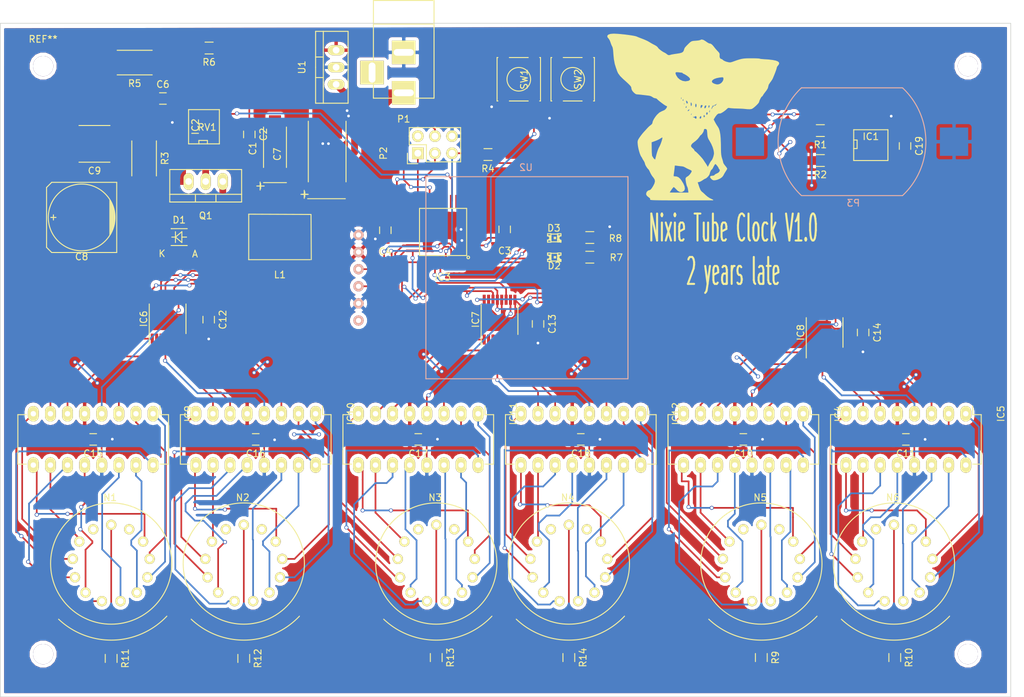
<source format=kicad_pcb>
(kicad_pcb (version 4) (host pcbnew "(2015-06-14 BZR 5747, Git dc9ebf3)-product")
  (layers (0 F.Cu signal) (31 B.Cu signal hide) (34 B.Paste user) (35 F.Paste user) (36 B.SilkS user) (37 F.SilkS user) (38 B.Mask user) (39 F.Mask user) (44 Edge.Cuts user))
  (net 0 "")
  (net 1 GND)
  (net 2 /12V)
  (net 3 +5V)
  (net 4 "Net-(C6-Pad2)")
  (net 5 /180V)
  (net 6 "Net-(D2-Pad1)")
  (net 7 "Net-(D3-Pad1)")
  (net 8 /RTC_SCL)
  (net 9 /RTC_SDA)
  (net 10 "Net-(IC1-Pad4)")
  (net 11 "Net-(IC1-Pad3)")
  (net 12 "Net-(IC1-Pad1)")
  (net 13 "Net-(IC2-Pad8)")
  (net 14 /SHDN)
  (net 15 "Net-(IC2-Pad3)")
  (net 16 "Net-(IC2-Pad1)")
  (net 17 "Net-(IC3-Pad7)")
  (net 18 "Net-(IC3-Pad8)")
  (net 19 "Net-(IC3-Pad10)")
  (net 20 "Net-(IC3-Pad12)")
  (net 21 "Net-(IC3-Pad13)")
  (net 22 "Net-(IC3-Pad14)")
  (net 23 /MOSI)
  (net 24 /MISO)
  (net 25 /SCK)
  (net 26 "Net-(IC3-Pad19)")
  (net 27 "Net-(IC3-Pad22)")
  (net 28 "Net-(IC3-Pad26)")
  (net 29 /RST)
  (net 30 /Nix5_8)
  (net 31 /Nix5_9)
  (net 32 /Nix5_A)
  (net 33 /Nix5_B)
  (net 34 /Nix5_C)
  (net 35 /Nix5_2)
  (net 36 /Nix5_0)
  (net 37 /Nix5_1)
  (net 38 /Nix5_5)
  (net 39 /Nix5_4)
  (net 40 /Nix5_6)
  (net 41 /Nix5_7)
  (net 42 /Nix5_3)
  (net 43 /Nix6_8)
  (net 44 /Nix6_9)
  (net 45 /Nix6_A)
  (net 46 /Nix6_D)
  (net 47 /Nix6_B)
  (net 48 /Nix6_C)
  (net 49 /Nix6_2)
  (net 50 /Nix6_0)
  (net 51 /Nix6_1)
  (net 52 /Nix6_5)
  (net 53 /Nix6_4)
  (net 54 /Nix6_6)
  (net 55 /Nix6_7)
  (net 56 /Nix6_3)
  (net 57 /Nix1_C)
  (net 58 /Nix1_B)
  (net 59 /Nix1_A)
  (net 60 /Nix2_D)
  (net 61 /Nix2_C)
  (net 62 /Nix2_B)
  (net 63 /Nix2_A)
  (net 64 /Nix1_D)
  (net 65 /Ser_RCLK)
  (net 66 /Ser_CLK)
  (net 67 "Net-(IC6-Pad16)")
  (net 68 /Nix3_C)
  (net 69 /Nix3_B)
  (net 70 /Nix3_A)
  (net 71 /Nix4_D)
  (net 72 /Nix4_C)
  (net 73 /Nix4_B)
  (net 74 /Nix4_A)
  (net 75 "Net-(IC7-Pad16)")
  (net 76 "Net-(IC8-Pad16)")
  (net 77 /Nix1_8)
  (net 78 /Nix1_9)
  (net 79 /Nix1_2)
  (net 80 /Nix1_0)
  (net 81 /Nix1_1)
  (net 82 /Nix1_5)
  (net 83 /Nix1_4)
  (net 84 /Nix1_6)
  (net 85 /Nix1_7)
  (net 86 /Nix1_3)
  (net 87 /Nix2_8)
  (net 88 /Nix2_9)
  (net 89 /Nix2_2)
  (net 90 /Nix2_0)
  (net 91 /Nix2_1)
  (net 92 /Nix2_5)
  (net 93 /Nix2_4)
  (net 94 /Nix2_6)
  (net 95 /Nix2_7)
  (net 96 /Nix2_3)
  (net 97 /Nix3_8)
  (net 98 /Nix3_9)
  (net 99 /Nix3_2)
  (net 100 /Nix3_0)
  (net 101 /Nix3_1)
  (net 102 /Nix3_5)
  (net 103 /Nix3_4)
  (net 104 /Nix3_6)
  (net 105 /Nix3_7)
  (net 106 /Nix3_3)
  (net 107 /Nix4_8)
  (net 108 /Nix4_9)
  (net 109 /Nix4_2)
  (net 110 /Nix4_0)
  (net 111 /Nix4_1)
  (net 112 /Nix4_5)
  (net 113 /Nix4_4)
  (net 114 /Nix4_6)
  (net 115 /Nix4_7)
  (net 116 /Nix4_3)
  (net 117 "Net-(N5-Pad1)")
  (net 118 "Net-(N6-Pad1)")
  (net 119 "Net-(N1-Pad1)")
  (net 120 "Net-(N2-Pad1)")
  (net 121 "Net-(N3-Pad1)")
  (net 122 "Net-(N4-Pad1)")
  (net 123 "Net-(N1-Pad2)")
  (net 124 "Net-(N1-Pad13)")
  (net 125 "Net-(N2-Pad2)")
  (net 126 "Net-(N2-Pad13)")
  (net 127 "Net-(N3-Pad2)")
  (net 128 "Net-(N3-Pad13)")
  (net 129 "Net-(N4-Pad2)")
  (net 130 "Net-(N4-Pad13)")
  (net 131 "Net-(N5-Pad2)")
  (net 132 "Net-(N5-Pad13)")
  (net 133 "Net-(N6-Pad2)")
  (net 134 "Net-(N6-Pad13)")
  (net 135 /Nix5_D)
  (net 136 /Nix3_D)
  (net 137 /VCC)
  (net 138 "Net-(R6-Pad2)")
  (net 139 "Net-(U2-Pad6)")
  (net 140 "Net-(D1-Pad2)")
  (net 141 /Ser_IN)
  (net 142 /LED1)
  (net 143 /LED2)
  (net 144 /Bat_Pos)
  (net 145 /GPS_Rx)
  (net 146 /GPS_Tx)
  (net 147 /SW2)
  (net 148 /SW1)
  (module Capacitors_SMD:C_0805_HandSoldering (layer F.Cu) (at 80.9625 75.5015 270)
    (fp_text reference C2 (at 0 -2.1 270) (layer F.SilkS))
    (fp_text value 100nF)
    (pad 1 smd rect (at -1.25 0 270) (size 1.5 1.25) (layers F.Cu F.Paste F.Mask) (net 1 GND))
    (pad 2 smd rect (at 1.25 0 270) (size 1.5 1.25) (layers F.Cu F.Paste F.Mask) (net 2 /12V))
  )
  (module Capacitors_SMD:C_0805_HandSoldering (layer F.Cu) (at 118.872 89.5985 270)
    (fp_text reference C3 (at 3.175 0 360) (layer F.SilkS))
    (fp_text value 100nF)
    (pad 1 smd rect (at -1.25 0 270) (size 1.5 1.25) (layers F.Cu F.Paste F.Mask) (net 3 +5V))
    (pad 2 smd rect (at 1.25 0 270) (size 1.5 1.25) (layers F.Cu F.Paste F.Mask) (net 1 GND))
  )
  (module Capacitors_SMD:C_0805_HandSoldering (layer F.Cu) (at 101.1555 89.7255 270)
    (fp_text reference C4 (at 3.175 0 360) (layer F.SilkS))
    (fp_text value 100nF)
    (pad 1 smd rect (at -1.25 0 270) (size 1.5 1.25) (layers F.Cu F.Paste F.Mask) (net 3 +5V))
    (pad 2 smd rect (at 1.25 0 270) (size 1.5 1.25) (layers F.Cu F.Paste F.Mask) (net 1 GND))
  )
  (module Capacitors_SMD:C_0805_HandSoldering (layer F.Cu) (at 68.1355 70.1675)
    (fp_text reference C6 (at 0 -2.1) (layer F.SilkS))
    (fp_text value 100nF)
    (pad 1 smd rect (at -1.25 0) (size 1.5 1.25) (layers F.Cu F.Paste F.Mask) (net 1 GND))
    (pad 2 smd rect (at 1.25 0) (size 1.5 1.25) (layers F.Cu F.Paste F.Mask) (net 4 "Net-(C6-Pad2)"))
  )
  (module Capacitors_SMD:C_0805_HandSoldering (layer F.Cu) (at 154.305 120.777 180)
    (fp_text reference C10 (at 0 -2.1 180) (layer F.SilkS))
    (fp_text value 100nF)
    (pad 1 smd rect (at -1.25 0 180) (size 1.5 1.25) (layers F.Cu F.Paste F.Mask) (net 1 GND))
    (pad 2 smd rect (at 1.25 0 180) (size 1.5 1.25) (layers F.Cu F.Paste F.Mask) (net 3 +5V))
  )
  (module Capacitors_SMD:C_0805_HandSoldering (layer F.Cu) (at 178.435 120.777 180)
    (fp_text reference C11 (at 0 -2.1 180) (layer F.SilkS))
    (fp_text value 100nF)
    (pad 1 smd rect (at -1.25 0 180) (size 1.5 1.25) (layers F.Cu F.Paste F.Mask) (net 1 GND))
    (pad 2 smd rect (at 1.25 0 180) (size 1.5 1.25) (layers F.Cu F.Paste F.Mask) (net 3 +5V))
  )
  (module Capacitors_SMD:C_0805_HandSoldering (layer F.Cu) (at 74.93 102.997 270)
    (fp_text reference C12 (at 0 -2.1 270) (layer F.SilkS))
    (fp_text value 100nF)
    (pad 1 smd rect (at -1.25 0 270) (size 1.5 1.25) (layers F.Cu F.Paste F.Mask) (net 3 +5V))
    (pad 2 smd rect (at 1.25 0 270) (size 1.5 1.25) (layers F.Cu F.Paste F.Mask) (net 1 GND))
  )
  (module Capacitors_SMD:C_0805_HandSoldering (layer F.Cu) (at 123.825 103.632 270)
    (fp_text reference C13 (at 0 -2.1 270) (layer F.SilkS))
    (fp_text value 100nF)
    (pad 1 smd rect (at -1.25 0 270) (size 1.5 1.25) (layers F.Cu F.Paste F.Mask) (net 3 +5V))
    (pad 2 smd rect (at 1.25 0 270) (size 1.5 1.25) (layers F.Cu F.Paste F.Mask) (net 1 GND))
  )
  (module Capacitors_SMD:C_0805_HandSoldering (layer F.Cu) (at 172.085 104.902 270)
    (fp_text reference C14 (at 0 -2.1 270) (layer F.SilkS))
    (fp_text value 100nF)
    (pad 1 smd rect (at -1.25 0 270) (size 1.5 1.25) (layers F.Cu F.Paste F.Mask) (net 3 +5V))
    (pad 2 smd rect (at 1.25 0 270) (size 1.5 1.25) (layers F.Cu F.Paste F.Mask) (net 1 GND))
  )
  (module Capacitors_SMD:C_0805_HandSoldering (layer F.Cu) (at 57.785 120.777 180)
    (fp_text reference C15 (at 0 -2.1 180) (layer F.SilkS))
    (fp_text value 100nF)
    (pad 1 smd rect (at -1.25 0 180) (size 1.5 1.25) (layers F.Cu F.Paste F.Mask) (net 1 GND))
    (pad 2 smd rect (at 1.25 0 180) (size 1.5 1.25) (layers F.Cu F.Paste F.Mask) (net 3 +5V))
  )
  (module Capacitors_SMD:C_0805_HandSoldering (layer F.Cu) (at 81.915 120.777 180)
    (fp_text reference C16 (at 0 -2.1 180) (layer F.SilkS))
    (fp_text value 100nF)
    (pad 1 smd rect (at -1.25 0 180) (size 1.5 1.25) (layers F.Cu F.Paste F.Mask) (net 1 GND))
    (pad 2 smd rect (at 1.25 0 180) (size 1.5 1.25) (layers F.Cu F.Paste F.Mask) (net 3 +5V))
  )
  (module Capacitors_SMD:C_0805_HandSoldering (layer F.Cu) (at 106.045 120.777 180)
    (fp_text reference C17 (at 0 -2.1 180) (layer F.SilkS))
    (fp_text value 100nF)
    (pad 1 smd rect (at -1.25 0 180) (size 1.5 1.25) (layers F.Cu F.Paste F.Mask) (net 1 GND))
    (pad 2 smd rect (at 1.25 0 180) (size 1.5 1.25) (layers F.Cu F.Paste F.Mask) (net 3 +5V))
  )
  (module Capacitors_SMD:C_0805_HandSoldering (layer F.Cu) (at 130.175 120.777 180)
    (fp_text reference C18 (at 0 -2.1 180) (layer F.SilkS))
    (fp_text value 100nF)
    (pad 1 smd rect (at -1.25 0 180) (size 1.5 1.25) (layers F.Cu F.Paste F.Mask) (net 1 GND))
    (pad 2 smd rect (at 1.25 0 180) (size 1.5 1.25) (layers F.Cu F.Paste F.Mask) (net 3 +5V))
  )
  (module LEDs:LED-0805 (layer F.Cu) (at 126.238 93.726 180)
    (fp_text reference D2 (at 0 -1.27 180) (layer F.SilkS))
    (fp_text value LED)
    (pad 2 smd rect (at 1.04902 0) (size 1.19888 1.19888) (layers F.Cu F.Paste F.Mask) (net 142 /LED1))
    (pad 1 smd rect (at -1.04902 0) (size 1.19888 1.19888) (layers F.Cu F.Paste F.Mask) (net 6 "Net-(D2-Pad1)"))
  )
  (module LEDs:LED-0805 (layer F.Cu) (at 126.238 90.8685 180)
    (fp_text reference D3 (at 0.0635 1.4605 180) (layer F.SilkS))
    (fp_text value LED)
    (pad 2 smd rect (at 1.04902 0) (size 1.19888 1.19888) (layers F.Cu F.Paste F.Mask) (net 143 /LED2))
    (pad 1 smd rect (at -1.04902 0) (size 1.19888 1.19888) (layers F.Cu F.Paste F.Mask) (net 7 "Net-(D3-Pad1)"))
  )
  (module SMD_Packages:SOIC-8-N (layer F.Cu) (at 173.228 77.089)
    (fp_text reference IC1 (at 0 -1.27) (layer F.SilkS))
    (fp_text value DS3231M)
    (pad 8 smd rect (at -1.905 -3.175) (size 0.508 1.143) (layers F.Cu F.Paste F.Mask) (net 8 /RTC_SCL))
    (pad 7 smd rect (at -0.635 -3.175) (size 0.508 1.143) (layers F.Cu F.Paste F.Mask) (net 9 /RTC_SDA))
    (pad 6 smd rect (at 0.635 -3.175) (size 0.508 1.143) (layers F.Cu F.Paste F.Mask) (net 144 /Bat_Pos))
    (pad 5 smd rect (at 1.905 -3.175) (size 0.508 1.143) (layers F.Cu F.Paste F.Mask) (net 1 GND))
    (pad 4 smd rect (at 1.905 3.175) (size 0.508 1.143) (layers F.Cu F.Paste F.Mask) (net 10 "Net-(IC1-Pad4)"))
    (pad 3 smd rect (at 0.635 3.175) (size 0.508 1.143) (layers F.Cu F.Paste F.Mask) (net 11 "Net-(IC1-Pad3)"))
    (pad 2 smd rect (at -0.635 3.175) (size 0.508 1.143) (layers F.Cu F.Paste F.Mask) (net 3 +5V))
    (pad 1 smd rect (at -1.905 3.175) (size 0.508 1.143) (layers F.Cu F.Paste F.Mask) (net 12 "Net-(IC1-Pad1)"))
  )
  (module SMD_Packages:SOIC-8-N (layer F.Cu) (at 74.2315 74.3585 90)
    (fp_text reference IC2 (at 0 -1.27 90) (layer F.SilkS))
    (fp_text value MAX1771)
    (pad 8 smd rect (at -1.905 -3.175 90) (size 0.508 1.143) (layers F.Cu F.Paste F.Mask) (net 13 "Net-(IC2-Pad8)"))
    (pad 7 smd rect (at -0.635 -3.175 90) (size 0.508 1.143) (layers F.Cu F.Paste F.Mask) (net 1 GND))
    (pad 6 smd rect (at 0.635 -3.175 90) (size 0.508 1.143) (layers F.Cu F.Paste F.Mask) (net 1 GND))
    (pad 5 smd rect (at 1.905 -3.175 90) (size 0.508 1.143) (layers F.Cu F.Paste F.Mask) (net 4 "Net-(C6-Pad2)"))
    (pad 4 smd rect (at 1.905 3.175 90) (size 0.508 1.143) (layers F.Cu F.Paste F.Mask) (net 14 /SHDN))
    (pad 3 smd rect (at 0.635 3.175 90) (size 0.508 1.143) (layers F.Cu F.Paste F.Mask) (net 15 "Net-(IC2-Pad3)"))
    (pad 2 smd rect (at -0.635 3.175 90) (size 0.508 1.143) (layers F.Cu F.Paste F.Mask) (net 2 /12V))
    (pad 1 smd rect (at -1.905 3.175 90) (size 0.508 1.143) (layers F.Cu F.Paste F.Mask) (net 16 "Net-(IC2-Pad1)"))
  )
  (module Housings_DIP:DIP-16_W7.62mm_LongPads (layer F.Cu) (at 163.195 116.967 270)
    (fp_text reference IC4 (at 0 -5.22 270) (layer F.SilkS))
    (fp_text value 74141)
    (pad 1 thru_hole oval (at 0 0 270) (size 2.3 1.6) (drill 0.8) (layers *.Cu *.Mask F.SilkS) (net 30 /Nix5_8))
    (pad 2 thru_hole oval (at 0 2.54 270) (size 2.3 1.6) (drill 0.8) (layers *.Cu *.Mask F.SilkS) (net 31 /Nix5_9))
    (pad 3 thru_hole oval (at 0 5.08 270) (size 2.3 1.6) (drill 0.8) (layers *.Cu *.Mask F.SilkS) (net 32 /Nix5_A))
    (pad 4 thru_hole oval (at 0 7.62 270) (size 2.3 1.6) (drill 0.8) (layers *.Cu *.Mask F.SilkS) (net 135 /Nix5_D))
    (pad 5 thru_hole oval (at 0 10.16 270) (size 2.3 1.6) (drill 0.8) (layers *.Cu *.Mask F.SilkS) (net 3 +5V))
    (pad 6 thru_hole oval (at 0 12.7 270) (size 2.3 1.6) (drill 0.8) (layers *.Cu *.Mask F.SilkS) (net 33 /Nix5_B))
    (pad 7 thru_hole oval (at 0 15.24 270) (size 2.3 1.6) (drill 0.8) (layers *.Cu *.Mask F.SilkS) (net 34 /Nix5_C))
    (pad 8 thru_hole oval (at 0 17.78 270) (size 2.3 1.6) (drill 0.8) (layers *.Cu *.Mask F.SilkS) (net 35 /Nix5_2))
    (pad 9 thru_hole oval (at 7.62 17.78 270) (size 2.3 1.6) (drill 0.8) (layers *.Cu *.Mask F.SilkS) (net 36 /Nix5_0))
    (pad 10 thru_hole oval (at 7.62 15.24 270) (size 2.3 1.6) (drill 0.8) (layers *.Cu *.Mask F.SilkS) (net 37 /Nix5_1))
    (pad 11 thru_hole oval (at 7.62 12.7 270) (size 2.3 1.6) (drill 0.8) (layers *.Cu *.Mask F.SilkS) (net 38 /Nix5_5))
    (pad 12 thru_hole oval (at 7.62 10.16 270) (size 2.3 1.6) (drill 0.8) (layers *.Cu *.Mask F.SilkS) (net 39 /Nix5_4))
    (pad 13 thru_hole oval (at 7.62 7.62 270) (size 2.3 1.6) (drill 0.8) (layers *.Cu *.Mask F.SilkS) (net 1 GND))
    (pad 14 thru_hole oval (at 7.62 5.08 270) (size 2.3 1.6) (drill 0.8) (layers *.Cu *.Mask F.SilkS) (net 40 /Nix5_6))
    (pad 15 thru_hole oval (at 7.62 2.54 270) (size 2.3 1.6) (drill 0.8) (layers *.Cu *.Mask F.SilkS) (net 41 /Nix5_7))
    (pad 16 thru_hole oval (at 7.62 0 270) (size 2.3 1.6) (drill 0.8) (layers *.Cu *.Mask F.SilkS) (net 42 /Nix5_3))
  )
  (module Housings_DIP:DIP-16_W7.62mm_LongPads (layer F.Cu) (at 187.325 116.967 270)
    (fp_text reference IC5 (at 0 -5.22 270) (layer F.SilkS))
    (fp_text value 74141)
    (pad 1 thru_hole oval (at 0 0 270) (size 2.3 1.6) (drill 0.8) (layers *.Cu *.Mask F.SilkS) (net 43 /Nix6_8))
    (pad 2 thru_hole oval (at 0 2.54 270) (size 2.3 1.6) (drill 0.8) (layers *.Cu *.Mask F.SilkS) (net 44 /Nix6_9))
    (pad 3 thru_hole oval (at 0 5.08 270) (size 2.3 1.6) (drill 0.8) (layers *.Cu *.Mask F.SilkS) (net 45 /Nix6_A))
    (pad 4 thru_hole oval (at 0 7.62 270) (size 2.3 1.6) (drill 0.8) (layers *.Cu *.Mask F.SilkS) (net 46 /Nix6_D))
    (pad 5 thru_hole oval (at 0 10.16 270) (size 2.3 1.6) (drill 0.8) (layers *.Cu *.Mask F.SilkS) (net 3 +5V))
    (pad 6 thru_hole oval (at 0 12.7 270) (size 2.3 1.6) (drill 0.8) (layers *.Cu *.Mask F.SilkS) (net 47 /Nix6_B))
    (pad 7 thru_hole oval (at 0 15.24 270) (size 2.3 1.6) (drill 0.8) (layers *.Cu *.Mask F.SilkS) (net 48 /Nix6_C))
    (pad 8 thru_hole oval (at 0 17.78 270) (size 2.3 1.6) (drill 0.8) (layers *.Cu *.Mask F.SilkS) (net 49 /Nix6_2))
    (pad 9 thru_hole oval (at 7.62 17.78 270) (size 2.3 1.6) (drill 0.8) (layers *.Cu *.Mask F.SilkS) (net 50 /Nix6_0))
    (pad 10 thru_hole oval (at 7.62 15.24 270) (size 2.3 1.6) (drill 0.8) (layers *.Cu *.Mask F.SilkS) (net 51 /Nix6_1))
    (pad 11 thru_hole oval (at 7.62 12.7 270) (size 2.3 1.6) (drill 0.8) (layers *.Cu *.Mask F.SilkS) (net 52 /Nix6_5))
    (pad 12 thru_hole oval (at 7.62 10.16 270) (size 2.3 1.6) (drill 0.8) (layers *.Cu *.Mask F.SilkS) (net 53 /Nix6_4))
    (pad 13 thru_hole oval (at 7.62 7.62 270) (size 2.3 1.6) (drill 0.8) (layers *.Cu *.Mask F.SilkS) (net 1 GND))
    (pad 14 thru_hole oval (at 7.62 5.08 270) (size 2.3 1.6) (drill 0.8) (layers *.Cu *.Mask F.SilkS) (net 54 /Nix6_6))
    (pad 15 thru_hole oval (at 7.62 2.54 270) (size 2.3 1.6) (drill 0.8) (layers *.Cu *.Mask F.SilkS) (net 55 /Nix6_7))
    (pad 16 thru_hole oval (at 7.62 0 270) (size 2.3 1.6) (drill 0.8) (layers *.Cu *.Mask F.SilkS) (net 56 /Nix6_3))
  )
  (module Housings_SSOP:TSSOP-16_4.4x5mm_Pitch0.65mm (layer F.Cu) (at 68.834 102.87 90)
    (fp_text reference IC6 (at 0 -3.55 90) (layer F.SilkS))
    (fp_text value SN74AHC594)
    (pad 1 smd rect (at -2.95 -2.275 90) (size 1.5 0.45) (layers F.Cu F.Paste F.Mask) (net 57 /Nix1_C))
    (pad 2 smd rect (at -2.95 -1.625 90) (size 1.5 0.45) (layers F.Cu F.Paste F.Mask) (net 58 /Nix1_B))
    (pad 3 smd rect (at -2.95 -0.975 90) (size 1.5 0.45) (layers F.Cu F.Paste F.Mask) (net 59 /Nix1_A))
    (pad 4 smd rect (at -2.95 -0.325 90) (size 1.5 0.45) (layers F.Cu F.Paste F.Mask) (net 60 /Nix2_D))
    (pad 5 smd rect (at -2.95 0.325 90) (size 1.5 0.45) (layers F.Cu F.Paste F.Mask) (net 61 /Nix2_C))
    (pad 6 smd rect (at -2.95 0.975 90) (size 1.5 0.45) (layers F.Cu F.Paste F.Mask) (net 62 /Nix2_B))
    (pad 7 smd rect (at -2.95 1.625 90) (size 1.5 0.45) (layers F.Cu F.Paste F.Mask) (net 63 /Nix2_A))
    (pad 8 smd rect (at -2.95 2.275 90) (size 1.5 0.45) (layers F.Cu F.Paste F.Mask) (net 1 GND))
    (pad 9 smd rect (at 2.95 2.275 90) (size 1.5 0.45) (layers F.Cu F.Paste F.Mask) (net 3 +5V))
    (pad 10 smd rect (at 2.95 1.625 90) (size 1.5 0.45) (layers F.Cu F.Paste F.Mask) (net 64 /Nix1_D))
    (pad 11 smd rect (at 2.95 0.975 90) (size 1.5 0.45) (layers F.Cu F.Paste F.Mask) (net 141 /Ser_IN))
    (pad 12 smd rect (at 2.95 0.325 90) (size 1.5 0.45) (layers F.Cu F.Paste F.Mask) (net 3 +5V))
    (pad 13 smd rect (at 2.95 -0.325 90) (size 1.5 0.45) (layers F.Cu F.Paste F.Mask) (net 65 /Ser_RCLK))
    (pad 14 smd rect (at 2.95 -0.975 90) (size 1.5 0.45) (layers F.Cu F.Paste F.Mask) (net 66 /Ser_CLK))
    (pad 15 smd rect (at 2.95 -1.625 90) (size 1.5 0.45) (layers F.Cu F.Paste F.Mask) (net 3 +5V))
    (pad 16 smd rect (at 2.95 -2.275 90) (size 1.5 0.45) (layers F.Cu F.Paste F.Mask) (net 67 "Net-(IC6-Pad16)"))
  )
  (module Housings_SSOP:TSSOP-16_4.4x5mm_Pitch0.65mm (layer F.Cu) (at 118.11 102.997 90)
    (fp_text reference IC7 (at 0 -3.55 90) (layer F.SilkS))
    (fp_text value SN74AHC594)
    (pad 1 smd rect (at -2.95 -2.275 90) (size 1.5 0.45) (layers F.Cu F.Paste F.Mask) (net 68 /Nix3_C))
    (pad 2 smd rect (at -2.95 -1.625 90) (size 1.5 0.45) (layers F.Cu F.Paste F.Mask) (net 69 /Nix3_B))
    (pad 3 smd rect (at -2.95 -0.975 90) (size 1.5 0.45) (layers F.Cu F.Paste F.Mask) (net 70 /Nix3_A))
    (pad 4 smd rect (at -2.95 -0.325 90) (size 1.5 0.45) (layers F.Cu F.Paste F.Mask) (net 71 /Nix4_D))
    (pad 5 smd rect (at -2.95 0.325 90) (size 1.5 0.45) (layers F.Cu F.Paste F.Mask) (net 72 /Nix4_C))
    (pad 6 smd rect (at -2.95 0.975 90) (size 1.5 0.45) (layers F.Cu F.Paste F.Mask) (net 73 /Nix4_B))
    (pad 7 smd rect (at -2.95 1.625 90) (size 1.5 0.45) (layers F.Cu F.Paste F.Mask) (net 74 /Nix4_A))
    (pad 8 smd rect (at -2.95 2.275 90) (size 1.5 0.45) (layers F.Cu F.Paste F.Mask) (net 1 GND))
    (pad 9 smd rect (at 2.95 2.275 90) (size 1.5 0.45) (layers F.Cu F.Paste F.Mask) (net 3 +5V))
    (pad 10 smd rect (at 2.95 1.625 90) (size 1.5 0.45) (layers F.Cu F.Paste F.Mask) (net 136 /Nix3_D))
    (pad 11 smd rect (at 2.95 0.975 90) (size 1.5 0.45) (layers F.Cu F.Paste F.Mask) (net 67 "Net-(IC6-Pad16)"))
    (pad 12 smd rect (at 2.95 0.325 90) (size 1.5 0.45) (layers F.Cu F.Paste F.Mask) (net 3 +5V))
    (pad 13 smd rect (at 2.95 -0.325 90) (size 1.5 0.45) (layers F.Cu F.Paste F.Mask) (net 65 /Ser_RCLK))
    (pad 14 smd rect (at 2.95 -0.975 90) (size 1.5 0.45) (layers F.Cu F.Paste F.Mask) (net 66 /Ser_CLK))
    (pad 15 smd rect (at 2.95 -1.625 90) (size 1.5 0.45) (layers F.Cu F.Paste F.Mask) (net 3 +5V))
    (pad 16 smd rect (at 2.95 -2.275 90) (size 1.5 0.45) (layers F.Cu F.Paste F.Mask) (net 75 "Net-(IC7-Pad16)"))
  )
  (module Housings_SSOP:TSSOP-16_4.4x5mm_Pitch0.65mm (layer F.Cu) (at 166.37 104.902 90)
    (fp_text reference IC8 (at 0 -3.55 90) (layer F.SilkS))
    (fp_text value SN74AHC594)
    (pad 1 smd rect (at -2.95 -2.275 90) (size 1.5 0.45) (layers F.Cu F.Paste F.Mask) (net 34 /Nix5_C))
    (pad 2 smd rect (at -2.95 -1.625 90) (size 1.5 0.45) (layers F.Cu F.Paste F.Mask) (net 33 /Nix5_B))
    (pad 3 smd rect (at -2.95 -0.975 90) (size 1.5 0.45) (layers F.Cu F.Paste F.Mask) (net 32 /Nix5_A))
    (pad 4 smd rect (at -2.95 -0.325 90) (size 1.5 0.45) (layers F.Cu F.Paste F.Mask) (net 46 /Nix6_D))
    (pad 5 smd rect (at -2.95 0.325 90) (size 1.5 0.45) (layers F.Cu F.Paste F.Mask) (net 48 /Nix6_C))
    (pad 6 smd rect (at -2.95 0.975 90) (size 1.5 0.45) (layers F.Cu F.Paste F.Mask) (net 47 /Nix6_B))
    (pad 7 smd rect (at -2.95 1.625 90) (size 1.5 0.45) (layers F.Cu F.Paste F.Mask) (net 45 /Nix6_A))
    (pad 8 smd rect (at -2.95 2.275 90) (size 1.5 0.45) (layers F.Cu F.Paste F.Mask) (net 1 GND))
    (pad 9 smd rect (at 2.95 2.275 90) (size 1.5 0.45) (layers F.Cu F.Paste F.Mask) (net 3 +5V))
    (pad 10 smd rect (at 2.95 1.625 90) (size 1.5 0.45) (layers F.Cu F.Paste F.Mask) (net 135 /Nix5_D))
    (pad 11 smd rect (at 2.95 0.975 90) (size 1.5 0.45) (layers F.Cu F.Paste F.Mask) (net 75 "Net-(IC7-Pad16)"))
    (pad 12 smd rect (at 2.95 0.325 90) (size 1.5 0.45) (layers F.Cu F.Paste F.Mask) (net 3 +5V))
    (pad 13 smd rect (at 2.95 -0.325 90) (size 1.5 0.45) (layers F.Cu F.Paste F.Mask) (net 65 /Ser_RCLK))
    (pad 14 smd rect (at 2.95 -0.975 90) (size 1.5 0.45) (layers F.Cu F.Paste F.Mask) (net 66 /Ser_CLK))
    (pad 15 smd rect (at 2.95 -1.625 90) (size 1.5 0.45) (layers F.Cu F.Paste F.Mask) (net 3 +5V))
    (pad 16 smd rect (at 2.95 -2.275 90) (size 1.5 0.45) (layers F.Cu F.Paste F.Mask) (net 76 "Net-(IC8-Pad16)"))
  )
  (module Housings_DIP:DIP-16_W7.62mm_LongPads (layer F.Cu) (at 66.675 116.967 270)
    (fp_text reference IC9 (at 0 -5.22 270) (layer F.SilkS))
    (fp_text value 74141)
    (pad 1 thru_hole oval (at 0 0 270) (size 2.3 1.6) (drill 0.8) (layers *.Cu *.Mask F.SilkS) (net 77 /Nix1_8))
    (pad 2 thru_hole oval (at 0 2.54 270) (size 2.3 1.6) (drill 0.8) (layers *.Cu *.Mask F.SilkS) (net 78 /Nix1_9))
    (pad 3 thru_hole oval (at 0 5.08 270) (size 2.3 1.6) (drill 0.8) (layers *.Cu *.Mask F.SilkS) (net 59 /Nix1_A))
    (pad 4 thru_hole oval (at 0 7.62 270) (size 2.3 1.6) (drill 0.8) (layers *.Cu *.Mask F.SilkS) (net 64 /Nix1_D))
    (pad 5 thru_hole oval (at 0 10.16 270) (size 2.3 1.6) (drill 0.8) (layers *.Cu *.Mask F.SilkS) (net 3 +5V))
    (pad 6 thru_hole oval (at 0 12.7 270) (size 2.3 1.6) (drill 0.8) (layers *.Cu *.Mask F.SilkS) (net 58 /Nix1_B))
    (pad 7 thru_hole oval (at 0 15.24 270) (size 2.3 1.6) (drill 0.8) (layers *.Cu *.Mask F.SilkS) (net 57 /Nix1_C))
    (pad 8 thru_hole oval (at 0 17.78 270) (size 2.3 1.6) (drill 0.8) (layers *.Cu *.Mask F.SilkS) (net 79 /Nix1_2))
    (pad 9 thru_hole oval (at 7.62 17.78 270) (size 2.3 1.6) (drill 0.8) (layers *.Cu *.Mask F.SilkS) (net 80 /Nix1_0))
    (pad 10 thru_hole oval (at 7.62 15.24 270) (size 2.3 1.6) (drill 0.8) (layers *.Cu *.Mask F.SilkS) (net 81 /Nix1_1))
    (pad 11 thru_hole oval (at 7.62 12.7 270) (size 2.3 1.6) (drill 0.8) (layers *.Cu *.Mask F.SilkS) (net 82 /Nix1_5))
    (pad 12 thru_hole oval (at 7.62 10.16 270) (size 2.3 1.6) (drill 0.8) (layers *.Cu *.Mask F.SilkS) (net 83 /Nix1_4))
    (pad 13 thru_hole oval (at 7.62 7.62 270) (size 2.3 1.6) (drill 0.8) (layers *.Cu *.Mask F.SilkS) (net 1 GND))
    (pad 14 thru_hole oval (at 7.62 5.08 270) (size 2.3 1.6) (drill 0.8) (layers *.Cu *.Mask F.SilkS) (net 84 /Nix1_6))
    (pad 15 thru_hole oval (at 7.62 2.54 270) (size 2.3 1.6) (drill 0.8) (layers *.Cu *.Mask F.SilkS) (net 85 /Nix1_7))
    (pad 16 thru_hole oval (at 7.62 0 270) (size 2.3 1.6) (drill 0.8) (layers *.Cu *.Mask F.SilkS) (net 86 /Nix1_3))
  )
  (module Housings_DIP:DIP-16_W7.62mm_LongPads (layer F.Cu) (at 90.805 116.967 270)
    (fp_text reference IC10 (at 0 -5.22 270) (layer F.SilkS))
    (fp_text value 74141)
    (pad 1 thru_hole oval (at 0 0 270) (size 2.3 1.6) (drill 0.8) (layers *.Cu *.Mask F.SilkS) (net 87 /Nix2_8))
    (pad 2 thru_hole oval (at 0 2.54 270) (size 2.3 1.6) (drill 0.8) (layers *.Cu *.Mask F.SilkS) (net 88 /Nix2_9))
    (pad 3 thru_hole oval (at 0 5.08 270) (size 2.3 1.6) (drill 0.8) (layers *.Cu *.Mask F.SilkS) (net 63 /Nix2_A))
    (pad 4 thru_hole oval (at 0 7.62 270) (size 2.3 1.6) (drill 0.8) (layers *.Cu *.Mask F.SilkS) (net 60 /Nix2_D))
    (pad 5 thru_hole oval (at 0 10.16 270) (size 2.3 1.6) (drill 0.8) (layers *.Cu *.Mask F.SilkS) (net 3 +5V))
    (pad 6 thru_hole oval (at 0 12.7 270) (size 2.3 1.6) (drill 0.8) (layers *.Cu *.Mask F.SilkS) (net 62 /Nix2_B))
    (pad 7 thru_hole oval (at 0 15.24 270) (size 2.3 1.6) (drill 0.8) (layers *.Cu *.Mask F.SilkS) (net 61 /Nix2_C))
    (pad 8 thru_hole oval (at 0 17.78 270) (size 2.3 1.6) (drill 0.8) (layers *.Cu *.Mask F.SilkS) (net 89 /Nix2_2))
    (pad 9 thru_hole oval (at 7.62 17.78 270) (size 2.3 1.6) (drill 0.8) (layers *.Cu *.Mask F.SilkS) (net 90 /Nix2_0))
    (pad 10 thru_hole oval (at 7.62 15.24 270) (size 2.3 1.6) (drill 0.8) (layers *.Cu *.Mask F.SilkS) (net 91 /Nix2_1))
    (pad 11 thru_hole oval (at 7.62 12.7 270) (size 2.3 1.6) (drill 0.8) (layers *.Cu *.Mask F.SilkS) (net 92 /Nix2_5))
    (pad 12 thru_hole oval (at 7.62 10.16 270) (size 2.3 1.6) (drill 0.8) (layers *.Cu *.Mask F.SilkS) (net 93 /Nix2_4))
    (pad 13 thru_hole oval (at 7.62 7.62 270) (size 2.3 1.6) (drill 0.8) (layers *.Cu *.Mask F.SilkS) (net 1 GND))
    (pad 14 thru_hole oval (at 7.62 5.08 270) (size 2.3 1.6) (drill 0.8) (layers *.Cu *.Mask F.SilkS) (net 94 /Nix2_6))
    (pad 15 thru_hole oval (at 7.62 2.54 270) (size 2.3 1.6) (drill 0.8) (layers *.Cu *.Mask F.SilkS) (net 95 /Nix2_7))
    (pad 16 thru_hole oval (at 7.62 0 270) (size 2.3 1.6) (drill 0.8) (layers *.Cu *.Mask F.SilkS) (net 96 /Nix2_3))
  )
  (module Housings_DIP:DIP-16_W7.62mm_LongPads (layer F.Cu) (at 114.935 116.967 270)
    (fp_text reference IC11 (at 0 -5.22 270) (layer F.SilkS))
    (fp_text value 74141)
    (pad 1 thru_hole oval (at 0 0 270) (size 2.3 1.6) (drill 0.8) (layers *.Cu *.Mask F.SilkS) (net 97 /Nix3_8))
    (pad 2 thru_hole oval (at 0 2.54 270) (size 2.3 1.6) (drill 0.8) (layers *.Cu *.Mask F.SilkS) (net 98 /Nix3_9))
    (pad 3 thru_hole oval (at 0 5.08 270) (size 2.3 1.6) (drill 0.8) (layers *.Cu *.Mask F.SilkS) (net 70 /Nix3_A))
    (pad 4 thru_hole oval (at 0 7.62 270) (size 2.3 1.6) (drill 0.8) (layers *.Cu *.Mask F.SilkS) (net 136 /Nix3_D))
    (pad 5 thru_hole oval (at 0 10.16 270) (size 2.3 1.6) (drill 0.8) (layers *.Cu *.Mask F.SilkS) (net 3 +5V))
    (pad 6 thru_hole oval (at 0 12.7 270) (size 2.3 1.6) (drill 0.8) (layers *.Cu *.Mask F.SilkS) (net 69 /Nix3_B))
    (pad 7 thru_hole oval (at 0 15.24 270) (size 2.3 1.6) (drill 0.8) (layers *.Cu *.Mask F.SilkS) (net 68 /Nix3_C))
    (pad 8 thru_hole oval (at 0 17.78 270) (size 2.3 1.6) (drill 0.8) (layers *.Cu *.Mask F.SilkS) (net 99 /Nix3_2))
    (pad 9 thru_hole oval (at 7.62 17.78 270) (size 2.3 1.6) (drill 0.8) (layers *.Cu *.Mask F.SilkS) (net 100 /Nix3_0))
    (pad 10 thru_hole oval (at 7.62 15.24 270) (size 2.3 1.6) (drill 0.8) (layers *.Cu *.Mask F.SilkS) (net 101 /Nix3_1))
    (pad 11 thru_hole oval (at 7.62 12.7 270) (size 2.3 1.6) (drill 0.8) (layers *.Cu *.Mask F.SilkS) (net 102 /Nix3_5))
    (pad 12 thru_hole oval (at 7.62 10.16 270) (size 2.3 1.6) (drill 0.8) (layers *.Cu *.Mask F.SilkS) (net 103 /Nix3_4))
    (pad 13 thru_hole oval (at 7.62 7.62 270) (size 2.3 1.6) (drill 0.8) (layers *.Cu *.Mask F.SilkS) (net 1 GND))
    (pad 14 thru_hole oval (at 7.62 5.08 270) (size 2.3 1.6) (drill 0.8) (layers *.Cu *.Mask F.SilkS) (net 104 /Nix3_6))
    (pad 15 thru_hole oval (at 7.62 2.54 270) (size 2.3 1.6) (drill 0.8) (layers *.Cu *.Mask F.SilkS) (net 105 /Nix3_7))
    (pad 16 thru_hole oval (at 7.62 0 270) (size 2.3 1.6) (drill 0.8) (layers *.Cu *.Mask F.SilkS) (net 106 /Nix3_3))
  )
  (module Housings_DIP:DIP-16_W7.62mm_LongPads (layer F.Cu) (at 139.065 116.967 270)
    (fp_text reference IC12 (at 0 -5.22 270) (layer F.SilkS))
    (fp_text value 74141)
    (pad 1 thru_hole oval (at 0 0 270) (size 2.3 1.6) (drill 0.8) (layers *.Cu *.Mask F.SilkS) (net 107 /Nix4_8))
    (pad 2 thru_hole oval (at 0 2.54 270) (size 2.3 1.6) (drill 0.8) (layers *.Cu *.Mask F.SilkS) (net 108 /Nix4_9))
    (pad 3 thru_hole oval (at 0 5.08 270) (size 2.3 1.6) (drill 0.8) (layers *.Cu *.Mask F.SilkS) (net 74 /Nix4_A))
    (pad 4 thru_hole oval (at 0 7.62 270) (size 2.3 1.6) (drill 0.8) (layers *.Cu *.Mask F.SilkS) (net 71 /Nix4_D))
    (pad 5 thru_hole oval (at 0 10.16 270) (size 2.3 1.6) (drill 0.8) (layers *.Cu *.Mask F.SilkS) (net 3 +5V))
    (pad 6 thru_hole oval (at 0 12.7 270) (size 2.3 1.6) (drill 0.8) (layers *.Cu *.Mask F.SilkS) (net 73 /Nix4_B))
    (pad 7 thru_hole oval (at 0 15.24 270) (size 2.3 1.6) (drill 0.8) (layers *.Cu *.Mask F.SilkS) (net 72 /Nix4_C))
    (pad 8 thru_hole oval (at 0 17.78 270) (size 2.3 1.6) (drill 0.8) (layers *.Cu *.Mask F.SilkS) (net 109 /Nix4_2))
    (pad 9 thru_hole oval (at 7.62 17.78 270) (size 2.3 1.6) (drill 0.8) (layers *.Cu *.Mask F.SilkS) (net 110 /Nix4_0))
    (pad 10 thru_hole oval (at 7.62 15.24 270) (size 2.3 1.6) (drill 0.8) (layers *.Cu *.Mask F.SilkS) (net 111 /Nix4_1))
    (pad 11 thru_hole oval (at 7.62 12.7 270) (size 2.3 1.6) (drill 0.8) (layers *.Cu *.Mask F.SilkS) (net 112 /Nix4_5))
    (pad 12 thru_hole oval (at 7.62 10.16 270) (size 2.3 1.6) (drill 0.8) (layers *.Cu *.Mask F.SilkS) (net 113 /Nix4_4))
    (pad 13 thru_hole oval (at 7.62 7.62 270) (size 2.3 1.6) (drill 0.8) (layers *.Cu *.Mask F.SilkS) (net 1 GND))
    (pad 14 thru_hole oval (at 7.62 5.08 270) (size 2.3 1.6) (drill 0.8) (layers *.Cu *.Mask F.SilkS) (net 114 /Nix4_6))
    (pad 15 thru_hole oval (at 7.62 2.54 270) (size 2.3 1.6) (drill 0.8) (layers *.Cu *.Mask F.SilkS) (net 115 /Nix4_7))
    (pad 16 thru_hole oval (at 7.62 0 270) (size 2.3 1.6) (drill 0.8) (layers *.Cu *.Mask F.SilkS) (net 116 /Nix4_3))
  )
  (module Resistors_SMD:R_0805_HandSoldering (layer F.Cu) (at 165.735 74.93 180)
    (fp_text reference R1 (at 0 -2.1 180) (layer F.SilkS))
    (fp_text value 4k7)
    (pad 1 smd rect (at -1.35 0 180) (size 1.5 1.3) (layers F.Cu F.Paste F.Mask) (net 8 /RTC_SCL))
    (pad 2 smd rect (at 1.35 0 180) (size 1.5 1.3) (layers F.Cu F.Paste F.Mask) (net 3 +5V))
  )
  (module Resistors_SMD:R_0805_HandSoldering (layer F.Cu) (at 165.735 79.375 180)
    (fp_text reference R2 (at 0 -2.1 180) (layer F.SilkS))
    (fp_text value 4k7)
    (pad 1 smd rect (at -1.35 0 180) (size 1.5 1.3) (layers F.Cu F.Paste F.Mask) (net 9 /RTC_SDA))
    (pad 2 smd rect (at 1.35 0 180) (size 1.5 1.3) (layers F.Cu F.Paste F.Mask) (net 3 +5V))
  )
  (module Resistors_SMD:R_0805_HandSoldering (layer F.Cu) (at 131.5085 93.726)
    (fp_text reference R7 (at 3.937 0.0635) (layer F.SilkS))
    (fp_text value R250)
    (pad 1 smd rect (at -1.35 0) (size 1.5 1.3) (layers F.Cu F.Paste F.Mask) (net 6 "Net-(D2-Pad1)"))
    (pad 2 smd rect (at 1.35 0) (size 1.5 1.3) (layers F.Cu F.Paste F.Mask) (net 1 GND))
  )
  (module Resistors_SMD:R_0805_HandSoldering (layer F.Cu) (at 131.5085 90.805)
    (fp_text reference R8 (at 3.81 0.127) (layer F.SilkS))
    (fp_text value R250)
    (pad 1 smd rect (at -1.35 0) (size 1.5 1.3) (layers F.Cu F.Paste F.Mask) (net 7 "Net-(D3-Pad1)"))
    (pad 2 smd rect (at 1.35 0) (size 1.5 1.3) (layers F.Cu F.Paste F.Mask) (net 1 GND))
  )
  (module Resistors_SMD:R_0805_HandSoldering (layer F.Cu) (at 156.972 153.162 270)
    (fp_text reference R9 (at 0 -2.1 270) (layer F.SilkS))
    (fp_text value R180k)
    (pad 1 smd rect (at -1.35 0 270) (size 1.5 1.3) (layers F.Cu F.Paste F.Mask) (net 117 "Net-(N5-Pad1)"))
    (pad 2 smd rect (at 1.35 0 270) (size 1.5 1.3) (layers F.Cu F.Paste F.Mask) (net 5 /180V))
  )
  (module Resistors_SMD:R_0805_HandSoldering (layer F.Cu) (at 176.784 153.162 270)
    (fp_text reference R10 (at 0 -2.1 270) (layer F.SilkS))
    (fp_text value R180k)
    (pad 1 smd rect (at -1.35 0 270) (size 1.5 1.3) (layers F.Cu F.Paste F.Mask) (net 118 "Net-(N6-Pad1)"))
    (pad 2 smd rect (at 1.35 0 270) (size 1.5 1.3) (layers F.Cu F.Paste F.Mask) (net 5 /180V))
  )
  (module Resistors_SMD:R_0805_HandSoldering (layer F.Cu) (at 60.452 153.289 270)
    (fp_text reference R11 (at 0 -2.1 270) (layer F.SilkS))
    (fp_text value R180k)
    (pad 1 smd rect (at -1.35 0 270) (size 1.5 1.3) (layers F.Cu F.Paste F.Mask) (net 119 "Net-(N1-Pad1)"))
    (pad 2 smd rect (at 1.35 0 270) (size 1.5 1.3) (layers F.Cu F.Paste F.Mask) (net 5 /180V))
  )
  (module Resistors_SMD:R_0805_HandSoldering (layer F.Cu) (at 80.137 153.289 270)
    (fp_text reference R12 (at 0 -2.1 270) (layer F.SilkS))
    (fp_text value R180k)
    (pad 1 smd rect (at -1.35 0 270) (size 1.5 1.3) (layers F.Cu F.Paste F.Mask) (net 120 "Net-(N2-Pad1)"))
    (pad 2 smd rect (at 1.35 0 270) (size 1.5 1.3) (layers F.Cu F.Paste F.Mask) (net 5 /180V))
  )
  (module Resistors_SMD:R_0805_HandSoldering (layer F.Cu) (at 108.712 153.162 270)
    (fp_text reference R13 (at 0 -2.1 270) (layer F.SilkS))
    (fp_text value R180k)
    (pad 1 smd rect (at -1.35 0 270) (size 1.5 1.3) (layers F.Cu F.Paste F.Mask) (net 121 "Net-(N3-Pad1)"))
    (pad 2 smd rect (at 1.35 0 270) (size 1.5 1.3) (layers F.Cu F.Paste F.Mask) (net 5 /180V))
  )
  (module Resistors_SMD:R_0805_HandSoldering (layer F.Cu) (at 128.397 153.162 270)
    (fp_text reference R14 (at 0 -2.1 270) (layer F.SilkS))
    (fp_text value R180k)
    (pad 1 smd rect (at -1.35 0 270) (size 1.5 1.3) (layers F.Cu F.Paste F.Mask) (net 122 "Net-(N4-Pad1)"))
    (pad 2 smd rect (at 1.35 0 270) (size 1.5 1.3) (layers F.Cu F.Paste F.Mask) (net 5 /180V))
  )
  (module NixieProjFootprints:Nixie_IN14 (layer F.Cu) (at 60.325 139.192)
    (fp_text reference N1 (at -0.03 -9.78 180) (layer F.SilkS))
    (fp_text value Nixie_IN-14)
    (pad 1 thru_hole circle (at 0.135 -5.735 180) (size 1.524 1.524) (drill 0.9) (layers *.Cu *.Mask F.SilkS) (net 119 "Net-(N1-Pad1)"))
    (pad 2 thru_hole circle (at -2.535 -5.075 180) (size 1.524 1.524) (drill 0.9) (layers *.Cu *.Mask F.SilkS) (net 123 "Net-(N1-Pad2)"))
    (pad 3 thru_hole circle (at -4.595 -3.255 180) (size 1.524 1.524) (drill 0.9) (layers *.Cu *.Mask F.SilkS) (net 81 /Nix1_1))
    (pad 4 thru_hole circle (at -5.575 -0.675 180) (size 1.524 1.524) (drill 0.9) (layers *.Cu *.Mask F.SilkS) (net 79 /Nix1_2))
    (pad 5 thru_hole circle (at -5.245 2.055 180) (size 1.524 1.524) (drill 0.9) (layers *.Cu *.Mask F.SilkS) (net 86 /Nix1_3))
    (pad 6 thru_hole circle (at -3.675 4.315 180) (size 1.524 1.524) (drill 0.9) (layers *.Cu *.Mask F.SilkS) (net 83 /Nix1_4))
    (pad 7 thru_hole circle (at -1.245 5.595 180) (size 1.524 1.524) (drill 0.9) (layers *.Cu *.Mask F.SilkS) (net 82 /Nix1_5))
    (pad 8 thru_hole circle (at 1.515 5.595 180) (size 1.524 1.524) (drill 0.9) (layers *.Cu *.Mask F.SilkS) (net 84 /Nix1_6))
    (pad 9 thru_hole circle (at 3.945 4.315 180) (size 1.524 1.524) (drill 0.9) (layers *.Cu *.Mask F.SilkS) (net 85 /Nix1_7))
    (pad 10 thru_hole circle (at 5.515 2.055 180) (size 1.524 1.524) (drill 0.9) (layers *.Cu *.Mask F.SilkS) (net 77 /Nix1_8))
    (pad 11 thru_hole circle (at 5.845 -0.675 180) (size 1.524 1.524) (drill 0.9) (layers *.Cu *.Mask F.SilkS) (net 78 /Nix1_9))
    (pad 12 thru_hole circle (at 4.865 -3.255 180) (size 1.524 1.524) (drill 0.9) (layers *.Cu *.Mask F.SilkS) (net 80 /Nix1_0))
    (pad 13 thru_hole circle (at 2.805 -5.075 180) (size 1.524 1.524) (drill 0.9) (layers *.Cu *.Mask F.SilkS) (net 124 "Net-(N1-Pad13)"))
  )
  (module NixieProjFootprints:Nixie_IN14 (layer F.Cu) (at 80.01 139.192)
    (fp_text reference N2 (at -0.03 -9.78 180) (layer F.SilkS))
    (fp_text value Nixie_IN-14)
    (pad 1 thru_hole circle (at 0.135 -5.735 180) (size 1.524 1.524) (drill 0.9) (layers *.Cu *.Mask F.SilkS) (net 120 "Net-(N2-Pad1)"))
    (pad 2 thru_hole circle (at -2.535 -5.075 180) (size 1.524 1.524) (drill 0.9) (layers *.Cu *.Mask F.SilkS) (net 125 "Net-(N2-Pad2)"))
    (pad 3 thru_hole circle (at -4.595 -3.255 180) (size 1.524 1.524) (drill 0.9) (layers *.Cu *.Mask F.SilkS) (net 91 /Nix2_1))
    (pad 4 thru_hole circle (at -5.575 -0.675 180) (size 1.524 1.524) (drill 0.9) (layers *.Cu *.Mask F.SilkS) (net 89 /Nix2_2))
    (pad 5 thru_hole circle (at -5.245 2.055 180) (size 1.524 1.524) (drill 0.9) (layers *.Cu *.Mask F.SilkS) (net 96 /Nix2_3))
    (pad 6 thru_hole circle (at -3.675 4.315 180) (size 1.524 1.524) (drill 0.9) (layers *.Cu *.Mask F.SilkS) (net 93 /Nix2_4))
    (pad 7 thru_hole circle (at -1.245 5.595 180) (size 1.524 1.524) (drill 0.9) (layers *.Cu *.Mask F.SilkS) (net 92 /Nix2_5))
    (pad 8 thru_hole circle (at 1.515 5.595 180) (size 1.524 1.524) (drill 0.9) (layers *.Cu *.Mask F.SilkS) (net 94 /Nix2_6))
    (pad 9 thru_hole circle (at 3.945 4.315 180) (size 1.524 1.524) (drill 0.9) (layers *.Cu *.Mask F.SilkS) (net 95 /Nix2_7))
    (pad 10 thru_hole circle (at 5.515 2.055 180) (size 1.524 1.524) (drill 0.9) (layers *.Cu *.Mask F.SilkS) (net 87 /Nix2_8))
    (pad 11 thru_hole circle (at 5.845 -0.675 180) (size 1.524 1.524) (drill 0.9) (layers *.Cu *.Mask F.SilkS) (net 88 /Nix2_9))
    (pad 12 thru_hole circle (at 4.865 -3.255 180) (size 1.524 1.524) (drill 0.9) (layers *.Cu *.Mask F.SilkS) (net 90 /Nix2_0))
    (pad 13 thru_hole circle (at 2.805 -5.075 180) (size 1.524 1.524) (drill 0.9) (layers *.Cu *.Mask F.SilkS) (net 126 "Net-(N2-Pad13)"))
  )
  (module NixieProjFootprints:Nixie_IN14 (layer F.Cu) (at 108.585 139.192)
    (fp_text reference N3 (at -0.03 -9.78 180) (layer F.SilkS))
    (fp_text value Nixie_IN-14)
    (pad 1 thru_hole circle (at 0.135 -5.735 180) (size 1.524 1.524) (drill 0.9) (layers *.Cu *.Mask F.SilkS) (net 121 "Net-(N3-Pad1)"))
    (pad 2 thru_hole circle (at -2.535 -5.075 180) (size 1.524 1.524) (drill 0.9) (layers *.Cu *.Mask F.SilkS) (net 127 "Net-(N3-Pad2)"))
    (pad 3 thru_hole circle (at -4.595 -3.255 180) (size 1.524 1.524) (drill 0.9) (layers *.Cu *.Mask F.SilkS) (net 101 /Nix3_1))
    (pad 4 thru_hole circle (at -5.575 -0.675 180) (size 1.524 1.524) (drill 0.9) (layers *.Cu *.Mask F.SilkS) (net 99 /Nix3_2))
    (pad 5 thru_hole circle (at -5.245 2.055 180) (size 1.524 1.524) (drill 0.9) (layers *.Cu *.Mask F.SilkS) (net 106 /Nix3_3))
    (pad 6 thru_hole circle (at -3.675 4.315 180) (size 1.524 1.524) (drill 0.9) (layers *.Cu *.Mask F.SilkS) (net 103 /Nix3_4))
    (pad 7 thru_hole circle (at -1.245 5.595 180) (size 1.524 1.524) (drill 0.9) (layers *.Cu *.Mask F.SilkS) (net 102 /Nix3_5))
    (pad 8 thru_hole circle (at 1.515 5.595 180) (size 1.524 1.524) (drill 0.9) (layers *.Cu *.Mask F.SilkS) (net 104 /Nix3_6))
    (pad 9 thru_hole circle (at 3.945 4.315 180) (size 1.524 1.524) (drill 0.9) (layers *.Cu *.Mask F.SilkS) (net 105 /Nix3_7))
    (pad 10 thru_hole circle (at 5.515 2.055 180) (size 1.524 1.524) (drill 0.9) (layers *.Cu *.Mask F.SilkS) (net 97 /Nix3_8))
    (pad 11 thru_hole circle (at 5.845 -0.675 180) (size 1.524 1.524) (drill 0.9) (layers *.Cu *.Mask F.SilkS) (net 98 /Nix3_9))
    (pad 12 thru_hole circle (at 4.865 -3.255 180) (size 1.524 1.524) (drill 0.9) (layers *.Cu *.Mask F.SilkS) (net 100 /Nix3_0))
    (pad 13 thru_hole circle (at 2.805 -5.075 180) (size 1.524 1.524) (drill 0.9) (layers *.Cu *.Mask F.SilkS) (net 128 "Net-(N3-Pad13)"))
  )
  (module NixieProjFootprints:Nixie_IN14 (layer F.Cu) (at 128.27 139.192)
    (fp_text reference N4 (at -0.03 -9.78 180) (layer F.SilkS))
    (fp_text value Nixie_IN-14)
    (pad 1 thru_hole circle (at 0.135 -5.735 180) (size 1.524 1.524) (drill 0.9) (layers *.Cu *.Mask F.SilkS) (net 122 "Net-(N4-Pad1)"))
    (pad 2 thru_hole circle (at -2.535 -5.075 180) (size 1.524 1.524) (drill 0.9) (layers *.Cu *.Mask F.SilkS) (net 129 "Net-(N4-Pad2)"))
    (pad 3 thru_hole circle (at -4.595 -3.255 180) (size 1.524 1.524) (drill 0.9) (layers *.Cu *.Mask F.SilkS) (net 111 /Nix4_1))
    (pad 4 thru_hole circle (at -5.575 -0.675 180) (size 1.524 1.524) (drill 0.9) (layers *.Cu *.Mask F.SilkS) (net 109 /Nix4_2))
    (pad 5 thru_hole circle (at -5.245 2.055 180) (size 1.524 1.524) (drill 0.9) (layers *.Cu *.Mask F.SilkS) (net 116 /Nix4_3))
    (pad 6 thru_hole circle (at -3.675 4.315 180) (size 1.524 1.524) (drill 0.9) (layers *.Cu *.Mask F.SilkS) (net 113 /Nix4_4))
    (pad 7 thru_hole circle (at -1.245 5.595 180) (size 1.524 1.524) (drill 0.9) (layers *.Cu *.Mask F.SilkS) (net 112 /Nix4_5))
    (pad 8 thru_hole circle (at 1.515 5.595 180) (size 1.524 1.524) (drill 0.9) (layers *.Cu *.Mask F.SilkS) (net 114 /Nix4_6))
    (pad 9 thru_hole circle (at 3.945 4.315 180) (size 1.524 1.524) (drill 0.9) (layers *.Cu *.Mask F.SilkS) (net 115 /Nix4_7))
    (pad 10 thru_hole circle (at 5.515 2.055 180) (size 1.524 1.524) (drill 0.9) (layers *.Cu *.Mask F.SilkS) (net 107 /Nix4_8))
    (pad 11 thru_hole circle (at 5.845 -0.675 180) (size 1.524 1.524) (drill 0.9) (layers *.Cu *.Mask F.SilkS) (net 108 /Nix4_9))
    (pad 12 thru_hole circle (at 4.865 -3.255 180) (size 1.524 1.524) (drill 0.9) (layers *.Cu *.Mask F.SilkS) (net 110 /Nix4_0))
    (pad 13 thru_hole circle (at 2.805 -5.075 180) (size 1.524 1.524) (drill 0.9) (layers *.Cu *.Mask F.SilkS) (net 130 "Net-(N4-Pad13)"))
  )
  (module NixieProjFootprints:Nixie_IN14 (layer F.Cu) (at 156.845 139.192)
    (fp_text reference N5 (at -0.03 -9.78 180) (layer F.SilkS))
    (fp_text value Nixie_IN-14)
    (pad 1 thru_hole circle (at 0.135 -5.735 180) (size 1.524 1.524) (drill 0.9) (layers *.Cu *.Mask F.SilkS) (net 117 "Net-(N5-Pad1)"))
    (pad 2 thru_hole circle (at -2.535 -5.075 180) (size 1.524 1.524) (drill 0.9) (layers *.Cu *.Mask F.SilkS) (net 131 "Net-(N5-Pad2)"))
    (pad 3 thru_hole circle (at -4.595 -3.255 180) (size 1.524 1.524) (drill 0.9) (layers *.Cu *.Mask F.SilkS) (net 37 /Nix5_1))
    (pad 4 thru_hole circle (at -5.575 -0.675 180) (size 1.524 1.524) (drill 0.9) (layers *.Cu *.Mask F.SilkS) (net 35 /Nix5_2))
    (pad 5 thru_hole circle (at -5.245 2.055 180) (size 1.524 1.524) (drill 0.9) (layers *.Cu *.Mask F.SilkS) (net 42 /Nix5_3))
    (pad 6 thru_hole circle (at -3.675 4.315 180) (size 1.524 1.524) (drill 0.9) (layers *.Cu *.Mask F.SilkS) (net 39 /Nix5_4))
    (pad 7 thru_hole circle (at -1.245 5.595 180) (size 1.524 1.524) (drill 0.9) (layers *.Cu *.Mask F.SilkS) (net 38 /Nix5_5))
    (pad 8 thru_hole circle (at 1.515 5.595 180) (size 1.524 1.524) (drill 0.9) (layers *.Cu *.Mask F.SilkS) (net 40 /Nix5_6))
    (pad 9 thru_hole circle (at 3.945 4.315 180) (size 1.524 1.524) (drill 0.9) (layers *.Cu *.Mask F.SilkS) (net 41 /Nix5_7))
    (pad 10 thru_hole circle (at 5.515 2.055 180) (size 1.524 1.524) (drill 0.9) (layers *.Cu *.Mask F.SilkS) (net 30 /Nix5_8))
    (pad 11 thru_hole circle (at 5.845 -0.675 180) (size 1.524 1.524) (drill 0.9) (layers *.Cu *.Mask F.SilkS) (net 31 /Nix5_9))
    (pad 12 thru_hole circle (at 4.865 -3.255 180) (size 1.524 1.524) (drill 0.9) (layers *.Cu *.Mask F.SilkS) (net 36 /Nix5_0))
    (pad 13 thru_hole circle (at 2.805 -5.075 180) (size 1.524 1.524) (drill 0.9) (layers *.Cu *.Mask F.SilkS) (net 132 "Net-(N5-Pad13)"))
  )
  (module NixieProjFootprints:Nixie_IN14 (layer F.Cu) (at 176.53 139.192)
    (fp_text reference N6 (at -0.03 -9.78 180) (layer F.SilkS))
    (fp_text value Nixie_IN-14)
    (pad 1 thru_hole circle (at 0.135 -5.735 180) (size 1.524 1.524) (drill 0.9) (layers *.Cu *.Mask F.SilkS) (net 118 "Net-(N6-Pad1)"))
    (pad 2 thru_hole circle (at -2.535 -5.075 180) (size 1.524 1.524) (drill 0.9) (layers *.Cu *.Mask F.SilkS) (net 133 "Net-(N6-Pad2)"))
    (pad 3 thru_hole circle (at -4.595 -3.255 180) (size 1.524 1.524) (drill 0.9) (layers *.Cu *.Mask F.SilkS) (net 51 /Nix6_1))
    (pad 4 thru_hole circle (at -5.575 -0.675 180) (size 1.524 1.524) (drill 0.9) (layers *.Cu *.Mask F.SilkS) (net 49 /Nix6_2))
    (pad 5 thru_hole circle (at -5.245 2.055 180) (size 1.524 1.524) (drill 0.9) (layers *.Cu *.Mask F.SilkS) (net 56 /Nix6_3))
    (pad 6 thru_hole circle (at -3.675 4.315 180) (size 1.524 1.524) (drill 0.9) (layers *.Cu *.Mask F.SilkS) (net 53 /Nix6_4))
    (pad 7 thru_hole circle (at -1.245 5.595 180) (size 1.524 1.524) (drill 0.9) (layers *.Cu *.Mask F.SilkS) (net 52 /Nix6_5))
    (pad 8 thru_hole circle (at 1.515 5.595 180) (size 1.524 1.524) (drill 0.9) (layers *.Cu *.Mask F.SilkS) (net 54 /Nix6_6))
    (pad 9 thru_hole circle (at 3.945 4.315 180) (size 1.524 1.524) (drill 0.9) (layers *.Cu *.Mask F.SilkS) (net 55 /Nix6_7))
    (pad 10 thru_hole circle (at 5.515 2.055 180) (size 1.524 1.524) (drill 0.9) (layers *.Cu *.Mask F.SilkS) (net 43 /Nix6_8))
    (pad 11 thru_hole circle (at 5.845 -0.675 180) (size 1.524 1.524) (drill 0.9) (layers *.Cu *.Mask F.SilkS) (net 44 /Nix6_9))
    (pad 12 thru_hole circle (at 4.865 -3.255 180) (size 1.524 1.524) (drill 0.9) (layers *.Cu *.Mask F.SilkS) (net 50 /Nix6_0))
    (pad 13 thru_hole circle (at 2.805 -5.075 180) (size 1.524 1.524) (drill 0.9) (layers *.Cu *.Mask F.SilkS) (net 134 "Net-(N6-Pad13)"))
  )
  (module Connect:BARREL_JACK (layer F.Cu) (at 103.886 63.119 270)
    (fp_text reference P1 (at 10.09904 0 360) (layer F.SilkS))
    (fp_text value CONN_01X02)
    (pad 1 thru_hole rect (at 6.20014 0 270) (size 3.50012 3.50012) (drill oval 1.00076 2.99974) (layers *.Cu *.Mask F.SilkS) (net 2 /12V))
    (pad 2 thru_hole rect (at 0.20066 0 270) (size 3.50012 3.50012) (drill oval 1.00076 2.99974) (layers *.Cu *.Mask F.SilkS) (net 1 GND))
    (pad 3 thru_hole rect (at 3.2004 4.699 270) (size 3.50012 3.50012) (drill oval 2.99974 1.00076) (layers *.Cu *.Mask F.SilkS))
  )
  (module Pin_Headers:Pin_Header_Straight_2x03 (layer F.Cu) (at 105.9815 78.2955 90)
    (fp_text reference P2 (at 0 -5.1 90) (layer F.SilkS))
    (fp_text value CONN_02X03)
    (pad 1 thru_hole rect (at 0 0 90) (size 1.7272 1.7272) (drill 1.016) (layers *.Cu *.Mask F.SilkS) (net 24 /MISO))
    (pad 2 thru_hole oval (at 2.54 0 90) (size 1.7272 1.7272) (drill 1.016) (layers *.Cu *.Mask F.SilkS) (net 137 /VCC))
    (pad 3 thru_hole oval (at 0 2.54 90) (size 1.7272 1.7272) (drill 1.016) (layers *.Cu *.Mask F.SilkS) (net 25 /SCK))
    (pad 4 thru_hole oval (at 2.54 2.54 90) (size 1.7272 1.7272) (drill 1.016) (layers *.Cu *.Mask F.SilkS) (net 23 /MOSI))
    (pad 5 thru_hole oval (at 0 5.08 90) (size 1.7272 1.7272) (drill 1.016) (layers *.Cu *.Mask F.SilkS) (net 29 /RST))
    (pad 6 thru_hole oval (at 2.54 5.08 90) (size 1.7272 1.7272) (drill 1.016) (layers *.Cu *.Mask F.SilkS) (net 1 GND))
  )
  (module NixieProjFootprints:CR2032_BatHolder (layer B.Cu) (at 170.434 76.581)
    (fp_text reference P3 (at 0.2 9.11) (layer B.SilkS) (effects (justify mirror)))
    (fp_text value Battery)
    (pad 1 smd rect (at -15.15 0) (size 4.2 4.2) (layers B.Cu B.Paste B.Mask) (net 144 /Bat_Pos))
    (pad 2 smd rect (at 15.15 0) (size 4.2 4.2) (layers B.Cu B.Paste B.Mask) (net 1 GND))
  )
  (module Resistors_SMD:R_2512_HandSoldering (layer F.Cu) (at 65.3415 79.0575 270)
    (fp_text reference R3 (at 0 -3.1 270) (layer F.SilkS))
    (fp_text value 0R050)
    (pad 1 smd rect (at -3.95 0 270) (size 2.7 3.2) (layers F.Cu F.Paste F.Mask) (net 1 GND))
    (pad 2 smd rect (at 3.95 0 270) (size 2.7 3.2) (layers F.Cu F.Paste F.Mask) (net 13 "Net-(IC2-Pad8)"))
  )
  (module Resistors_SMD:R_2512_HandSoldering (layer F.Cu) (at 63.9445 64.8335 180)
    (fp_text reference R5 (at 0 -3.1 180) (layer F.SilkS))
    (fp_text value 1M5)
    (pad 1 smd rect (at -3.95 0 180) (size 2.7 3.2) (layers F.Cu F.Paste F.Mask) (net 15 "Net-(IC2-Pad3)"))
    (pad 2 smd rect (at 3.95 0 180) (size 2.7 3.2) (layers F.Cu F.Paste F.Mask) (net 5 /180V))
  )
  (module Resistors_SMD:R_0805_HandSoldering (layer F.Cu) (at 74.9935 62.6745 180)
    (fp_text reference R6 (at 0 -2.1 180) (layer F.SilkS))
    (fp_text value 10k)
    (pad 1 smd rect (at -1.35 0 180) (size 1.5 1.3) (layers F.Cu F.Paste F.Mask) (net 1 GND))
    (pad 2 smd rect (at 1.35 0 180) (size 1.5 1.3) (layers F.Cu F.Paste F.Mask) (net 138 "Net-(R6-Pad2)"))
  )
  (module NixieProjFootprints:EM406gps (layer B.Cu) (at 122.174 96.774 180)
    (fp_text reference U2 (at 0.14 16.37 180) (layer B.SilkS) (effects (justify mirror)))
    (fp_text value GPS)
    (pad 6 thru_hole circle (at 25 -6.35 180) (size 1.524 1.524) (drill 0.762) (layers *.Cu *.Mask B.SilkS) (net 139 "Net-(U2-Pad6)"))
    (pad 5 thru_hole circle (at 25 -3.81 180) (size 1.524 1.524) (drill 0.762) (layers *.Cu *.Mask B.SilkS) (net 1 GND))
    (pad 4 thru_hole circle (at 25 -1.27 180) (size 1.524 1.524) (drill 0.762) (layers *.Cu *.Mask B.SilkS) (net 146 /GPS_Tx))
    (pad 3 thru_hole circle (at 25 1.27 180) (size 1.524 1.524) (drill 0.762) (layers *.Cu *.Mask B.SilkS) (net 145 /GPS_Rx))
    (pad 2 thru_hole circle (at 25 3.81 180) (size 1.524 1.524) (drill 0.762) (layers *.Cu *.Mask B.SilkS) (net 3 +5V))
    (pad 1 thru_hole circle (at 25 6.35 180) (size 1.524 1.524) (drill 0.762) (layers *.Cu *.Mask B.SilkS) (net 1 GND))
  )
  (module Capacitors_SMD:C_0805_HandSoldering (layer F.Cu) (at 178.308 77.216 270)
    (fp_text reference C19 (at 0 -2.1 270) (layer F.SilkS))
    (fp_text value 100nF)
    (pad 1 smd rect (at -1.25 0 270) (size 1.5 1.25) (layers F.Cu F.Paste F.Mask) (net 1 GND))
    (pad 2 smd rect (at 1.25 0 270) (size 1.5 1.25) (layers F.Cu F.Paste F.Mask) (net 3 +5V))
  )
  (module NixieProjFootprints:TQFP32_Long (layer F.Cu) (at 109.728 89.9795 180)
    (fp_text reference IC3 (at 0.06 -6.68 180) (layer F.SilkS))
    (fp_text value ATMEGA328-A)
    (pad 32 smd rect (at -2.8 -4.5 90) (size 2 0.37) (layers F.Cu F.Paste F.Mask) (net 142 /LED1))
    (pad 31 smd rect (at -2 -4.5 90) (size 2 0.37) (layers F.Cu F.Paste F.Mask) (net 145 /GPS_Rx))
    (pad 30 smd rect (at -1.2 -4.5 90) (size 2 0.37) (layers F.Cu F.Paste F.Mask) (net 146 /GPS_Tx))
    (pad 29 smd rect (at -0.4 -4.5 90) (size 2 0.37) (layers F.Cu F.Paste F.Mask) (net 29 /RST))
    (pad 28 smd rect (at 0.4 -4.5 90) (size 2 0.37) (layers F.Cu F.Paste F.Mask) (net 8 /RTC_SCL))
    (pad 27 smd rect (at 1.2 -4.5 90) (size 2 0.37) (layers F.Cu F.Paste F.Mask) (net 9 /RTC_SDA))
    (pad 26 smd rect (at 2 -4.5 90) (size 2 0.37) (layers F.Cu F.Paste F.Mask) (net 28 "Net-(IC3-Pad26)"))
    (pad 25 smd rect (at 2.8 -4.5 90) (size 2 0.37) (layers F.Cu F.Paste F.Mask) (net 65 /Ser_RCLK))
    (pad 24 smd rect (at 4.5 -2.8) (size 2 0.37) (layers F.Cu F.Paste F.Mask) (net 66 /Ser_CLK))
    (pad 23 smd rect (at 4.5 -2) (size 2 0.37) (layers F.Cu F.Paste F.Mask) (net 141 /Ser_IN))
    (pad 22 smd rect (at 4.5 -1.2) (size 2 0.37) (layers F.Cu F.Paste F.Mask) (net 27 "Net-(IC3-Pad22)"))
    (pad 21 smd rect (at 4.5 -0.4) (size 2 0.37) (layers F.Cu F.Paste F.Mask) (net 1 GND))
    (pad 20 smd rect (at 4.5 0.4) (size 2 0.37) (layers F.Cu F.Paste F.Mask) (net 3 +5V))
    (pad 19 smd rect (at 4.5 1.2) (size 2 0.37) (layers F.Cu F.Paste F.Mask) (net 26 "Net-(IC3-Pad19)"))
    (pad 18 smd rect (at 4.5 2) (size 2 0.37) (layers F.Cu F.Paste F.Mask) (net 3 +5V))
    (pad 17 smd rect (at 4.5 2.8) (size 2 0.37) (layers F.Cu F.Paste F.Mask) (net 25 /SCK))
    (pad 16 smd rect (at 2.8 4.5 270) (size 2 0.37) (layers F.Cu F.Paste F.Mask) (net 24 /MISO))
    (pad 15 smd rect (at 2 4.5 270) (size 2 0.37) (layers F.Cu F.Paste F.Mask) (net 23 /MOSI))
    (pad 14 smd rect (at 1.2 4.5 270) (size 2 0.37) (layers F.Cu F.Paste F.Mask) (net 22 "Net-(IC3-Pad14)"))
    (pad 13 smd rect (at 0.4 4.5 270) (size 2 0.37) (layers F.Cu F.Paste F.Mask) (net 21 "Net-(IC3-Pad13)"))
    (pad 12 smd rect (at -0.4 4.5 270) (size 2 0.37) (layers F.Cu F.Paste F.Mask) (net 20 "Net-(IC3-Pad12)"))
    (pad 11 smd rect (at -1.2 4.5 270) (size 2 0.37) (layers F.Cu F.Paste F.Mask) (net 14 /SHDN))
    (pad 10 smd rect (at -2 4.5 270) (size 2 0.37) (layers F.Cu F.Paste F.Mask) (net 19 "Net-(IC3-Pad10)"))
    (pad 9 smd rect (at -2.8 4.5 270) (size 2 0.37) (layers F.Cu F.Paste F.Mask) (net 147 /SW2))
    (pad 8 smd rect (at -4.5 2.8 180) (size 2 0.37) (layers F.Cu F.Paste F.Mask) (net 18 "Net-(IC3-Pad8)"))
    (pad 7 smd rect (at -4.5 2 180) (size 2 0.37) (layers F.Cu F.Paste F.Mask) (net 17 "Net-(IC3-Pad7)"))
    (pad 6 smd rect (at -4.5 1.2 180) (size 2 0.37) (layers F.Cu F.Paste F.Mask) (net 3 +5V))
    (pad 5 smd rect (at -4.5 0.4 180) (size 2 0.37) (layers F.Cu F.Paste F.Mask) (net 1 GND))
    (pad 1 smd rect (at -4.5 -2.8 180) (size 2 0.37) (layers F.Cu F.Paste F.Mask) (net 143 /LED2))
    (pad 2 smd rect (at -4.5 -2 180) (size 2 0.37) (layers F.Cu F.Paste F.Mask) (net 148 /SW1))
    (pad 3 smd rect (at -4.5 -1.2 180) (size 2 0.37) (layers F.Cu F.Paste F.Mask) (net 1 GND))
    (pad 4 smd rect (at -4.5 -0.4 180) (size 2 0.37) (layers F.Cu F.Paste F.Mask) (net 3 +5V))
  )
  (module Capacitors_Tantalum_SMD:TantalC_SizeC_EIA-6032_HandSoldering (layer F.Cu) (at 84.7725 77.4065 90)
    (fp_text reference C1 (at -0.20066 -3.29946 90) (layer F.SilkS))
    (fp_text value 10uF,25V)
    (fp_text user + (at -5.75056 -2.19964 90) (layer F.SilkS))
    (pad 2 smd rect (at 2.99974 0 90) (size 3.50012 1.80086) (layers F.Cu F.Paste F.Mask) (net 1 GND))
    (pad 1 smd rect (at -2.99974 0 90) (size 3.50012 1.80086) (layers F.Cu F.Paste F.Mask) (net 2 /12V))
  )
  (module Capacitors_Tantalum_SMD:TantalC_SizeE_EIA-7360_HandSoldering (layer F.Cu) (at 92.5195 78.0415 90)
    (fp_text reference C7 (at -0.39878 -7.39902 90) (layer F.SilkS))
    (fp_text value 100uF,35V)
    (fp_text user + (at -6.35 -3.39852 90) (layer F.SilkS))
    (pad 2 smd rect (at 4.17576 0 90) (size 4.54914 4.39928) (layers F.Cu F.Paste F.Mask) (net 1 GND))
    (pad 1 smd rect (at -4.17576 0 90) (size 4.54914 4.39928) (layers F.Cu F.Paste F.Mask) (net 2 /12V))
  )
  (module Capacitors_SMD:c_elec_10x10 (layer F.Cu) (at 56.0705 87.8205 180)
    (fp_text reference C8 (at 0 -5.842 180) (layer F.SilkS))
    (fp_text value 4u7,250V)
    (pad 1 smd rect (at 4.0005 0 180) (size 4.0005 2.4003) (layers F.Cu F.Paste F.Mask) (net 5 /180V))
    (pad 2 smd rect (at -4.0005 0 180) (size 4.0005 2.4003) (layers F.Cu F.Paste F.Mask) (net 1 GND))
  )
  (module Diodes_SMD:Diode-MELF_Handsoldering (layer F.Cu) (at 70.5485 90.7415)
    (fp_text reference D1 (at 0 -2.54) (layer F.SilkS))
    (fp_text value D)
    (fp_text user K (at -2.55 2.45) (layer F.SilkS))
    (fp_text user A (at 2.35 2.5) (layer F.SilkS))
    (pad 1 smd rect (at -3.40106 0) (size 3.50012 2.70002) (layers F.Cu F.Paste F.Mask) (net 5 /180V))
    (pad 2 smd rect (at 3.40106 0) (size 3.50012 2.70002) (layers F.Cu F.Paste F.Mask) (net 140 "Net-(D1-Pad2)"))
  )
  (module NixieProjFootprints:Inductor (layer F.Cu) (at 85.5345 90.7415 180)
    (fp_text reference L1 (at 0.03 -5.59 180) (layer F.SilkS))
    (fp_text value 100uH)
    (pad 1 smd rect (at 6.5 0 180) (size 3.5 2.6) (layers F.Cu F.Paste F.Mask) (net 140 "Net-(D1-Pad2)"))
    (pad 2 smd rect (at -6.5 0 180) (size 3.5 2.5) (layers F.Cu F.Paste F.Mask) (net 2 /12V))
  )
  (module TO_SOT_Packages_THT:TO-220_Neutral123_Vertical (layer F.Cu) (at 74.4855 82.4865 180)
    (fp_text reference Q1 (at 0 -5.08 180) (layer F.SilkS))
    (fp_text value Q_NMOS_DGS)
    (pad 2 thru_hole oval (at 0 0 270) (size 2.49936 1.50114) (drill 1.00076) (layers *.Cu *.Mask F.SilkS) (net 16 "Net-(IC2-Pad1)"))
    (pad 1 thru_hole oval (at -2.54 0 270) (size 2.49936 1.50114) (drill 1.00076) (layers *.Cu *.Mask F.SilkS) (net 140 "Net-(D1-Pad2)"))
    (pad 3 thru_hole oval (at 2.54 0 270) (size 2.49936 1.50114) (drill 1.00076) (layers *.Cu *.Mask F.SilkS) (net 13 "Net-(IC2-Pad8)"))
  )
  (module Resistors_SMD:R_0805_HandSoldering (layer F.Cu) (at 116.3955 78.486 180)
    (fp_text reference R4 (at 0 -2.1 180) (layer F.SilkS))
    (fp_text value R10k)
    (pad 1 smd rect (at -1.35 0 180) (size 1.5 1.3) (layers F.Cu F.Paste F.Mask) (net 3 +5V))
    (pad 2 smd rect (at 1.35 0 180) (size 1.5 1.3) (layers F.Cu F.Paste F.Mask) (net 29 /RST))
  )
  (module NixieProjFootprints:TrimPot (layer F.Cu) (at 74.7395 68.0085 180)
    (fp_text reference RV1 (at 0.04 -6.43 180) (layer F.SilkS))
    (fp_text value POT)
    (pad 2 smd rect (at -1.7 0 180) (size 2.1 2) (layers F.Cu F.Paste F.Mask) (net 138 "Net-(R6-Pad2)"))
    (pad 1 smd rect (at 1.7 -1.25 180) (size 2.1 1.3) (layers F.Cu F.Paste F.Mask) (net 15 "Net-(IC2-Pad3)"))
    (pad 3 smd rect (at 1.7 1.25 180) (size 2.1 1.3) (layers F.Cu F.Paste F.Mask) (net 138 "Net-(R6-Pad2)"))
  )
  (module Buttons_Switches_SMD:SW_SPST_PTS645 (layer F.Cu) (at 120.9675 67.31 270)
    (fp_text reference SW1 (at 0 -0.8 270) (layer F.SilkS))
    (fp_text value SW_PUSH)
    (pad 2 smd rect (at -3.975 2.25 270) (size 1.55 1.3) (layers F.Cu F.Paste F.Mask) (net 1 GND))
    (pad 1 smd rect (at -3.975 -2.25 270) (size 1.55 1.3) (layers F.Cu F.Paste F.Mask) (net 148 /SW1))
    (pad 1 smd rect (at 3.975 -2.25 270) (size 1.55 1.3) (layers F.Cu F.Paste F.Mask) (net 148 /SW1))
    (pad 2 smd rect (at 3.975 2.25 270) (size 1.55 1.3) (layers F.Cu F.Paste F.Mask) (net 1 GND))
  )
  (module Buttons_Switches_SMD:SW_SPST_PTS645 (layer F.Cu) (at 128.9685 67.31 270)
    (fp_text reference SW2 (at 0 -0.8 270) (layer F.SilkS))
    (fp_text value SW_PUSH)
    (pad 2 smd rect (at -3.975 2.25 270) (size 1.55 1.3) (layers F.Cu F.Paste F.Mask) (net 1 GND))
    (pad 1 smd rect (at -3.975 -2.25 270) (size 1.55 1.3) (layers F.Cu F.Paste F.Mask) (net 147 /SW2))
    (pad 1 smd rect (at 3.975 -2.25 270) (size 1.55 1.3) (layers F.Cu F.Paste F.Mask) (net 147 /SW2))
    (pad 2 smd rect (at 3.975 2.25 270) (size 1.55 1.3) (layers F.Cu F.Paste F.Mask) (net 1 GND))
  )
  (module TO_SOT_Packages_THT:TO-220_Neutral123_Vertical (layer F.Cu) (at 93.853 65.532 90)
    (fp_text reference U1 (at 0 -5.08 90) (layer F.SilkS))
    (fp_text value 7805_Nix)
    (pad 2 thru_hole oval (at 0 0 180) (size 2.49936 1.50114) (drill 1.00076) (layers *.Cu *.Mask F.SilkS) (net 1 GND))
    (pad 1 thru_hole oval (at -2.54 0 180) (size 2.49936 1.50114) (drill 1.00076) (layers *.Cu *.Mask F.SilkS) (net 2 /12V))
    (pad 3 thru_hole oval (at 2.54 0 180) (size 2.49936 1.50114) (drill 1.00076) (layers *.Cu *.Mask F.SilkS) (net 3 +5V))
  )
  (module Capacitors_SMD:C_2220_HandSoldering (layer F.Cu) (at 57.9755 76.8985 180)
    (fp_text reference C9 (at 0 -4 180) (layer F.SilkS))
    (fp_text value 100nF,250V)
    (pad 1 smd rect (at -3.5 0 180) (size 2.4 5) (layers F.Cu F.Paste F.Mask) (net 1 GND))
    (pad 2 smd rect (at 3.5 0 180) (size 2.4 5) (layers F.Cu F.Paste F.Mask) (net 5 /180V))
  )
  (module NixieProjFootprints:LOGO (layer F.Cu) (at 146.8628 72.5424)
    (fp_text reference G*** hide)
    (fp_text value LOGO hide)
  )
  (module Mounting_Holes:MountingHole_3mm (layer F.Cu) (at 50.35296 152.65146)
    (fp_text reference REF** hide)
    (fp_text value MountingHole_3mm)
    (pad 1 thru_hole circle (at 0 0) (size 3 3) (drill 3) (layers))
  )
  (module Mounting_Holes:MountingHole_3mm (layer F.Cu) (at 187.64504 152.64384)
    (fp_text reference REF** hide)
    (fp_text value MountingHole_3mm)
    (pad 1 thru_hole circle (at 0 0) (size 3 3) (drill 3) (layers))
  )
  (module Mounting_Holes:MountingHole_3mm (layer F.Cu) (at 187.64504 65.3542)
    (fp_text reference REF** hide)
    (fp_text value MountingHole_3mm)
    (pad 1 thru_hole circle (at 0 0) (size 3 3) (drill 3) (layers))
  )
  (module Mounting_Holes:MountingHole_3mm (layer F.Cu) (at 50.35296 65.35674)
    (fp_text reference REF** (at 0 -4.0005) (layer F.SilkS))
    (fp_text value MountingHole_3mm)
    (pad 1 thru_hole circle (at 0 0) (size 3 3) (drill 3) (layers))
  )
  (gr_text "Nixie Tube Clock V1.0\n2 years late" (at 152.8191 92.6338) (layer F.SilkS) (effects (font (size 4 1.5) (thickness 0.3))))
  (gr_line (start 44 159) (end 44 59) (angle 90) (layer Edge.Cuts) (width 0.1))
  (gr_line (start 194 159) (end 44 159) (angle 90) (layer Edge.Cuts) (width 0.1))
  (gr_line (start 194 59) (end 194 159.004) (angle 90) (layer Edge.Cuts) (width 0.1))
  (gr_line (start 44 59) (end 194 59) (angle 90) (layer Edge.Cuts) (width 0.1))
  (via (at 87.61984 120.03024) (size 0.6) (layers F.Cu B.Cu) (net 0))
  (via (at 91.30792 120.03024) (size 0.6) (layers F.Cu B.Cu) (net 0))
  (segment (start 87.61984 120.03024) (end 91.30792 120.03024) (width 0.25) (layer B.Cu) (net 0))
  (via (at 161.26968 76.62672) (size 0.6) (layers F.Cu B.Cu) (net 0))
  (via (at 159.65424 78.3336) (size 0.6) (layers F.Cu B.Cu) (net 0))
  (segment (start 159.65424 78.3336) (end 159.65424 78.24216) (width 0.25) (layer B.Cu) (net 0))
  (segment (start 159.65424 78.24216) (end 161.26968 76.62672) (width 0.25) (layer B.Cu) (net 0))
  (via (at 156.48432 111.43488) (size 0.6) (layers F.Cu B.Cu) (net 0))
  (via (at 153.33472 108.6104) (size 0.6) (layers F.Cu B.Cu) (net 0))
  (segment (start 153.33472 108.6104) (end 153.65984 108.6104) (width 0.25) (layer B.Cu) (net 0))
  (segment (start 153.65984 108.6104) (end 156.48432 111.43488) (width 0.25) (layer B.Cu) (net 0))
  (segment (start 118.7175 63.335) (end 118.7175 71.285) (width 0.25) (layer F.Cu) (net 1))
  (segment (start 126.7185 63.335) (end 126.7185 71.285) (width 0.25) (layer F.Cu) (net 1))
  (segment (start 126.7185 71.285) (end 126.7185 71.90442) (width 0.25) (layer F.Cu) (net 1))
  (segment (start 126.7185 71.90442) (end 125.53188 73.09104) (width 0.25) (layer F.Cu) (net 1))
  (via (at 125.53188 73.09104) (size 0.6) (layers F.Cu B.Cu) (net 1))
  (segment (start 118.7175 71.285) (end 117.05092 71.285) (width 0.25) (layer F.Cu) (net 1))
  (via (at 116.93652 71.3994) (size 0.6) (layers F.Cu B.Cu) (net 1))
  (segment (start 117.05092 71.285) (end 116.93652 71.3994) (width 0.25) (layer F.Cu) (net 1))
  (segment (start 132.8585 90.805) (end 132.8585 90.80374) (width 0.25) (layer F.Cu) (net 1))
  (segment (start 132.8585 90.80374) (end 134.46252 89.19972) (width 0.25) (layer F.Cu) (net 1))
  (via (at 134.46252 89.19972) (size 0.6) (layers F.Cu B.Cu) (net 1))
  (segment (start 132.8585 90.805) (end 132.8585 93.726) (width 0.25) (layer F.Cu) (net 1))
  (segment (start 178.308 75.966) (end 178.308 74.83856) (width 0.25) (layer F.Cu) (net 1))
  (via (at 176.25568 72.78624) (size 0.6) (layers F.Cu B.Cu) (net 1))
  (segment (start 176.25568 72.78624) (end 175.133 73.90892) (width 0.25) (layer F.Cu) (net 1))
  (segment (start 178.308 74.83856) (end 176.25568 72.78624) (width 0.25) (layer F.Cu) (net 1))
  (segment (start 175.133 73.914) (end 175.133 73.90892) (width 0.25) (layer F.Cu) (net 1))
  (segment (start 74.93 104.247) (end 74.93 105.85958) (width 0.25) (layer F.Cu) (net 1))
  (via (at 74.93508 105.86466) (size 0.6) (layers F.Cu B.Cu) (net 1))
  (segment (start 74.93 105.85958) (end 74.93508 105.86466) (width 0.25) (layer F.Cu) (net 1))
  (segment (start 123.825 104.882) (end 123.825 106.45648) (width 0.25) (layer F.Cu) (net 1))
  (segment (start 123.9139 106.36758) (end 123.9139 106.299) (width 0.25) (layer B.Cu) (net 1))
  (segment (start 123.80976 106.47172) (end 123.9139 106.36758) (width 0.25) (layer B.Cu) (net 1))
  (via (at 123.80976 106.47172) (size 0.6) (layers F.Cu B.Cu) (net 1))
  (segment (start 123.825 106.45648) (end 123.80976 106.47172) (width 0.25) (layer F.Cu) (net 1))
  (segment (start 172.085 106.152) (end 172.085 107.75188) (width 0.25) (layer F.Cu) (net 1))
  (via (at 172.0596 107.77728) (size 0.6) (layers F.Cu B.Cu) (net 1))
  (segment (start 172.085 107.75188) (end 172.0596 107.77728) (width 0.25) (layer F.Cu) (net 1))
  (segment (start 179.685 120.777) (end 181.2798 120.777) (width 0.25) (layer F.Cu) (net 1))
  (via (at 181.28742 120.76938) (size 0.6) (layers F.Cu B.Cu) (net 1))
  (segment (start 181.2798 120.777) (end 181.28742 120.76938) (width 0.25) (layer F.Cu) (net 1))
  (segment (start 155.555 120.777) (end 157.13456 120.777) (width 0.25) (layer F.Cu) (net 1))
  (via (at 157.15234 120.75922) (size 0.6) (layers F.Cu B.Cu) (net 1))
  (segment (start 157.13456 120.777) (end 157.15234 120.75922) (width 0.25) (layer F.Cu) (net 1))
  (segment (start 131.425 120.777) (end 132.99948 120.777) (width 0.25) (layer F.Cu) (net 1))
  (via (at 133.01472 120.76176) (size 0.6) (layers F.Cu B.Cu) (net 1))
  (segment (start 132.99948 120.777) (end 133.01472 120.76176) (width 0.25) (layer F.Cu) (net 1))
  (segment (start 107.295 120.777) (end 108.85932 120.777) (width 0.25) (layer F.Cu) (net 1))
  (via (at 108.89488 120.74144) (size 0.6) (layers F.Cu B.Cu) (net 1))
  (segment (start 108.85932 120.777) (end 108.89488 120.74144) (width 0.25) (layer F.Cu) (net 1))
  (segment (start 59.035 120.777) (end 60.58408 120.777) (width 0.25) (layer F.Cu) (net 1))
  (via (at 60.62472 120.73636) (size 0.6) (layers F.Cu B.Cu) (net 1))
  (segment (start 60.58408 120.777) (end 60.62472 120.73636) (width 0.25) (layer F.Cu) (net 1))
  (segment (start 83.165 120.777) (end 84.65058 120.777) (width 0.25) (layer F.Cu) (net 1))
  (via (at 84.71408 120.8405) (size 0.6) (layers F.Cu B.Cu) (net 1))
  (segment (start 84.65058 120.777) (end 84.71408 120.8405) (width 0.25) (layer F.Cu) (net 1))
  (segment (start 82.931 124.333) (end 82.931 122.936) (width 0.25) (layer F.Cu) (net 1))
  (segment (start 92.5195 73.86574) (end 92.5195 76.2127) (width 0.25) (layer F.Cu) (net 1))
  (via (at 91.86672 76.86548) (size 0.6) (layers F.Cu B.Cu) (net 1))
  (segment (start 92.5195 76.2127) (end 91.86672 76.86548) (width 0.25) (layer F.Cu) (net 1))
  (segment (start 92.5195 73.86574) (end 92.5195 76.67752) (width 0.25) (layer F.Cu) (net 1))
  (via (at 92.71254 76.87056) (size 0.6) (layers F.Cu B.Cu) (net 1))
  (segment (start 92.5195 76.67752) (end 92.71254 76.87056) (width 0.25) (layer F.Cu) (net 1))
  (segment (start 92.5195 73.86574) (end 94.5896 73.86574) (width 0.25) (layer F.Cu) (net 1))
  (segment (start 94.5896 73.86574) (end 95.69196 72.76338) (width 0.25) (layer F.Cu) (net 1))
  (via (at 95.69196 72.76338) (size 0.6) (layers F.Cu B.Cu) (net 1))
  (segment (start 92.5195 73.86574) (end 93.58376 73.86574) (width 0.25) (layer F.Cu) (net 1))
  (segment (start 93.58376 73.86574) (end 95.4786 71.9709) (width 0.25) (layer F.Cu) (net 1))
  (segment (start 95.4786 71.9709) (end 95.4786 72.1614) (width 0.25) (layer B.Cu) (net 1))
  (via (at 95.4786 71.9709) (size 0.6) (layers F.Cu B.Cu) (net 1))
  (segment (start 101.1555 90.9755) (end 99.70738 90.9755) (width 0.25) (layer F.Cu) (net 1))
  (segment (start 99.6696 91.01328) (end 99.6696 89.79408) (width 0.25) (layer B.Cu) (net 1))
  (via (at 99.6696 91.01328) (size 0.6) (layers F.Cu B.Cu) (net 1))
  (segment (start 99.70738 90.9755) (end 99.6696 91.01328) (width 0.25) (layer F.Cu) (net 1))
  (segment (start 118.872 90.8485) (end 116.4155 90.8485) (width 0.25) (layer F.Cu) (net 1))
  (segment (start 116.0845 91.1795) (end 114.228 91.1795) (width 0.25) (layer F.Cu) (net 1))
  (segment (start 116.4155 90.8485) (end 116.0845 91.1795) (width 0.25) (layer F.Cu) (net 1))
  (segment (start 114.228 89.5795) (end 112.414 89.5795) (width 0.25) (layer F.Cu) (net 1))
  (via (at 112.395 89.5985) (size 0.6) (layers F.Cu B.Cu) (net 1))
  (segment (start 112.414 89.5795) (end 112.395 89.5985) (width 0.25) (layer F.Cu) (net 1))
  (segment (start 114.228 91.1795) (end 112.592 91.1795) (width 0.25) (layer F.Cu) (net 1))
  (via (at 112.522 91.2495) (size 0.6) (layers F.Cu B.Cu) (net 1))
  (segment (start 112.592 91.1795) (end 112.522 91.2495) (width 0.25) (layer F.Cu) (net 1))
  (segment (start 101.1555 90.9755) (end 102.4455 90.9755) (width 0.25) (layer F.Cu) (net 1))
  (segment (start 103.0415 90.3795) (end 105.228 90.3795) (width 0.25) (layer F.Cu) (net 1))
  (segment (start 102.4455 90.9755) (end 103.0415 90.3795) (width 0.25) (layer F.Cu) (net 1))
  (segment (start 179.685 124.567) (end 179.705 124.587) (width 0.25) (layer F.Cu) (net 1))
  (segment (start 179.685 120.777) (end 179.685 124.567) (width 0.25) (layer F.Cu) (net 1))
  (segment (start 155.555 124.567) (end 155.575 124.587) (width 0.25) (layer F.Cu) (net 1))
  (segment (start 155.555 120.777) (end 155.555 124.567) (width 0.25) (layer F.Cu) (net 1))
  (segment (start 131.425 124.567) (end 131.445 124.587) (width 0.25) (layer F.Cu) (net 1))
  (segment (start 131.425 120.777) (end 131.425 124.567) (width 0.25) (layer F.Cu) (net 1))
  (segment (start 107.295 124.567) (end 107.315 124.587) (width 0.25) (layer F.Cu) (net 1))
  (segment (start 107.295 120.777) (end 107.295 124.567) (width 0.25) (layer F.Cu) (net 1))
  (segment (start 83.165 124.567) (end 82.931 124.333) (width 0.25) (layer F.Cu) (net 1))
  (segment (start 83.165 120.777) (end 83.165 124.567) (width 0.25) (layer F.Cu) (net 1))
  (segment (start 59.035 120.777) (end 59.035 124.567) (width 0.25) (layer F.Cu) (net 1))
  (segment (start 170.345 106.152) (end 168.645 107.852) (width 0.25) (layer F.Cu) (net 1))
  (segment (start 172.085 106.152) (end 170.345 106.152) (width 0.25) (layer F.Cu) (net 1))
  (segment (start 121.45 104.882) (end 120.385 105.947) (width 0.25) (layer F.Cu) (net 1))
  (segment (start 123.825 104.882) (end 121.45 104.882) (width 0.25) (layer F.Cu) (net 1))
  (segment (start 72.682 104.247) (end 71.109 105.82) (width 0.25) (layer F.Cu) (net 1))
  (segment (start 74.93 104.247) (end 72.682 104.247) (width 0.25) (layer F.Cu) (net 1))
  (segment (start 85.31352 73.86574) (end 84.7725 74.40676) (width 0.25) (layer F.Cu) (net 1))
  (segment (start 92.5195 73.86574) (end 85.31352 73.86574) (width 0.25) (layer F.Cu) (net 1))
  (segment (start 77.7875 62.6745) (end 80.9625 65.8495) (width 0.25) (layer F.Cu) (net 1))
  (segment (start 80.9625 65.8495) (end 80.9625 74.2515) (width 0.25) (layer F.Cu) (net 1))
  (segment (start 76.3435 62.6745) (end 77.7875 62.6745) (width 0.25) (layer F.Cu) (net 1))
  (segment (start 81.11776 74.40676) (end 80.9625 74.2515) (width 0.25) (layer F.Cu) (net 1))
  (segment (start 84.7725 74.40676) (end 81.11776 74.40676) (width 0.25) (layer F.Cu) (net 1))
  (segment (start 66.8855 73.5635) (end 65.3415 75.1075) (width 0.25) (layer F.Cu) (net 1))
  (segment (start 66.8855 70.1675) (end 66.8855 73.5635) (width 0.25) (layer F.Cu) (net 1))
  (segment (start 70.9425 75.1075) (end 71.0565 74.9935) (width 0.25) (layer F.Cu) (net 1))
  (segment (start 65.3415 75.1075) (end 70.9425 75.1075) (width 0.25) (layer F.Cu) (net 1))
  (segment (start 71.0565 74.9935) (end 71.0565 73.7235) (width 0.25) (layer F.Cu) (net 1))
  (segment (start 63.2665 75.1075) (end 61.4755 76.8985) (width 0.25) (layer F.Cu) (net 1))
  (segment (start 65.3415 75.1075) (end 63.2665 75.1075) (width 0.25) (layer F.Cu) (net 1))
  (segment (start 60.071 78.303) (end 61.4755 76.8985) (width 0.25) (layer F.Cu) (net 1))
  (segment (start 60.071 87.8205) (end 60.071 78.303) (width 0.25) (layer F.Cu) (net 1))
  (via (at 69.5325 73.7235) (size 0.6) (layers F.Cu B.Cu) (net 1))
  (segment (start 71.0565 73.7235) (end 69.5325 73.7235) (width 0.25) (layer F.Cu) (net 1))
  (segment (start 103.886 69.31914) (end 95.10014 69.31914) (width 1) (layer F.Cu) (net 2))
  (segment (start 95.10014 69.31914) (end 93.853 68.072) (width 1) (layer F.Cu) (net 2))
  (segment (start 103.886 69.31914) (end 102.90302 69.31914) (width 1) (layer F.Cu) (net 2))
  (segment (start 102.90302 69.31914) (end 96.58858 75.63358) (width 1) (layer F.Cu) (net 2))
  (segment (start 96.58858 78.14818) (end 92.5195 82.21726) (width 1) (layer F.Cu) (net 2))
  (segment (start 96.58858 75.63358) (end 96.58858 78.14818) (width 1) (layer F.Cu) (net 2))
  (segment (start 92.5195 90.2565) (end 92.0345 90.7415) (width 0.25) (layer F.Cu) (net 2))
  (segment (start 78.359 74.9935) (end 80.117 76.7515) (width 0.25) (layer F.Cu) (net 2))
  (segment (start 80.117 76.7515) (end 80.9625 76.7515) (width 0.25) (layer F.Cu) (net 2))
  (segment (start 77.4065 74.9935) (end 78.359 74.9935) (width 0.25) (layer F.Cu) (net 2))
  (segment (start 81.11776 76.7515) (end 84.7725 80.40624) (width 0.25) (layer F.Cu) (net 2))
  (segment (start 80.9625 76.7515) (end 81.11776 76.7515) (width 0.25) (layer F.Cu) (net 2))
  (segment (start 86.81974 80.40624) (end 88.63076 82.21726) (width 0.25) (layer F.Cu) (net 2))
  (segment (start 88.63076 82.21726) (end 92.5195 82.21726) (width 0.25) (layer F.Cu) (net 2))
  (segment (start 84.7725 80.40624) (end 86.81974 80.40624) (width 0.25) (layer F.Cu) (net 2))
  (segment (start 92.5195 90.2565) (end 92.0345 90.7415) (width 0.25) (layer F.Cu) (net 2))
  (segment (start 92.5195 82.21726) (end 92.5195 90.2565) (width 1) (layer F.Cu) (net 2))
  (segment (start 164.385 79.375) (end 164.385 77.43572) (width 0.25) (layer F.Cu) (net 3))
  (segment (start 164.73424 82.78622) (end 164.73424 82.75828) (width 0.25) (layer F.Cu) (net 3))
  (segment (start 164.45484 83.06562) (end 164.73424 82.78622) (width 0.25) (layer F.Cu) (net 3))
  (via (at 164.45484 83.06562) (size 0.6) (layers F.Cu B.Cu) (net 3))
  (segment (start 164.45484 77.50556) (end 164.45484 83.06562) (width 0.25) (layer B.Cu) (net 3))
  (segment (start 164.385 77.43572) (end 164.45484 77.50556) (width 0.25) (layer B.Cu) (net 3))
  (via (at 164.385 77.43572) (size 0.6) (layers F.Cu B.Cu) (net 3))
  (segment (start 177.165 116.967) (end 177.165 113.94186) (width 0.25) (layer F.Cu) (net 3))
  (via (at 179.9336 111.17326) (size 0.6) (layers F.Cu B.Cu) (net 3))
  (segment (start 178.17338 112.93348) (end 179.9336 111.17326) (width 0.25) (layer B.Cu) (net 3))
  (via (at 178.17338 112.93348) (size 0.6) (layers F.Cu B.Cu) (net 3))
  (segment (start 177.165 113.94186) (end 178.17338 112.93348) (width 0.25) (layer F.Cu) (net 3))
  (segment (start 130.79984 109.26064) (end 130.70364 109.26064) (width 0.25) (layer F.Cu) (net 3))
  (segment (start 128.905 111.14532) (end 128.78816 111.02848) (width 0.25) (layer F.Cu) (net 3))
  (via (at 128.78816 111.02848) (size 0.6) (layers F.Cu B.Cu) (net 3))
  (segment (start 128.78816 111.02848) (end 130.556 109.26064) (width 0.25) (layer B.Cu) (net 3))
  (segment (start 130.556 109.26064) (end 130.79984 109.26064) (width 0.25) (layer B.Cu) (net 3))
  (via (at 130.79984 109.26064) (size 0.6) (layers F.Cu B.Cu) (net 3))
  (segment (start 128.905 116.967) (end 128.905 111.14532) (width 0.25) (layer F.Cu) (net 3))
  (segment (start 130.70364 109.26064) (end 123.825 102.382) (width 0.25) (layer F.Cu) (net 3))
  (segment (start 104.775 116.967) (end 104.775 115.43284) (width 0.25) (layer F.Cu) (net 3))
  (via (at 106.84256 108.14304) (size 0.6) (layers F.Cu B.Cu) (net 3))
  (segment (start 106.9848 108.14304) (end 106.84256 108.14304) (width 0.25) (layer B.Cu) (net 3))
  (segment (start 109.5248 110.68304) (end 106.9848 108.14304) (width 0.25) (layer B.Cu) (net 3))
  (via (at 109.5248 110.68304) (size 0.6) (layers F.Cu B.Cu) (net 3))
  (segment (start 104.775 115.43284) (end 109.5248 110.68304) (width 0.25) (layer F.Cu) (net 3))
  (segment (start 80.645 116.967) (end 80.645 111.88954) (width 0.25) (layer F.Cu) (net 3))
  (via (at 83.65236 109.27334) (size 0.6) (layers F.Cu B.Cu) (net 3))
  (segment (start 83.2612 109.27334) (end 83.65236 109.27334) (width 0.25) (layer B.Cu) (net 3))
  (segment (start 81.66862 110.86592) (end 83.2612 109.27334) (width 0.25) (layer B.Cu) (net 3))
  (via (at 81.66862 110.86592) (size 0.6) (layers F.Cu B.Cu) (net 3))
  (segment (start 80.645 111.88954) (end 81.66862 110.86592) (width 0.25) (layer F.Cu) (net 3))
  (segment (start 56.515 116.967) (end 56.515 114.28222) (width 0.25) (layer F.Cu) (net 3))
  (via (at 55.06974 109.30128) (size 0.6) (layers F.Cu B.Cu) (net 3))
  (segment (start 55.29326 109.30128) (end 55.06974 109.30128) (width 0.25) (layer B.Cu) (net 3))
  (segment (start 58.3946 112.40262) (end 55.29326 109.30128) (width 0.25) (layer B.Cu) (net 3))
  (via (at 58.3946 112.40262) (size 0.6) (layers F.Cu B.Cu) (net 3))
  (segment (start 56.515 114.28222) (end 58.3946 112.40262) (width 0.25) (layer F.Cu) (net 3))
  (segment (start 69.159 99.92) (end 69.159 101.17824) (width 0.25) (layer F.Cu) (net 3))
  (segment (start 71.7423 102.2604) (end 72.59585 101.40685) (width 0.25) (layer F.Cu) (net 3))
  (segment (start 70.24116 102.2604) (end 71.7423 102.2604) (width 0.25) (layer F.Cu) (net 3))
  (segment (start 69.159 101.17824) (end 70.24116 102.2604) (width 0.25) (layer F.Cu) (net 3))
  (segment (start 67.209 99.92) (end 67.209 101.39994) (width 0.25) (layer F.Cu) (net 3))
  (segment (start 69.159 101.15562) (end 69.159 99.92) (width 0.25) (layer F.Cu) (net 3))
  (segment (start 68.85432 101.4603) (end 69.159 101.15562) (width 0.25) (layer F.Cu) (net 3))
  (segment (start 67.26936 101.4603) (end 68.85432 101.4603) (width 0.25) (layer F.Cu) (net 3))
  (segment (start 67.209 101.39994) (end 67.26936 101.4603) (width 0.25) (layer F.Cu) (net 3))
  (segment (start 118.435 100.047) (end 118.435 102.58818) (width 0.25) (layer F.Cu) (net 3))
  (segment (start 118.435 102.58818) (end 118.25986 102.76332) (width 0.25) (layer F.Cu) (net 3))
  (segment (start 166.695 101.952) (end 166.695 103.21278) (width 0.25) (layer F.Cu) (net 3))
  (segment (start 168.9481 104.33304) (end 169.98707 103.29407) (width 0.25) (layer F.Cu) (net 3))
  (segment (start 167.81526 104.33304) (end 168.9481 104.33304) (width 0.25) (layer F.Cu) (net 3))
  (segment (start 166.695 103.21278) (end 167.81526 104.33304) (width 0.25) (layer F.Cu) (net 3))
  (segment (start 164.745 101.952) (end 164.745 102.97728) (width 0.25) (layer F.Cu) (net 3))
  (segment (start 166.695 103.23842) (end 166.695 101.952) (width 0.25) (layer F.Cu) (net 3))
  (segment (start 166.6621 103.27132) (end 166.695 103.23842) (width 0.25) (layer F.Cu) (net 3))
  (segment (start 165.03904 103.27132) (end 166.6621 103.27132) (width 0.25) (layer F.Cu) (net 3))
  (segment (start 164.745 102.97728) (end 165.03904 103.27132) (width 0.25) (layer F.Cu) (net 3))
  (segment (start 116.485 100.047) (end 116.485 101.1688) (width 0.25) (layer F.Cu) (net 3))
  (segment (start 120.44172 102.3366) (end 120.44172 100.10372) (width 0.25) (layer F.Cu) (net 3))
  (segment (start 120.015 102.76332) (end 120.44172 102.3366) (width 0.25) (layer F.Cu) (net 3))
  (segment (start 118.07952 102.76332) (end 118.25986 102.76332) (width 0.25) (layer F.Cu) (net 3))
  (segment (start 118.25986 102.76332) (end 120.015 102.76332) (width 0.25) (layer F.Cu) (net 3))
  (segment (start 116.485 101.1688) (end 118.07952 102.76332) (width 0.25) (layer F.Cu) (net 3))
  (segment (start 120.44172 100.10372) (end 120.385 100.047) (width 0.25) (layer F.Cu) (net 3))
  (segment (start 105.228 89.5795) (end 110.62594 89.5795) (width 0.25) (layer F.Cu) (net 3))
  (segment (start 111.42594 90.3795) (end 114.228 90.3795) (width 0.25) (layer F.Cu) (net 3))
  (segment (start 110.62594 89.5795) (end 111.42594 90.3795) (width 0.25) (layer F.Cu) (net 3))
  (segment (start 105.228 89.5795) (end 103.79842 89.5795) (width 0.25) (layer F.Cu) (net 3))
  (segment (start 102.61346 88.39454) (end 102.61346 88.4755) (width 0.25) (layer F.Cu) (net 3))
  (segment (start 103.79842 89.5795) (end 102.61346 88.39454) (width 0.25) (layer F.Cu) (net 3))
  (segment (start 164.385 74.93) (end 164.385 79.375) (width 0.25) (layer F.Cu) (net 3))
  (segment (start 118.872 88.3485) (end 117.0105 88.3485) (width 0.25) (layer F.Cu) (net 3))
  (segment (start 116.5795 88.7795) (end 114.228 88.7795) (width 0.25) (layer F.Cu) (net 3))
  (segment (start 117.0105 88.3485) (end 116.5795 88.7795) (width 0.25) (layer F.Cu) (net 3))
  (segment (start 101.1555 88.4755) (end 102.61346 88.4755) (width 0.25) (layer F.Cu) (net 3))
  (segment (start 102.61346 88.4755) (end 102.5325 88.4755) (width 0.25) (layer F.Cu) (net 3))
  (segment (start 103.0285 87.9795) (end 105.228 87.9795) (width 0.25) (layer F.Cu) (net 3))
  (segment (start 102.5325 88.4755) (end 103.0285 87.9795) (width 0.25) (layer F.Cu) (net 3))
  (segment (start 177.185 116.987) (end 177.165 116.967) (width 0.25) (layer F.Cu) (net 3))
  (segment (start 177.185 120.777) (end 177.185 116.987) (width 0.25) (layer F.Cu) (net 3))
  (segment (start 153.055 116.987) (end 153.035 116.967) (width 0.25) (layer F.Cu) (net 3))
  (segment (start 153.055 120.777) (end 153.055 116.987) (width 0.25) (layer F.Cu) (net 3))
  (segment (start 128.925 116.987) (end 128.905 116.967) (width 0.25) (layer F.Cu) (net 3))
  (segment (start 128.925 120.777) (end 128.925 116.987) (width 0.25) (layer F.Cu) (net 3))
  (segment (start 104.795 116.987) (end 104.775 116.967) (width 0.25) (layer F.Cu) (net 3))
  (segment (start 104.795 120.777) (end 104.795 116.987) (width 0.25) (layer F.Cu) (net 3))
  (segment (start 80.665 116.987) (end 80.645 116.967) (width 0.25) (layer F.Cu) (net 3))
  (segment (start 80.665 120.777) (end 80.665 116.987) (width 0.25) (layer F.Cu) (net 3))
  (segment (start 56.535 116.987) (end 56.515 116.967) (width 0.25) (layer F.Cu) (net 3))
  (segment (start 56.535 120.777) (end 56.535 116.987) (width 0.25) (layer F.Cu) (net 3))
  (segment (start 170.345 103.652) (end 169.98707 103.29407) (width 0.25) (layer F.Cu) (net 3))
  (segment (start 172.085 103.652) (end 170.345 103.652) (width 0.25) (layer F.Cu) (net 3))
  (segment (start 169.98707 103.29407) (end 168.645 101.952) (width 0.25) (layer F.Cu) (net 3))
  (segment (start 122.72 102.382) (end 120.385 100.047) (width 0.25) (layer F.Cu) (net 3))
  (segment (start 123.825 102.382) (end 122.72 102.382) (width 0.25) (layer F.Cu) (net 3))
  (segment (start 72.936 101.747) (end 72.59585 101.40685) (width 0.25) (layer F.Cu) (net 3))
  (segment (start 74.93 101.747) (end 72.936 101.747) (width 0.25) (layer F.Cu) (net 3))
  (segment (start 72.59585 101.40685) (end 71.109 99.92) (width 0.25) (layer F.Cu) (net 3))
  (segment (start 71.0565 71.8385) (end 69.3855 70.1675) (width 0.25) (layer F.Cu) (net 4))
  (segment (start 71.0565 72.4535) (end 71.0565 71.8385) (width 0.25) (layer F.Cu) (net 4))
  (segment (start 80.137 154.639) (end 108.585 154.639) (width 0.25) (layer F.Cu) (net 5))
  (segment (start 108.585 154.639) (end 108.712 154.512) (width 0.25) (layer F.Cu) (net 5))
  (segment (start 52.07 87.8205) (end 52.07 110.0455) (width 0.25) (layer F.Cu) (net 5))
  (segment (start 58.246 154.639) (end 60.452 154.639) (width 0.25) (layer F.Cu) (net 5))
  (segment (start 45.593 141.986) (end 58.246 154.639) (width 0.25) (layer F.Cu) (net 5))
  (segment (start 45.593 116.5225) (end 45.593 141.986) (width 0.25) (layer F.Cu) (net 5))
  (segment (start 52.07 110.0455) (end 45.593 116.5225) (width 0.25) (layer F.Cu) (net 5))
  (segment (start 156.972 154.512) (end 176.784 154.512) (width 0.25) (layer F.Cu) (net 5))
  (segment (start 128.397 154.512) (end 156.972 154.512) (width 0.25) (layer F.Cu) (net 5))
  (segment (start 80.264 154.512) (end 128.397 154.512) (width 0.25) (layer F.Cu) (net 5))
  (segment (start 80.137 154.639) (end 80.264 154.512) (width 0.25) (layer F.Cu) (net 5))
  (segment (start 60.452 154.639) (end 80.137 154.639) (width 0.25) (layer F.Cu) (net 5))
  (segment (start 59.9945 66.815) (end 54.4755 72.334) (width 0.25) (layer F.Cu) (net 5))
  (segment (start 54.4755 72.334) (end 54.4755 76.8985) (width 0.25) (layer F.Cu) (net 5))
  (segment (start 59.9945 64.8335) (end 59.9945 66.815) (width 0.25) (layer F.Cu) (net 5))
  (segment (start 60.452 154.639) (end 60.452 154.051) (width 0.25) (layer F.Cu) (net 5))
  (segment (start 52.07 87.8205) (end 52.07 79.304) (width 0.25) (layer F.Cu) (net 5))
  (segment (start 52.07 79.304) (end 54.4755 76.8985) (width 0.25) (layer F.Cu) (net 5))
  (segment (start 52.07 87.8205) (end 52.07 89.0905) (width 0.25) (layer F.Cu) (net 5))
  (segment (start 52.07 89.0905) (end 53.721 90.7415) (width 0.25) (layer F.Cu) (net 5))
  (segment (start 53.721 90.7415) (end 67.14744 90.7415) (width 0.25) (layer F.Cu) (net 5))
  (segment (start 127.28702 93.726) (end 130.1585 93.726) (width 0.25) (layer F.Cu) (net 6))
  (segment (start 127.28702 90.8685) (end 130.095 90.8685) (width 0.25) (layer F.Cu) (net 7))
  (segment (start 130.095 90.8685) (end 130.1585 90.805) (width 0.25) (layer F.Cu) (net 7))
  (segment (start 170.307 74.93) (end 171.323 73.914) (width 0.25) (layer F.Cu) (net 8))
  (segment (start 167.085 74.93) (end 170.307 74.93) (width 0.25) (layer F.Cu) (net 8))
  (segment (start 109.328 96.25208) (end 109.33176 96.25584) (width 0.25) (layer F.Cu) (net 8))
  (via (at 109.33176 96.25584) (size 0.6) (layers F.Cu B.Cu) (net 8))
  (segment (start 109.33176 96.25584) (end 109.41304 96.33712) (width 0.25) (layer B.Cu) (net 8))
  (segment (start 109.41304 96.33712) (end 117.32768 96.33712) (width 0.25) (layer B.Cu) (net 8))
  (segment (start 117.32768 96.33712) (end 120.6246 93.0402) (width 0.25) (layer B.Cu) (net 8))
  (via (at 120.6246 93.0402) (size 0.6) (layers F.Cu B.Cu) (net 8))
  (segment (start 120.6246 93.0402) (end 122.9868 90.678) (width 0.25) (layer F.Cu) (net 8))
  (segment (start 122.9868 90.678) (end 122.9868 85.5726) (width 0.25) (layer F.Cu) (net 8))
  (segment (start 122.9868 85.5726) (end 136.017 72.5424) (width 0.25) (layer F.Cu) (net 8))
  (segment (start 136.017 72.5424) (end 158.6484 72.5424) (width 0.25) (layer F.Cu) (net 8))
  (via (at 158.6484 72.5424) (size 0.6) (layers F.Cu B.Cu) (net 8))
  (segment (start 158.6484 72.5424) (end 158.68396 72.50684) (width 0.25) (layer B.Cu) (net 8))
  (segment (start 158.68396 72.50684) (end 161.81324 72.50684) (width 0.25) (layer B.Cu) (net 8))
  (via (at 161.81324 72.50684) (size 0.6) (layers F.Cu B.Cu) (net 8))
  (segment (start 161.81324 72.50684) (end 165.8874 72.50684) (width 0.25) (layer F.Cu) (net 8))
  (segment (start 165.8874 72.50684) (end 167.085 73.70444) (width 0.25) (layer F.Cu) (net 8))
  (segment (start 167.085 73.70444) (end 167.085 74.93) (width 0.25) (layer F.Cu) (net 8))
  (segment (start 109.328 94.4795) (end 109.328 96.25208) (width 0.25) (layer F.Cu) (net 8))
  (segment (start 168.1734 79.375) (end 172.593 74.9554) (width 0.25) (layer F.Cu) (net 9))
  (segment (start 172.593 74.9554) (end 172.593 73.914) (width 0.25) (layer F.Cu) (net 9))
  (segment (start 167.085 79.375) (end 168.1734 79.375) (width 0.25) (layer F.Cu) (net 9))
  (segment (start 108.528 96.31284) (end 108.46308 96.37776) (width 0.25) (layer F.Cu) (net 9))
  (via (at 108.46308 96.37776) (size 0.6) (layers F.Cu B.Cu) (net 9))
  (segment (start 108.46308 96.37776) (end 109.31652 97.2312) (width 0.25) (layer B.Cu) (net 9))
  (segment (start 109.31652 97.2312) (end 117.45976 97.2312) (width 0.25) (layer B.Cu) (net 9))
  (segment (start 117.45976 97.2312) (end 121.43232 93.25864) (width 0.25) (layer B.Cu) (net 9))
  (via (at 121.43232 93.25864) (size 0.6) (layers F.Cu B.Cu) (net 9))
  (segment (start 121.43232 93.25864) (end 123.51512 91.17584) (width 0.25) (layer F.Cu) (net 9))
  (segment (start 123.51512 91.17584) (end 123.51512 85.804162) (width 0.25) (layer F.Cu) (net 9))
  (segment (start 123.51512 85.804162) (end 136.060602 73.25868) (width 0.25) (layer F.Cu) (net 9))
  (segment (start 136.060602 73.25868) (end 156.29636 73.25868) (width 0.25) (layer F.Cu) (net 9))
  (segment (start 156.29636 73.25868) (end 161.91484 78.87716) (width 0.25) (layer F.Cu) (net 9))
  (segment (start 161.91484 78.87716) (end 161.91484 80.69072) (width 0.25) (layer F.Cu) (net 9))
  (segment (start 161.91484 80.69072) (end 162.78352 81.5594) (width 0.25) (layer F.Cu) (net 9))
  (segment (start 162.78352 81.5594) (end 165.90772 81.5594) (width 0.25) (layer F.Cu) (net 9))
  (segment (start 165.90772 81.5594) (end 167.085 80.38212) (width 0.25) (layer F.Cu) (net 9))
  (segment (start 167.085 80.38212) (end 167.085 79.375) (width 0.25) (layer F.Cu) (net 9))
  (segment (start 108.528 94.4795) (end 108.528 96.31284) (width 0.25) (layer F.Cu) (net 9))
  (segment (start 71.0565 81.5975) (end 71.9455 82.4865) (width 0.25) (layer F.Cu) (net 13))
  (segment (start 71.0565 76.2635) (end 71.0565 81.5975) (width 1) (layer F.Cu) (net 13))
  (segment (start 65.8625 82.4865) (end 65.3415 83.0075) (width 0.25) (layer F.Cu) (net 13))
  (segment (start 71.9455 82.4865) (end 65.8625 82.4865) (width 1) (layer F.Cu) (net 13))
  (segment (start 79.121 72.39) (end 91.5035 72.39) (width 0.25) (layer B.Cu) (net 14))
  (segment (start 111.0615 82.169) (end 111.0615 85.346) (width 0.25) (layer F.Cu) (net 14))
  (segment (start 110.363 81.4705) (end 111.0615 82.169) (width 0.25) (layer F.Cu) (net 14))
  (via (at 110.363 81.4705) (size 0.6) (layers F.Cu B.Cu) (net 14))
  (segment (start 100.584 81.4705) (end 110.363 81.4705) (width 0.25) (layer B.Cu) (net 14))
  (segment (start 91.5035 72.39) (end 100.584 81.4705) (width 0.25) (layer B.Cu) (net 14))
  (segment (start 111.0615 85.346) (end 110.928 85.4795) (width 0.25) (layer F.Cu) (net 14))
  (segment (start 79.0575 72.4535) (end 79.121 72.39) (width 0.25) (layer B.Cu) (net 14))
  (via (at 79.121 72.39) (size 0.6) (layers F.Cu B.Cu) (net 14))
  (segment (start 79.121 72.39) (end 79.0575 72.4535) (width 0.25) (layer F.Cu) (net 14))
  (segment (start 79.0575 72.4535) (end 77.4065 72.4535) (width 0.25) (layer F.Cu) (net 14))
  (segment (start 71.989 69.2585) (end 73.0395 69.2585) (width 0.25) (layer F.Cu) (net 15))
  (segment (start 67.8945 65.164) (end 71.989 69.2585) (width 0.25) (layer F.Cu) (net 15))
  (segment (start 67.8945 64.8335) (end 67.8945 65.164) (width 0.25) (layer F.Cu) (net 15))
  (segment (start 73.0395 70.6265) (end 76.1365 73.7235) (width 0.25) (layer F.Cu) (net 15))
  (segment (start 76.1365 73.7235) (end 77.4065 73.7235) (width 0.25) (layer F.Cu) (net 15))
  (segment (start 73.0395 69.2585) (end 73.0395 70.6265) (width 0.25) (layer F.Cu) (net 15))
  (segment (start 74.4855 80.645) (end 77.4065 77.724) (width 1) (layer F.Cu) (net 16))
  (segment (start 77.4065 77.724) (end 77.4065 76.2635) (width 1) (layer F.Cu) (net 16))
  (segment (start 74.4855 82.4865) (end 74.4855 80.645) (width 1) (layer F.Cu) (net 16))
  (segment (start 107.728 85.4795) (end 107.728 83.407) (width 0.25) (layer F.Cu) (net 23))
  (segment (start 108.5215 74.7395) (end 108.5215 75.7555) (width 0.25) (layer F.Cu) (net 23))
  (segment (start 107.5055 73.7235) (end 108.5215 74.7395) (width 0.25) (layer F.Cu) (net 23))
  (segment (start 105.029 73.7235) (end 107.5055 73.7235) (width 0.25) (layer F.Cu) (net 23))
  (segment (start 103.886 74.8665) (end 105.029 73.7235) (width 0.25) (layer F.Cu) (net 23))
  (segment (start 103.886 82.2325) (end 103.886 74.8665) (width 0.25) (layer F.Cu) (net 23))
  (segment (start 104.9655 83.312) (end 103.886 82.2325) (width 0.25) (layer F.Cu) (net 23))
  (via (at 104.9655 83.312) (size 0.6) (layers F.Cu B.Cu) (net 23))
  (segment (start 107.696 83.312) (end 104.9655 83.312) (width 0.25) (layer B.Cu) (net 23))
  (segment (start 107.7595 83.3755) (end 107.696 83.312) (width 0.25) (layer B.Cu) (net 23))
  (via (at 107.7595 83.3755) (size 0.6) (layers F.Cu B.Cu) (net 23))
  (segment (start 107.728 83.407) (end 107.7595 83.3755) (width 0.25) (layer F.Cu) (net 23))
  (segment (start 106.928 85.4795) (end 106.928 85.2745) (width 0.25) (layer F.Cu) (net 24))
  (segment (start 106.928 85.2745) (end 105.9815 84.328) (width 0.25) (layer F.Cu) (net 24))
  (segment (start 105.9815 84.328) (end 105.9815 78.2955) (width 0.25) (layer F.Cu) (net 24))
  (segment (start 108.5215 78.2955) (end 108.5215 80.391) (width 0.25) (layer F.Cu) (net 25))
  (segment (start 102.87 84.8215) (end 105.228 87.1795) (width 0.25) (layer F.Cu) (net 25))
  (segment (start 102.87 82.2325) (end 102.87 84.8215) (width 0.25) (layer F.Cu) (net 25))
  (segment (start 102.9335 82.169) (end 102.87 82.2325) (width 0.25) (layer F.Cu) (net 25))
  (via (at 102.9335 82.169) (size 0.6) (layers F.Cu B.Cu) (net 25))
  (segment (start 106.7435 82.169) (end 102.9335 82.169) (width 0.25) (layer B.Cu) (net 25))
  (via (at 106.7435 82.169) (size 0.6) (layers F.Cu B.Cu) (net 25))
  (segment (start 108.5215 80.391) (end 106.7435 82.169) (width 0.25) (layer F.Cu) (net 25))
  (segment (start 111.0615 78.2955) (end 114.855 78.2955) (width 0.25) (layer F.Cu) (net 29))
  (segment (start 114.855 78.2955) (end 115.0455 78.486) (width 0.25) (layer F.Cu) (net 29))
  (segment (start 110.128 94.4795) (end 110.128 92.8815) (width 0.25) (layer F.Cu) (net 29))
  (segment (start 111.0615 91.948) (end 111.0615 78.2955) (width 0.25) (layer B.Cu) (net 29))
  (segment (start 110.1725 92.837) (end 111.0615 91.948) (width 0.25) (layer B.Cu) (net 29))
  (via (at 110.1725 92.837) (size 0.6) (layers F.Cu B.Cu) (net 29))
  (segment (start 110.128 92.8815) (end 110.1725 92.837) (width 0.25) (layer F.Cu) (net 29))
  (segment (start 163.195 118.745) (end 163.195 116.967) (width 0.25) (layer B.Cu) (net 30))
  (segment (start 164.9095 120.4595) (end 163.195 118.745) (width 0.25) (layer B.Cu) (net 30))
  (segment (start 164.9095 139.0015) (end 164.9095 120.4595) (width 0.25) (layer B.Cu) (net 30))
  (segment (start 162.664 141.247) (end 164.9095 139.0015) (width 0.25) (layer B.Cu) (net 30))
  (segment (start 162.36 141.247) (end 162.664 141.247) (width 0.25) (layer B.Cu) (net 30))
  (segment (start 160.655 118.5545) (end 160.655 116.967) (width 0.25) (layer F.Cu) (net 31))
  (segment (start 164.9095 122.809) (end 160.655 118.5545) (width 0.25) (layer F.Cu) (net 31))
  (segment (start 164.9095 135.8265) (end 164.9095 122.809) (width 0.25) (layer F.Cu) (net 31))
  (segment (start 162.69 138.046) (end 164.9095 135.8265) (width 0.25) (layer F.Cu) (net 31))
  (segment (start 162.69 138.517) (end 162.69 138.046) (width 0.25) (layer F.Cu) (net 31))
  (segment (start 158.115 115.824) (end 158.115 116.967) (width 0.25) (layer F.Cu) (net 32))
  (segment (start 165.395 110.2585) (end 164.592 111.0615) (width 0.25) (layer F.Cu) (net 32))
  (segment (start 164.592 111.0615) (end 162.8775 111.0615) (width 0.25) (layer F.Cu) (net 32))
  (segment (start 162.8775 111.0615) (end 158.115 115.824) (width 0.25) (layer F.Cu) (net 32))
  (segment (start 165.395 107.852) (end 165.395 110.2585) (width 0.25) (layer F.Cu) (net 32))
  (segment (start 164.745 109.3095) (end 164.4535 109.601) (width 0.25) (layer F.Cu) (net 33))
  (segment (start 164.4535 109.601) (end 156.6545 109.601) (width 0.25) (layer F.Cu) (net 33))
  (segment (start 156.6545 109.601) (end 150.495 115.7605) (width 0.25) (layer F.Cu) (net 33))
  (segment (start 150.495 115.7605) (end 150.495 116.967) (width 0.25) (layer F.Cu) (net 33))
  (segment (start 164.745 107.852) (end 164.745 109.3095) (width 0.25) (layer F.Cu) (net 33))
  (segment (start 155.7365 107.852) (end 147.955 115.6335) (width 0.25) (layer F.Cu) (net 34))
  (segment (start 147.955 115.6335) (end 147.955 116.967) (width 0.25) (layer F.Cu) (net 34))
  (segment (start 164.095 107.852) (end 155.7365 107.852) (width 0.25) (layer F.Cu) (net 34))
  (segment (start 142.928 130.175) (end 142.928 119.454) (width 0.25) (layer F.Cu) (net 35))
  (segment (start 142.928 119.454) (end 145.415 116.967) (width 0.25) (layer F.Cu) (net 35))
  (segment (start 151.27 138.517) (end 142.928 130.175) (width 0.25) (layer F.Cu) (net 35))
  (segment (start 161.71 135.937) (end 161.671 135.898) (width 0.25) (layer F.Cu) (net 36))
  (segment (start 161.671 135.898) (end 161.671 132.334) (width 0.25) (layer F.Cu) (net 36))
  (segment (start 161.671 132.334) (end 161.671 130.937) (width 0.25) (layer F.Cu) (net 36))
  (segment (start 161.671 130.937) (end 149.606 130.937) (width 0.25) (layer F.Cu) (net 36))
  (via (at 149.606 130.937) (size 0.6) (layers F.Cu B.Cu) (net 36))
  (segment (start 149.606 130.937) (end 146.177 130.937) (width 0.25) (layer B.Cu) (net 36))
  (segment (start 146.177 130.937) (end 146.177 130.81) (width 0.25) (layer B.Cu) (net 36))
  (via (at 146.177 130.81) (size 0.6) (layers F.Cu B.Cu) (net 36))
  (segment (start 146.177 130.81) (end 146.177 127) (width 0.25) (layer F.Cu) (net 36))
  (segment (start 146.177 127) (end 145.161 127) (width 0.25) (layer F.Cu) (net 36))
  (segment (start 145.161 127) (end 145.161 124.841) (width 0.25) (layer F.Cu) (net 36))
  (segment (start 145.161 124.841) (end 145.415 124.587) (width 0.25) (layer F.Cu) (net 36))
  (segment (start 147.955 131.642) (end 147.955 124.587) (width 0.25) (layer F.Cu) (net 37))
  (segment (start 152.25 135.937) (end 147.955 131.642) (width 0.25) (layer F.Cu) (net 37))
  (segment (start 150.495 127) (end 150.495 124.587) (width 0.25) (layer B.Cu) (net 38))
  (segment (start 149.733 127.762) (end 150.495 127) (width 0.25) (layer B.Cu) (net 38))
  (segment (start 147.066 127.762) (end 149.733 127.762) (width 0.25) (layer B.Cu) (net 38))
  (segment (start 144.78 130.048) (end 147.066 127.762) (width 0.25) (layer B.Cu) (net 38))
  (segment (start 144.78 138.938) (end 144.78 130.048) (width 0.25) (layer B.Cu) (net 38))
  (segment (start 151.13 145.288) (end 144.78 138.938) (width 0.25) (layer B.Cu) (net 38))
  (segment (start 154.94 145.288) (end 151.13 145.288) (width 0.25) (layer B.Cu) (net 38))
  (segment (start 155.441 144.787) (end 154.94 145.288) (width 0.25) (layer B.Cu) (net 38))
  (segment (start 155.6 144.787) (end 155.441 144.787) (width 0.25) (layer B.Cu) (net 38))
  (segment (start 153.035 131.826) (end 153.035 124.587) (width 0.25) (layer B.Cu) (net 39))
  (segment (start 152.019 132.842) (end 153.035 131.826) (width 0.25) (layer B.Cu) (net 39))
  (segment (start 152.019 133.731) (end 152.019 132.842) (width 0.25) (layer B.Cu) (net 39))
  (segment (start 154.178 135.89) (end 152.019 133.731) (width 0.25) (layer B.Cu) (net 39))
  (segment (start 154.178 141.859) (end 154.178 135.89) (width 0.25) (layer B.Cu) (net 39))
  (segment (start 153.17 142.867) (end 154.178 141.859) (width 0.25) (layer B.Cu) (net 39))
  (segment (start 153.17 143.507) (end 153.17 142.867) (width 0.25) (layer B.Cu) (net 39))
  (segment (start 158.3055 124.7775) (end 158.115 124.587) (width 0.25) (layer B.Cu) (net 40))
  (segment (start 158.36 135.246) (end 158.3055 135.1915) (width 0.25) (layer B.Cu) (net 40))
  (segment (start 158.3055 135.1915) (end 158.3055 124.7775) (width 0.25) (layer B.Cu) (net 40))
  (segment (start 158.36 144.787) (end 158.36 135.246) (width 0.25) (layer B.Cu) (net 40))
  (segment (start 161.29 125.222) (end 160.655 124.587) (width 0.25) (layer B.Cu) (net 41))
  (segment (start 160.79 142.375) (end 160.02 141.605) (width 0.25) (layer B.Cu) (net 41))
  (segment (start 160.02 141.605) (end 160.02 135.763) (width 0.25) (layer B.Cu) (net 41))
  (segment (start 160.02 135.763) (end 161.29 134.493) (width 0.25) (layer B.Cu) (net 41))
  (segment (start 161.29 134.493) (end 161.29 125.222) (width 0.25) (layer B.Cu) (net 41))
  (segment (start 160.79 143.507) (end 160.79 142.375) (width 0.25) (layer B.Cu) (net 41))
  (segment (start 150.391 141.247) (end 143.256 134.112) (width 0.25) (layer F.Cu) (net 42))
  (via (at 143.256 134.112) (size 0.6) (layers F.Cu B.Cu) (net 42))
  (segment (start 143.256 134.112) (end 143.256 122.428) (width 0.25) (layer B.Cu) (net 42))
  (segment (start 143.256 122.428) (end 143.637 122.428) (width 0.25) (layer B.Cu) (net 42))
  (segment (start 143.637 122.428) (end 162.306 122.428) (width 0.25) (layer B.Cu) (net 42))
  (segment (start 162.306 122.428) (end 163.195 123.317) (width 0.25) (layer B.Cu) (net 42))
  (segment (start 163.195 123.317) (end 163.195 124.587) (width 0.25) (layer B.Cu) (net 42))
  (segment (start 151.6 141.247) (end 150.391 141.247) (width 0.25) (layer F.Cu) (net 42))
  (segment (start 189.2935 118.9355) (end 187.325 116.967) (width 0.25) (layer B.Cu) (net 43))
  (segment (start 189.2935 134.5565) (end 189.2935 118.9355) (width 0.25) (layer B.Cu) (net 43))
  (segment (start 182.603 141.247) (end 189.2935 134.5565) (width 0.25) (layer B.Cu) (net 43))
  (segment (start 182.045 141.247) (end 182.603 141.247) (width 0.25) (layer B.Cu) (net 43))
  (segment (start 184.785 118.618) (end 184.785 116.967) (width 0.25) (layer F.Cu) (net 44))
  (segment (start 189.23 123.063) (end 184.785 118.618) (width 0.25) (layer F.Cu) (net 44))
  (segment (start 189.23 131.7625) (end 189.23 123.063) (width 0.25) (layer F.Cu) (net 44))
  (segment (start 182.4755 138.517) (end 189.23 131.7625) (width 0.25) (layer F.Cu) (net 44))
  (segment (start 182.375 138.517) (end 182.4755 138.517) (width 0.25) (layer F.Cu) (net 44))
  (segment (start 167.995 108.94) (end 170.053 110.998) (width 0.25) (layer F.Cu) (net 45))
  (segment (start 170.053 110.998) (end 177.927 110.998) (width 0.25) (layer F.Cu) (net 45))
  (segment (start 177.927 110.998) (end 182.245 115.316) (width 0.25) (layer F.Cu) (net 45))
  (segment (start 182.245 115.316) (end 182.245 116.967) (width 0.25) (layer F.Cu) (net 45))
  (segment (start 167.995 107.852) (end 167.995 108.94) (width 0.25) (layer F.Cu) (net 45))
  (segment (start 166.045 111.3715) (end 166.243 111.5695) (width 0.25) (layer F.Cu) (net 46))
  (via (at 166.243 111.5695) (size 0.6) (layers F.Cu B.Cu) (net 46))
  (segment (start 166.243 111.5695) (end 168.91 114.2365) (width 0.25) (layer B.Cu) (net 46))
  (segment (start 168.91 114.2365) (end 178.4985 114.2365) (width 0.25) (layer B.Cu) (net 46))
  (segment (start 178.4985 114.2365) (end 179.705 115.443) (width 0.25) (layer B.Cu) (net 46))
  (segment (start 179.705 115.443) (end 179.705 116.967) (width 0.25) (layer B.Cu) (net 46))
  (segment (start 166.045 107.852) (end 166.045 111.3715) (width 0.25) (layer F.Cu) (net 46))
  (segment (start 167.345 109.306) (end 170.561 112.522) (width 0.25) (layer F.Cu) (net 47))
  (segment (start 170.561 112.522) (end 172.1485 112.522) (width 0.25) (layer F.Cu) (net 47))
  (segment (start 172.1485 112.522) (end 174.625 114.9985) (width 0.25) (layer F.Cu) (net 47))
  (segment (start 174.625 114.9985) (end 174.625 116.967) (width 0.25) (layer F.Cu) (net 47))
  (segment (start 167.345 107.852) (end 167.345 109.306) (width 0.25) (layer F.Cu) (net 47))
  (segment (start 166.695 109.6085) (end 172.085 114.9985) (width 0.25) (layer F.Cu) (net 48))
  (segment (start 172.085 114.9985) (end 172.085 116.967) (width 0.25) (layer F.Cu) (net 48))
  (segment (start 166.695 107.852) (end 166.695 109.6085) (width 0.25) (layer F.Cu) (net 48))
  (segment (start 167.259 134.821) (end 167.259 119.253) (width 0.25) (layer F.Cu) (net 49))
  (segment (start 167.259 119.253) (end 169.545 116.967) (width 0.25) (layer F.Cu) (net 49))
  (segment (start 170.955 138.517) (end 167.259 134.821) (width 0.25) (layer F.Cu) (net 49))
  (segment (start 181.395 132.627) (end 180.086 131.318) (width 0.25) (layer F.Cu) (net 50))
  (segment (start 180.086 131.318) (end 173.355 131.318) (width 0.25) (layer F.Cu) (net 50))
  (via (at 173.355 131.318) (size 0.6) (layers F.Cu B.Cu) (net 50))
  (segment (start 173.355 131.318) (end 169.545 131.318) (width 0.25) (layer B.Cu) (net 50))
  (via (at 169.545 131.318) (size 0.6) (layers F.Cu B.Cu) (net 50))
  (segment (start 169.545 131.318) (end 169.545 124.587) (width 0.25) (layer F.Cu) (net 50))
  (segment (start 181.395 135.937) (end 181.395 132.627) (width 0.25) (layer F.Cu) (net 50))
  (segment (start 172.085 135.787) (end 172.085 124.587) (width 0.25) (layer F.Cu) (net 51))
  (segment (start 171.935 135.937) (end 172.085 135.787) (width 0.25) (layer F.Cu) (net 51))
  (segment (start 174.364 144.787) (end 173.736 145.415) (width 0.25) (layer B.Cu) (net 52))
  (segment (start 173.736 145.415) (end 171.323 145.415) (width 0.25) (layer B.Cu) (net 52))
  (segment (start 171.323 145.415) (end 168.402 142.494) (width 0.25) (layer B.Cu) (net 52))
  (segment (start 168.402 142.494) (end 168.402 130.683) (width 0.25) (layer B.Cu) (net 52))
  (segment (start 168.402 130.683) (end 170.307 128.778) (width 0.25) (layer B.Cu) (net 52))
  (segment (start 170.307 128.778) (end 173.482 128.778) (width 0.25) (layer B.Cu) (net 52))
  (segment (start 173.482 128.778) (end 174.625 127.635) (width 0.25) (layer B.Cu) (net 52))
  (segment (start 174.625 127.635) (end 174.625 124.587) (width 0.25) (layer B.Cu) (net 52))
  (segment (start 175.285 144.787) (end 174.364 144.787) (width 0.25) (layer B.Cu) (net 52))
  (segment (start 177.165 129.794) (end 177.165 124.587) (width 0.25) (layer B.Cu) (net 53))
  (segment (start 174.625 132.334) (end 177.165 129.794) (width 0.25) (layer B.Cu) (net 53))
  (segment (start 173.228 132.334) (end 174.625 132.334) (width 0.25) (layer B.Cu) (net 53))
  (segment (start 172.085 133.477) (end 173.228 132.334) (width 0.25) (layer B.Cu) (net 53))
  (segment (start 172.085 134.112) (end 172.085 133.477) (width 0.25) (layer B.Cu) (net 53))
  (segment (start 173.609 135.636) (end 172.085 134.112) (width 0.25) (layer B.Cu) (net 53))
  (segment (start 173.609 142.24) (end 173.609 135.636) (width 0.25) (layer B.Cu) (net 53))
  (segment (start 172.855 142.994) (end 173.609 142.24) (width 0.25) (layer B.Cu) (net 53))
  (segment (start 172.855 143.507) (end 172.855 142.994) (width 0.25) (layer B.Cu) (net 53))
  (segment (start 178.045 136.262) (end 177.9905 136.2075) (width 0.25) (layer B.Cu) (net 54))
  (segment (start 177.9905 136.2075) (end 177.9905 131.1275) (width 0.25) (layer B.Cu) (net 54))
  (segment (start 177.9905 131.1275) (end 182.245 126.873) (width 0.25) (layer B.Cu) (net 54))
  (segment (start 182.245 126.873) (end 182.245 124.587) (width 0.25) (layer B.Cu) (net 54))
  (segment (start 178.045 144.787) (end 178.045 136.262) (width 0.25) (layer B.Cu) (net 54))
  (segment (start 180.475 142.6925) (end 179.3875 141.605) (width 0.25) (layer B.Cu) (net 55))
  (segment (start 179.3875 141.605) (end 179.3875 136.0805) (width 0.25) (layer B.Cu) (net 55))
  (segment (start 179.3875 136.0805) (end 184.785 130.683) (width 0.25) (layer B.Cu) (net 55))
  (segment (start 184.785 130.683) (end 184.785 124.587) (width 0.25) (layer B.Cu) (net 55))
  (segment (start 180.475 143.507) (end 180.475 142.6925) (width 0.25) (layer B.Cu) (net 55))
  (segment (start 187.325 123.317) (end 187.325 124.587) (width 0.25) (layer B.Cu) (net 56))
  (segment (start 186.563 122.555) (end 187.325 123.317) (width 0.25) (layer B.Cu) (net 56))
  (segment (start 167.64 122.555) (end 186.563 122.555) (width 0.25) (layer B.Cu) (net 56))
  (segment (start 167.386 122.301) (end 167.64 122.555) (width 0.25) (layer B.Cu) (net 56))
  (segment (start 167.386 137.795) (end 167.386 122.301) (width 0.25) (layer B.Cu) (net 56))
  (via (at 167.386 137.795) (size 0.6) (layers F.Cu B.Cu) (net 56))
  (segment (start 170.838 141.247) (end 167.386 137.795) (width 0.25) (layer F.Cu) (net 56))
  (segment (start 171.285 141.247) (end 170.838 141.247) (width 0.25) (layer F.Cu) (net 56))
  (segment (start 60.169 105.82) (end 51.435 114.554) (width 0.25) (layer F.Cu) (net 57))
  (segment (start 51.435 114.554) (end 51.435 116.967) (width 0.25) (layer F.Cu) (net 57))
  (segment (start 66.559 105.82) (end 60.169 105.82) (width 0.25) (layer F.Cu) (net 57))
  (segment (start 67.209 107.162) (end 65.913 108.458) (width 0.25) (layer F.Cu) (net 58))
  (segment (start 65.913 108.458) (end 60.579 108.458) (width 0.25) (layer F.Cu) (net 58))
  (segment (start 60.579 108.458) (end 53.975 115.062) (width 0.25) (layer F.Cu) (net 58))
  (segment (start 53.975 115.062) (end 53.975 116.967) (width 0.25) (layer F.Cu) (net 58))
  (segment (start 67.209 105.82) (end 67.209 107.162) (width 0.25) (layer F.Cu) (net 58))
  (segment (start 67.859 108.036) (end 61.595 114.3) (width 0.25) (layer F.Cu) (net 59))
  (segment (start 61.595 114.3) (end 61.595 116.967) (width 0.25) (layer F.Cu) (net 59))
  (segment (start 67.859 105.82) (end 67.859 108.036) (width 0.25) (layer F.Cu) (net 59))
  (segment (start 68.509 109.037) (end 68.453 109.093) (width 0.25) (layer F.Cu) (net 60))
  (via (at 68.453 109.093) (size 0.6) (layers F.Cu B.Cu) (net 60))
  (segment (start 68.453 109.093) (end 73.279 113.919) (width 0.25) (layer B.Cu) (net 60))
  (segment (start 73.279 113.919) (end 80.137 113.919) (width 0.25) (layer B.Cu) (net 60))
  (segment (start 80.137 113.919) (end 82.042 113.919) (width 0.25) (layer B.Cu) (net 60))
  (segment (start 82.042 113.919) (end 83.185 115.062) (width 0.25) (layer B.Cu) (net 60))
  (segment (start 83.185 115.062) (end 83.185 116.967) (width 0.25) (layer B.Cu) (net 60))
  (segment (start 68.509 105.82) (end 68.509 109.037) (width 0.25) (layer F.Cu) (net 60))
  (segment (start 69.159 108.275) (end 75.565 114.681) (width 0.25) (layer F.Cu) (net 61))
  (segment (start 75.565 114.681) (end 75.565 116.967) (width 0.25) (layer F.Cu) (net 61))
  (segment (start 69.159 105.82) (end 69.159 108.275) (width 0.25) (layer F.Cu) (net 61))
  (segment (start 69.809 107.274) (end 76.327 113.792) (width 0.25) (layer F.Cu) (net 62))
  (segment (start 76.327 113.792) (end 76.708 113.792) (width 0.25) (layer F.Cu) (net 62))
  (segment (start 76.708 113.792) (end 78.105 115.189) (width 0.25) (layer F.Cu) (net 62))
  (segment (start 78.105 115.189) (end 78.105 116.967) (width 0.25) (layer F.Cu) (net 62))
  (segment (start 69.809 105.82) (end 69.809 107.274) (width 0.25) (layer F.Cu) (net 62))
  (segment (start 70.459 107.035) (end 72.263 108.839) (width 0.25) (layer F.Cu) (net 63))
  (segment (start 72.263 108.839) (end 81.28 108.839) (width 0.25) (layer F.Cu) (net 63))
  (segment (start 81.28 108.839) (end 85.725 113.284) (width 0.25) (layer F.Cu) (net 63))
  (segment (start 85.725 113.284) (end 85.725 116.967) (width 0.25) (layer F.Cu) (net 63))
  (segment (start 70.459 105.82) (end 70.459 107.035) (width 0.25) (layer F.Cu) (net 63))
  (segment (start 70.459 101.574) (end 70.485 101.6) (width 0.25) (layer F.Cu) (net 64))
  (via (at 70.485 101.6) (size 0.6) (layers F.Cu B.Cu) (net 64))
  (segment (start 70.485 101.6) (end 59.055 113.03) (width 0.25) (layer B.Cu) (net 64))
  (segment (start 59.055 113.03) (end 59.055 116.967) (width 0.25) (layer B.Cu) (net 64))
  (segment (start 70.459 99.92) (end 70.459 101.574) (width 0.25) (layer F.Cu) (net 64))
  (segment (start 106.928 94.4795) (end 103.814 94.4795) (width 0.25) (layer F.Cu) (net 65))
  (segment (start 68.509 97.6705) (end 68.509 99.92) (width 0.25) (layer F.Cu) (net 65))
  (segment (start 69.088 97.0915) (end 68.509 97.6705) (width 0.25) (layer F.Cu) (net 65))
  (segment (start 70.0405 97.0915) (end 69.088 97.0915) (width 0.25) (layer F.Cu) (net 65))
  (via (at 70.0405 97.0915) (size 0.6) (layers F.Cu B.Cu) (net 65))
  (segment (start 71.882 97.0915) (end 70.0405 97.0915) (width 0.25) (layer B.Cu) (net 65))
  (via (at 71.882 97.0915) (size 0.6) (layers F.Cu B.Cu) (net 65))
  (segment (start 92.0115 97.0915) (end 71.882 97.0915) (width 0.25) (layer F.Cu) (net 65))
  (segment (start 92.9005 97.9805) (end 92.0115 97.0915) (width 0.25) (layer F.Cu) (net 65))
  (segment (start 92.9005 104.521) (end 92.9005 97.9805) (width 0.25) (layer F.Cu) (net 65))
  (segment (start 94.4245 106.045) (end 92.9005 104.521) (width 0.25) (layer F.Cu) (net 65))
  (segment (start 102.616 106.045) (end 94.4245 106.045) (width 0.25) (layer F.Cu) (net 65))
  (segment (start 103.632 105.029) (end 102.616 106.045) (width 0.25) (layer F.Cu) (net 65))
  (segment (start 103.632 98.09988) (end 103.632 105.029) (width 0.25) (layer F.Cu) (net 65))
  (segment (start 103.632 94.6615) (end 103.632 98.09988) (width 0.25) (layer F.Cu) (net 65))
  (segment (start 103.814 94.4795) (end 103.632 94.6615) (width 0.25) (layer F.Cu) (net 65))
  (segment (start 103.94188 98.09988) (end 103.96728 98.12528) (width 0.25) (layer F.Cu) (net 65))
  (via (at 103.96728 98.12528) (size 0.6) (layers F.Cu B.Cu) (net 65))
  (segment (start 103.96728 98.12528) (end 105.64368 99.80168) (width 0.25) (layer B.Cu) (net 65))
  (segment (start 105.64368 99.80168) (end 105.64368 99.86772) (width 0.25) (layer B.Cu) (net 65))
  (via (at 105.64368 99.86772) (size 0.6) (layers F.Cu B.Cu) (net 65))
  (segment (start 105.64368 99.86772) (end 107.25912 98.25228) (width 0.25) (layer F.Cu) (net 65))
  (segment (start 107.25912 98.25228) (end 117.31752 98.25228) (width 0.25) (layer F.Cu) (net 65))
  (segment (start 117.31752 98.25228) (end 117.785 98.71976) (width 0.25) (layer F.Cu) (net 65))
  (segment (start 117.785 98.71976) (end 117.785 100.047) (width 0.25) (layer F.Cu) (net 65))
  (segment (start 103.632 98.09988) (end 103.94188 98.09988) (width 0.25) (layer F.Cu) (net 65))
  (segment (start 166.045 100.22852) (end 165.56228 99.7458) (width 0.25) (layer F.Cu) (net 65))
  (segment (start 165.56228 99.7458) (end 122.682 99.7458) (width 0.25) (layer F.Cu) (net 65))
  (via (at 122.682 99.7458) (size 0.6) (layers F.Cu B.Cu) (net 65))
  (segment (start 122.682 99.7458) (end 121.0056 101.4222) (width 0.25) (layer B.Cu) (net 65))
  (segment (start 121.0056 101.4222) (end 117.86616 101.4222) (width 0.25) (layer B.Cu) (net 65))
  (segment (start 117.86616 101.4222) (end 117.77472 101.51364) (width 0.25) (layer B.Cu) (net 65))
  (via (at 117.77472 101.51364) (size 0.6) (layers F.Cu B.Cu) (net 65))
  (segment (start 117.77472 101.51364) (end 117.785 101.50336) (width 0.25) (layer F.Cu) (net 65))
  (segment (start 117.785 101.50336) (end 117.785 100.047) (width 0.25) (layer F.Cu) (net 65))
  (segment (start 166.045 101.952) (end 166.045 100.22852) (width 0.25) (layer F.Cu) (net 65))
  (segment (start 105.228 92.7795) (end 104.0705 92.7795) (width 0.25) (layer F.Cu) (net 66))
  (segment (start 67.859 97.368) (end 67.859 99.92) (width 0.25) (layer F.Cu) (net 66))
  (segment (start 68.834 96.393) (end 67.859 97.368) (width 0.25) (layer F.Cu) (net 66))
  (segment (start 70.739 96.393) (end 68.834 96.393) (width 0.25) (layer F.Cu) (net 66))
  (via (at 70.739 96.393) (size 0.6) (layers F.Cu B.Cu) (net 66))
  (segment (start 72.5805 96.393) (end 70.739 96.393) (width 0.25) (layer B.Cu) (net 66))
  (via (at 72.5805 96.393) (size 0.6) (layers F.Cu B.Cu) (net 66))
  (segment (start 92.329 96.393) (end 72.5805 96.393) (width 0.25) (layer F.Cu) (net 66))
  (segment (start 93.5355 97.5995) (end 92.329 96.393) (width 0.25) (layer F.Cu) (net 66))
  (segment (start 93.5355 104.3305) (end 93.5355 97.5995) (width 0.25) (layer F.Cu) (net 66))
  (segment (start 94.6785 105.4735) (end 93.5355 104.3305) (width 0.25) (layer F.Cu) (net 66))
  (segment (start 102.489 105.4735) (end 94.6785 105.4735) (width 0.25) (layer F.Cu) (net 66))
  (segment (start 103.124 104.8385) (end 102.489 105.4735) (width 0.25) (layer F.Cu) (net 66))
  (segment (start 103.124 93.726) (end 103.124 104.8385) (width 0.25) (layer F.Cu) (net 66))
  (segment (start 104.0705 92.7795) (end 103.124 93.726) (width 0.25) (layer F.Cu) (net 66))
  (segment (start 105.228 93.82164) (end 105.19664 93.853) (width 0.25) (layer F.Cu) (net 66))
  (via (at 105.19664 93.853) (size 0.6) (layers F.Cu B.Cu) (net 66))
  (segment (start 105.19664 93.853) (end 105.19664 98.43516) (width 0.25) (layer B.Cu) (net 66))
  (segment (start 105.19664 98.43516) (end 106.53268 99.7712) (width 0.25) (layer B.Cu) (net 66))
  (segment (start 106.53268 99.7712) (end 106.7562 99.7712) (width 0.25) (layer B.Cu) (net 66))
  (via (at 106.7562 99.7712) (size 0.6) (layers F.Cu B.Cu) (net 66))
  (segment (start 106.7562 99.7712) (end 107.76204 98.76536) (width 0.25) (layer F.Cu) (net 66))
  (segment (start 113.27384 98.76536) (end 116.88572 98.76536) (width 0.25) (layer F.Cu) (net 66))
  (segment (start 107.76204 98.76536) (end 113.27384 98.76536) (width 0.25) (layer F.Cu) (net 66))
  (segment (start 116.88572 98.76536) (end 117.135 99.01464) (width 0.25) (layer F.Cu) (net 66))
  (segment (start 117.135 99.01464) (end 117.135 100.047) (width 0.25) (layer F.Cu) (net 66))
  (segment (start 105.228 92.7795) (end 105.228 93.82164) (width 0.25) (layer F.Cu) (net 66))
  (segment (start 165.395 100.45736) (end 165.34892 100.41128) (width 0.25) (layer F.Cu) (net 66))
  (segment (start 165.34892 100.41128) (end 123.698 100.41128) (width 0.25) (layer F.Cu) (net 66))
  (via (at 123.698 100.41128) (size 0.6) (layers F.Cu B.Cu) (net 66))
  (segment (start 123.698 100.41128) (end 123.72848 100.3808) (width 0.25) (layer B.Cu) (net 66))
  (segment (start 123.72848 100.3808) (end 123.72848 98.65868) (width 0.25) (layer B.Cu) (net 66))
  (segment (start 123.72848 98.65868) (end 123.2916 98.2218) (width 0.25) (layer B.Cu) (net 66))
  (segment (start 123.2916 98.2218) (end 114.48796 98.2218) (width 0.25) (layer B.Cu) (net 66))
  (segment (start 114.48796 98.2218) (end 113.27384 99.43592) (width 0.25) (layer B.Cu) (net 66))
  (via (at 113.27384 99.43592) (size 0.6) (layers F.Cu B.Cu) (net 66))
  (segment (start 113.27384 99.43592) (end 113.27384 98.76536) (width 0.25) (layer F.Cu) (net 66))
  (segment (start 165.395 101.952) (end 165.395 100.45736) (width 0.25) (layer F.Cu) (net 66))
  (segment (start 66.559 99.92) (end 66.559 98.4775) (width 0.25) (layer F.Cu) (net 67))
  (segment (start 119.085 98.4475) (end 119.085 100.047) (width 0.25) (layer F.Cu) (net 67))
  (segment (start 118.1735 97.536) (end 119.085 98.4475) (width 0.25) (layer F.Cu) (net 67))
  (segment (start 106.9975 97.536) (end 118.1735 97.536) (width 0.25) (layer F.Cu) (net 67))
  (segment (start 104.14 100.3935) (end 106.9975 97.536) (width 0.25) (layer F.Cu) (net 67))
  (segment (start 104.14 105.283) (end 104.14 100.3935) (width 0.25) (layer F.Cu) (net 67))
  (segment (start 102.8065 106.6165) (end 104.14 105.283) (width 0.25) (layer F.Cu) (net 67))
  (segment (start 94.2975 106.6165) (end 102.8065 106.6165) (width 0.25) (layer F.Cu) (net 67))
  (segment (start 92.329 104.648) (end 94.2975 106.6165) (width 0.25) (layer F.Cu) (net 67))
  (segment (start 92.329 98.240002) (end 92.329 104.648) (width 0.25) (layer F.Cu) (net 67))
  (segment (start 91.751998 97.663) (end 92.329 98.240002) (width 0.25) (layer F.Cu) (net 67))
  (segment (start 72.3265 97.663) (end 91.751998 97.663) (width 0.25) (layer F.Cu) (net 67))
  (segment (start 72.0725 97.917) (end 72.3265 97.663) (width 0.25) (layer F.Cu) (net 67))
  (via (at 72.0725 97.917) (size 0.6) (layers F.Cu B.Cu) (net 67))
  (segment (start 67.1195 97.917) (end 72.0725 97.917) (width 0.25) (layer B.Cu) (net 67))
  (via (at 67.1195 97.917) (size 0.6) (layers F.Cu B.Cu) (net 67))
  (segment (start 66.559 98.4775) (end 67.1195 97.917) (width 0.25) (layer F.Cu) (net 67))
  (segment (start 110.715 105.947) (end 99.695 116.967) (width 0.25) (layer F.Cu) (net 68))
  (segment (start 115.835 105.947) (end 110.715 105.947) (width 0.25) (layer F.Cu) (net 68))
  (segment (start 102.235 116.2685) (end 102.235 116.967) (width 0.25) (layer F.Cu) (net 69))
  (segment (start 116.485 107.416) (end 116.332 107.569) (width 0.25) (layer F.Cu) (net 69))
  (segment (start 116.332 107.569) (end 110.9345 107.569) (width 0.25) (layer F.Cu) (net 69))
  (segment (start 110.9345 107.569) (end 102.235 116.2685) (width 0.25) (layer F.Cu) (net 69))
  (segment (start 116.485 105.947) (end 116.485 107.416) (width 0.25) (layer F.Cu) (net 69))
  (segment (start 117.135 108.2265) (end 117.0305 108.331) (width 0.25) (layer F.Cu) (net 70))
  (segment (start 117.0305 108.331) (end 116.713 108.331) (width 0.25) (layer F.Cu) (net 70))
  (segment (start 116.713 108.331) (end 109.855 115.189) (width 0.25) (layer F.Cu) (net 70))
  (segment (start 109.855 115.189) (end 109.855 116.967) (width 0.25) (layer F.Cu) (net 70))
  (segment (start 117.135 105.947) (end 117.135 108.2265) (width 0.25) (layer F.Cu) (net 70))
  (segment (start 117.785 111.943) (end 117.7925 111.9505) (width 0.25) (layer F.Cu) (net 71))
  (via (at 117.7925 111.9505) (size 0.6) (layers F.Cu B.Cu) (net 71))
  (segment (start 117.7925 111.9505) (end 119.4435 113.6015) (width 0.25) (layer B.Cu) (net 71))
  (segment (start 119.4435 113.6015) (end 129.6035 113.6015) (width 0.25) (layer B.Cu) (net 71))
  (segment (start 129.6035 113.6015) (end 131.445 115.443) (width 0.25) (layer B.Cu) (net 71))
  (segment (start 131.445 115.443) (end 131.445 116.967) (width 0.25) (layer B.Cu) (net 71))
  (segment (start 117.785 105.947) (end 117.785 111.943) (width 0.25) (layer F.Cu) (net 71))
  (segment (start 118.435 108.275) (end 123.825 113.665) (width 0.25) (layer F.Cu) (net 72))
  (segment (start 123.825 113.665) (end 123.825 116.967) (width 0.25) (layer F.Cu) (net 72))
  (segment (start 118.435 105.947) (end 118.435 108.275) (width 0.25) (layer F.Cu) (net 72))
  (segment (start 119.085 107.5915) (end 126.365 114.8715) (width 0.25) (layer F.Cu) (net 73))
  (segment (start 126.365 114.8715) (end 126.365 116.967) (width 0.25) (layer F.Cu) (net 73))
  (segment (start 119.085 105.947) (end 119.085 107.5915) (width 0.25) (layer F.Cu) (net 73))
  (segment (start 119.735 107.289) (end 120.904 108.458) (width 0.25) (layer F.Cu) (net 74))
  (segment (start 120.904 108.458) (end 128.016 108.458) (width 0.25) (layer F.Cu) (net 74))
  (segment (start 128.016 108.458) (end 133.985 114.427) (width 0.25) (layer F.Cu) (net 74))
  (segment (start 133.985 114.427) (end 133.985 116.967) (width 0.25) (layer F.Cu) (net 74))
  (segment (start 119.735 105.947) (end 119.735 107.289) (width 0.25) (layer F.Cu) (net 74))
  (segment (start 114.79636 100.047) (end 114.78768 100.05568) (width 0.25) (layer F.Cu) (net 75))
  (via (at 114.78768 100.05568) (size 0.6) (layers F.Cu B.Cu) (net 75))
  (segment (start 114.78768 100.05568) (end 114.86896 99.9744) (width 0.25) (layer B.Cu) (net 75))
  (segment (start 114.86896 99.9744) (end 121.5136 99.9744) (width 0.25) (layer B.Cu) (net 75))
  (via (at 121.5136 99.9744) (size 0.6) (layers F.Cu B.Cu) (net 75))
  (segment (start 121.5136 99.9744) (end 122.38228 99.10572) (width 0.25) (layer F.Cu) (net 75))
  (segment (start 122.38228 99.10572) (end 166.38524 99.10572) (width 0.25) (layer F.Cu) (net 75))
  (segment (start 166.38524 99.10572) (end 167.345 100.06548) (width 0.25) (layer F.Cu) (net 75))
  (segment (start 167.345 100.06548) (end 167.345 101.952) (width 0.25) (layer F.Cu) (net 75))
  (segment (start 115.835 100.047) (end 114.79636 100.047) (width 0.25) (layer F.Cu) (net 75))
  (segment (start 68.453 118.745) (end 66.675 116.967) (width 0.25) (layer B.Cu) (net 77))
  (segment (start 68.453 138.938) (end 68.453 118.745) (width 0.25) (layer B.Cu) (net 77))
  (segment (start 66.144 141.247) (end 68.453 138.938) (width 0.25) (layer B.Cu) (net 77))
  (segment (start 65.84 141.247) (end 66.144 141.247) (width 0.25) (layer B.Cu) (net 77))
  (segment (start 66.17 137.538) (end 68.58 135.128) (width 0.25) (layer F.Cu) (net 78))
  (segment (start 68.58 135.128) (end 68.58 122.682) (width 0.25) (layer F.Cu) (net 78))
  (segment (start 68.58 122.682) (end 64.135 118.237) (width 0.25) (layer F.Cu) (net 78))
  (segment (start 64.135 118.237) (end 64.135 116.967) (width 0.25) (layer F.Cu) (net 78))
  (segment (start 66.17 138.517) (end 66.17 137.538) (width 0.25) (layer F.Cu) (net 78))
  (segment (start 53.173 138.517) (end 47.244 132.588) (width 0.25) (layer F.Cu) (net 79))
  (segment (start 47.244 132.588) (end 47.244 118.618) (width 0.25) (layer F.Cu) (net 79))
  (segment (start 47.244 118.618) (end 48.895 116.967) (width 0.25) (layer F.Cu) (net 79))
  (segment (start 54.75 138.517) (end 53.173 138.517) (width 0.25) (layer F.Cu) (net 79))
  (segment (start 49.403 125.095) (end 48.895 124.587) (width 0.25) (layer F.Cu) (net 80))
  (segment (start 49.403 131.953) (end 49.403 125.095) (width 0.25) (layer F.Cu) (net 80))
  (via (at 49.403 131.953) (size 0.6) (layers F.Cu B.Cu) (net 80))
  (segment (start 49.53 131.826) (end 49.403 131.953) (width 0.25) (layer B.Cu) (net 80))
  (segment (start 53.975 131.826) (end 49.53 131.826) (width 0.25) (layer B.Cu) (net 80))
  (via (at 53.975 131.826) (size 0.6) (layers F.Cu B.Cu) (net 80))
  (segment (start 65.405 131.826) (end 53.975 131.826) (width 0.25) (layer F.Cu) (net 80))
  (segment (start 65.405 135.722) (end 65.405 131.826) (width 0.25) (layer F.Cu) (net 80))
  (segment (start 65.19 135.937) (end 65.405 135.722) (width 0.25) (layer F.Cu) (net 80))
  (segment (start 51.435 131.191) (end 51.435 124.587) (width 0.25) (layer F.Cu) (net 81))
  (segment (start 55.73 135.486) (end 51.435 131.191) (width 0.25) (layer F.Cu) (net 81))
  (segment (start 55.73 135.937) (end 55.73 135.486) (width 0.25) (layer F.Cu) (net 81))
  (segment (start 57.397 144.787) (end 57.15 145.034) (width 0.25) (layer F.Cu) (net 82))
  (segment (start 57.15 145.034) (end 54.229 145.034) (width 0.25) (layer F.Cu) (net 82))
  (segment (start 54.229 145.034) (end 48.133 138.938) (width 0.25) (layer F.Cu) (net 82))
  (via (at 48.133 138.938) (size 0.6) (layers F.Cu B.Cu) (net 82))
  (segment (start 48.133 138.938) (end 48.26 138.811) (width 0.25) (layer B.Cu) (net 82))
  (segment (start 48.26 138.811) (end 48.26 130.302) (width 0.25) (layer B.Cu) (net 82))
  (segment (start 48.26 130.302) (end 53.975 124.587) (width 0.25) (layer B.Cu) (net 82))
  (segment (start 59.08 144.787) (end 57.397 144.787) (width 0.25) (layer F.Cu) (net 82))
  (segment (start 56.65 137.152) (end 57.658 136.144) (width 0.25) (layer F.Cu) (net 83))
  (segment (start 57.658 136.144) (end 57.658 135.89) (width 0.25) (layer F.Cu) (net 83))
  (segment (start 57.658 135.89) (end 55.88 134.112) (width 0.25) (layer F.Cu) (net 83))
  (via (at 55.88 134.112) (size 0.6) (layers F.Cu B.Cu) (net 83))
  (segment (start 55.88 134.112) (end 56.007 133.985) (width 0.25) (layer B.Cu) (net 83))
  (segment (start 56.007 133.985) (end 56.007 130.81) (width 0.25) (layer B.Cu) (net 83))
  (via (at 56.007 130.81) (size 0.6) (layers F.Cu B.Cu) (net 83))
  (segment (start 56.007 130.81) (end 56.515 130.302) (width 0.25) (layer F.Cu) (net 83))
  (segment (start 56.515 130.302) (end 56.515 124.587) (width 0.25) (layer F.Cu) (net 83))
  (segment (start 56.65 143.507) (end 56.65 137.152) (width 0.25) (layer F.Cu) (net 83))
  (segment (start 61.84 139.818) (end 59.1185 137.0965) (width 0.25) (layer B.Cu) (net 84))
  (segment (start 59.1185 137.0965) (end 59.1185 128.905) (width 0.25) (layer B.Cu) (net 84))
  (segment (start 59.1185 128.905) (end 61.595 126.4285) (width 0.25) (layer B.Cu) (net 84))
  (segment (start 61.595 126.4285) (end 61.595 124.587) (width 0.25) (layer B.Cu) (net 84))
  (segment (start 61.84 144.787) (end 61.84 139.818) (width 0.25) (layer B.Cu) (net 84))
  (segment (start 64.27 137.295) (end 63.4365 136.4615) (width 0.25) (layer B.Cu) (net 85))
  (segment (start 63.4365 136.4615) (end 63.4365 135.763) (width 0.25) (layer B.Cu) (net 85))
  (segment (start 63.4365 135.763) (end 64.9605 134.239) (width 0.25) (layer B.Cu) (net 85))
  (segment (start 64.9605 134.239) (end 64.9605 127) (width 0.25) (layer B.Cu) (net 85))
  (segment (start 64.9605 127) (end 64.135 126.1745) (width 0.25) (layer B.Cu) (net 85))
  (segment (start 64.135 126.1745) (end 64.135 124.587) (width 0.25) (layer B.Cu) (net 85))
  (segment (start 64.27 143.507) (end 64.27 137.295) (width 0.25) (layer B.Cu) (net 85))
  (segment (start 53.236 141.247) (end 47.117 135.128) (width 0.25) (layer F.Cu) (net 86))
  (via (at 47.117 135.128) (size 0.6) (layers F.Cu B.Cu) (net 86))
  (segment (start 47.117 135.128) (end 46.355 134.366) (width 0.25) (layer B.Cu) (net 86))
  (segment (start 46.355 134.366) (end 46.355 122.936) (width 0.25) (layer B.Cu) (net 86))
  (segment (start 46.355 122.936) (end 46.736 122.555) (width 0.25) (layer B.Cu) (net 86))
  (segment (start 46.736 122.555) (end 64.643 122.555) (width 0.25) (layer B.Cu) (net 86))
  (segment (start 64.643 122.555) (end 66.675 124.587) (width 0.25) (layer B.Cu) (net 86))
  (segment (start 55.08 141.247) (end 53.236 141.247) (width 0.25) (layer F.Cu) (net 86))
  (segment (start 87.6705 141.247) (end 92.71 136.2075) (width 0.25) (layer B.Cu) (net 87))
  (segment (start 92.71 136.2075) (end 92.71 120.269) (width 0.25) (layer B.Cu) (net 87))
  (segment (start 92.71 120.269) (end 90.805 118.364) (width 0.25) (layer B.Cu) (net 87))
  (segment (start 90.805 118.364) (end 90.805 116.967) (width 0.25) (layer B.Cu) (net 87))
  (segment (start 85.525 141.247) (end 87.6705 141.247) (width 0.25) (layer B.Cu) (net 87))
  (segment (start 87.67 138.517) (end 92.7735 133.4135) (width 0.25) (layer F.Cu) (net 88))
  (segment (start 92.7735 133.4135) (end 92.7735 123.317) (width 0.25) (layer F.Cu) (net 88))
  (segment (start 92.7735 123.317) (end 88.265 118.8085) (width 0.25) (layer F.Cu) (net 88))
  (segment (start 88.265 118.8085) (end 88.265 116.967) (width 0.25) (layer F.Cu) (net 88))
  (segment (start 85.855 138.517) (end 87.67 138.517) (width 0.25) (layer F.Cu) (net 88))
  (segment (start 70.866 119.126) (end 73.025 116.967) (width 0.25) (layer F.Cu) (net 89))
  (segment (start 70.866 135.255) (end 70.866 119.126) (width 0.25) (layer F.Cu) (net 89))
  (segment (start 74.128 138.517) (end 70.866 135.255) (width 0.25) (layer F.Cu) (net 89))
  (segment (start 74.435 138.517) (end 74.128 138.517) (width 0.25) (layer F.Cu) (net 89))
  (segment (start 84.875 135.937) (end 84.963 135.849) (width 0.25) (layer F.Cu) (net 90))
  (segment (start 84.963 135.849) (end 84.963 132.334) (width 0.25) (layer F.Cu) (net 90))
  (segment (start 84.963 132.334) (end 84.963 132.08) (width 0.25) (layer F.Cu) (net 90))
  (segment (start 84.963 132.08) (end 84.963 131.064) (width 0.25) (layer F.Cu) (net 90))
  (segment (start 84.963 131.064) (end 77.47 131.064) (width 0.25) (layer F.Cu) (net 90))
  (segment (start 77.47 131.064) (end 77.343 131.191) (width 0.25) (layer F.Cu) (net 90))
  (via (at 77.343 131.191) (size 0.6) (layers F.Cu B.Cu) (net 90))
  (segment (start 77.343 131.191) (end 73.025 131.191) (width 0.25) (layer B.Cu) (net 90))
  (segment (start 73.025 131.191) (end 72.898 131.064) (width 0.25) (layer B.Cu) (net 90))
  (via (at 72.898 131.064) (size 0.6) (layers F.Cu B.Cu) (net 90))
  (segment (start 72.898 131.064) (end 72.898 124.714) (width 0.25) (layer F.Cu) (net 90))
  (segment (start 72.898 124.714) (end 73.025 124.587) (width 0.25) (layer F.Cu) (net 90))
  (segment (start 75.565 135.787) (end 75.565 124.587) (width 0.25) (layer F.Cu) (net 91))
  (segment (start 75.415 135.937) (end 75.565 135.787) (width 0.25) (layer F.Cu) (net 91))
  (segment (start 78.105 125.222) (end 78.105 124.587) (width 0.25) (layer B.Cu) (net 92))
  (segment (start 77.844 144.787) (end 77.47 145.161) (width 0.25) (layer B.Cu) (net 92))
  (segment (start 77.47 145.161) (end 75.057 145.161) (width 0.25) (layer B.Cu) (net 92))
  (segment (start 75.057 145.161) (end 69.977 140.081) (width 0.25) (layer B.Cu) (net 92))
  (segment (start 69.977 140.081) (end 69.977 130.048) (width 0.25) (layer B.Cu) (net 92))
  (segment (start 69.977 130.048) (end 72.009 128.016) (width 0.25) (layer B.Cu) (net 92))
  (segment (start 72.009 128.016) (end 75.311 128.016) (width 0.25) (layer B.Cu) (net 92))
  (segment (start 75.311 128.016) (end 78.105 125.222) (width 0.25) (layer B.Cu) (net 92))
  (segment (start 78.765 144.787) (end 77.844 144.787) (width 0.25) (layer B.Cu) (net 92))
  (segment (start 76.335 137.025) (end 77.343 136.017) (width 0.25) (layer F.Cu) (net 93))
  (via (at 77.343 136.017) (size 0.6) (layers F.Cu B.Cu) (net 93))
  (segment (start 77.343 136.017) (end 74.168 132.842) (width 0.25) (layer B.Cu) (net 93))
  (segment (start 74.168 132.842) (end 72.898 132.842) (width 0.25) (layer B.Cu) (net 93))
  (segment (start 72.898 132.842) (end 71.501 131.445) (width 0.25) (layer B.Cu) (net 93))
  (segment (start 71.501 131.445) (end 71.501 130.302) (width 0.25) (layer B.Cu) (net 93))
  (segment (start 71.501 130.302) (end 72.644 129.159) (width 0.25) (layer B.Cu) (net 93))
  (segment (start 72.644 129.159) (end 76.073 129.159) (width 0.25) (layer B.Cu) (net 93))
  (segment (start 76.073 129.159) (end 80.645 124.587) (width 0.25) (layer B.Cu) (net 93))
  (segment (start 76.335 143.507) (end 76.335 137.025) (width 0.25) (layer F.Cu) (net 93))
  (segment (start 81.525 135.6905) (end 81.4705 135.636) (width 0.25) (layer B.Cu) (net 94))
  (segment (start 81.4705 135.636) (end 81.4705 131.064) (width 0.25) (layer B.Cu) (net 94))
  (segment (start 81.4705 131.064) (end 85.725 126.8095) (width 0.25) (layer B.Cu) (net 94))
  (segment (start 85.725 126.8095) (end 85.725 124.587) (width 0.25) (layer B.Cu) (net 94))
  (segment (start 81.525 144.787) (end 81.525 135.6905) (width 0.25) (layer B.Cu) (net 94))
  (segment (start 83.955 137.422) (end 82.9945 136.4615) (width 0.25) (layer B.Cu) (net 95))
  (segment (start 82.9945 136.4615) (end 82.9945 135.89) (width 0.25) (layer B.Cu) (net 95))
  (segment (start 82.9945 135.89) (end 88.265 130.6195) (width 0.25) (layer B.Cu) (net 95))
  (segment (start 88.265 130.6195) (end 88.265 124.587) (width 0.25) (layer B.Cu) (net 95))
  (segment (start 83.955 143.507) (end 83.955 137.422) (width 0.25) (layer B.Cu) (net 95))
  (segment (start 88.773 122.555) (end 90.805 124.587) (width 0.25) (layer B.Cu) (net 96))
  (segment (start 69.977 122.555) (end 88.773 122.555) (width 0.25) (layer B.Cu) (net 96))
  (segment (start 69.85 122.682) (end 69.977 122.555) (width 0.25) (layer B.Cu) (net 96))
  (via (at 69.85 122.682) (size 0.6) (layers F.Cu B.Cu) (net 96))
  (segment (start 69.85 136.271) (end 69.85 122.682) (width 0.25) (layer F.Cu) (net 96))
  (segment (start 74.765 141.186) (end 69.85 136.271) (width 0.25) (layer F.Cu) (net 96))
  (segment (start 74.765 141.247) (end 74.765 141.186) (width 0.25) (layer F.Cu) (net 96))
  (segment (start 114.935 118.6815) (end 114.935 116.967) (width 0.25) (layer B.Cu) (net 97))
  (segment (start 116.6495 120.396) (end 114.935 118.6815) (width 0.25) (layer B.Cu) (net 97))
  (segment (start 116.6495 139.1285) (end 116.6495 120.396) (width 0.25) (layer B.Cu) (net 97))
  (segment (start 114.531 141.247) (end 116.6495 139.1285) (width 0.25) (layer B.Cu) (net 97))
  (segment (start 114.1 141.247) (end 114.531 141.247) (width 0.25) (layer B.Cu) (net 97))
  (segment (start 114.43 137.2205) (end 116.6495 135.001) (width 0.25) (layer F.Cu) (net 98))
  (segment (start 116.6495 135.001) (end 116.6495 123.19) (width 0.25) (layer F.Cu) (net 98))
  (segment (start 116.6495 123.19) (end 112.395 118.9355) (width 0.25) (layer F.Cu) (net 98))
  (segment (start 112.395 118.9355) (end 112.395 116.967) (width 0.25) (layer F.Cu) (net 98))
  (segment (start 114.43 138.517) (end 114.43 137.2205) (width 0.25) (layer F.Cu) (net 98))
  (segment (start 94.615 130.122) (end 94.615 119.507) (width 0.25) (layer F.Cu) (net 99))
  (segment (start 94.615 119.507) (end 97.155 116.967) (width 0.25) (layer F.Cu) (net 99))
  (segment (start 103.01 138.517) (end 94.615 130.122) (width 0.25) (layer F.Cu) (net 99))
  (segment (start 113.45 135.937) (end 113.411 135.898) (width 0.25) (layer F.Cu) (net 100))
  (segment (start 113.411 135.898) (end 113.411 131.318) (width 0.25) (layer F.Cu) (net 100))
  (segment (start 113.411 131.318) (end 101.981 131.318) (width 0.25) (layer F.Cu) (net 100))
  (via (at 101.981 131.318) (size 0.6) (layers F.Cu B.Cu) (net 100))
  (segment (start 101.981 131.318) (end 97.79 131.318) (width 0.25) (layer B.Cu) (net 100))
  (via (at 97.79 131.318) (size 0.6) (layers F.Cu B.Cu) (net 100))
  (segment (start 97.79 131.318) (end 97.79 126.746) (width 0.25) (layer F.Cu) (net 100))
  (segment (start 97.79 126.746) (end 97.79 125.222) (width 0.25) (layer F.Cu) (net 100))
  (segment (start 97.79 125.222) (end 97.155 124.587) (width 0.25) (layer F.Cu) (net 100))
  (segment (start 99.695 131.642) (end 99.695 124.587) (width 0.25) (layer F.Cu) (net 101))
  (segment (start 103.99 135.937) (end 99.695 131.642) (width 0.25) (layer F.Cu) (net 101))
  (segment (start 105.911 144.787) (end 105.41 145.288) (width 0.25) (layer B.Cu) (net 102))
  (segment (start 105.41 145.288) (end 104.14 145.288) (width 0.25) (layer B.Cu) (net 102))
  (segment (start 104.14 145.288) (end 96.52 137.668) (width 0.25) (layer B.Cu) (net 102))
  (segment (start 96.52 137.668) (end 96.52 130.429) (width 0.25) (layer B.Cu) (net 102))
  (segment (start 96.52 130.429) (end 99.695 127.254) (width 0.25) (layer B.Cu) (net 102))
  (segment (start 99.695 127.254) (end 101.346 127.254) (width 0.25) (layer B.Cu) (net 102))
  (segment (start 101.346 127.254) (end 102.235 126.365) (width 0.25) (layer B.Cu) (net 102))
  (segment (start 102.235 126.365) (end 102.235 124.587) (width 0.25) (layer B.Cu) (net 102))
  (segment (start 107.34 144.787) (end 105.911 144.787) (width 0.25) (layer B.Cu) (net 102))
  (segment (start 104.14 125.222) (end 104.775 124.587) (width 0.25) (layer B.Cu) (net 103))
  (segment (start 104.91 142.359) (end 105.791 141.478) (width 0.25) (layer B.Cu) (net 103))
  (segment (start 105.791 141.478) (end 105.791 135.763) (width 0.25) (layer B.Cu) (net 103))
  (segment (start 105.791 135.763) (end 104.14 134.112) (width 0.25) (layer B.Cu) (net 103))
  (segment (start 104.14 134.112) (end 104.14 125.222) (width 0.25) (layer B.Cu) (net 103))
  (segment (start 104.91 143.507) (end 104.91 142.359) (width 0.25) (layer B.Cu) (net 103))
  (segment (start 110.0455 124.7775) (end 109.855 124.587) (width 0.25) (layer B.Cu) (net 104))
  (segment (start 110.1 135.5635) (end 110.0455 135.509) (width 0.25) (layer B.Cu) (net 104))
  (segment (start 110.0455 135.509) (end 110.0455 124.7775) (width 0.25) (layer B.Cu) (net 104))
  (segment (start 110.1 144.787) (end 110.1 135.5635) (width 0.25) (layer B.Cu) (net 104))
  (segment (start 112.53 142.375) (end 111.6965 141.5415) (width 0.25) (layer B.Cu) (net 105))
  (segment (start 111.6965 141.5415) (end 111.6965 135.6995) (width 0.25) (layer B.Cu) (net 105))
  (segment (start 111.6965 135.6995) (end 113.157 134.239) (width 0.25) (layer B.Cu) (net 105))
  (segment (start 113.157 134.239) (end 113.157 127.1905) (width 0.25) (layer B.Cu) (net 105))
  (segment (start 113.157 127.1905) (end 112.395 126.4285) (width 0.25) (layer B.Cu) (net 105))
  (segment (start 112.395 126.4285) (end 112.395 124.587) (width 0.25) (layer B.Cu) (net 105))
  (segment (start 112.53 143.507) (end 112.53 142.375) (width 0.25) (layer B.Cu) (net 105))
  (segment (start 114.935 123.19) (end 114.935 124.587) (width 0.25) (layer B.Cu) (net 106))
  (segment (start 114.173 122.428) (end 114.935 123.19) (width 0.25) (layer B.Cu) (net 106))
  (segment (start 95.377 122.428) (end 114.173 122.428) (width 0.25) (layer B.Cu) (net 106))
  (segment (start 95.377 133.858) (end 95.377 122.428) (width 0.25) (layer B.Cu) (net 106))
  (via (at 95.377 133.858) (size 0.6) (layers F.Cu B.Cu) (net 106))
  (segment (start 102.766 141.247) (end 95.377 133.858) (width 0.25) (layer F.Cu) (net 106))
  (segment (start 103.34 141.247) (end 102.766 141.247) (width 0.25) (layer F.Cu) (net 106))
  (segment (start 139.065 118.4275) (end 139.065 116.967) (width 0.25) (layer B.Cu) (net 107))
  (segment (start 140.7795 120.142) (end 139.065 118.4275) (width 0.25) (layer B.Cu) (net 107))
  (segment (start 140.7795 134.4295) (end 140.7795 120.142) (width 0.25) (layer B.Cu) (net 107))
  (segment (start 133.962 141.247) (end 140.7795 134.4295) (width 0.25) (layer B.Cu) (net 107))
  (segment (start 133.785 141.247) (end 133.962 141.247) (width 0.25) (layer B.Cu) (net 107))
  (segment (start 136.525 118.4275) (end 136.525 116.967) (width 0.25) (layer F.Cu) (net 108))
  (segment (start 140.843 122.7455) (end 136.525 118.4275) (width 0.25) (layer F.Cu) (net 108))
  (segment (start 140.843 132.2705) (end 140.843 122.7455) (width 0.25) (layer F.Cu) (net 108))
  (segment (start 134.5965 138.517) (end 140.843 132.2705) (width 0.25) (layer F.Cu) (net 108))
  (segment (start 134.115 138.517) (end 134.5965 138.517) (width 0.25) (layer F.Cu) (net 108))
  (segment (start 118.999 134.821) (end 118.999 119.253) (width 0.25) (layer F.Cu) (net 109))
  (segment (start 118.999 119.253) (end 121.285 116.967) (width 0.25) (layer F.Cu) (net 109))
  (segment (start 122.695 138.517) (end 118.999 134.821) (width 0.25) (layer F.Cu) (net 109))
  (segment (start 133.135 132.246) (end 131.445 130.556) (width 0.25) (layer F.Cu) (net 110))
  (segment (start 131.445 130.556) (end 125.222 130.556) (width 0.25) (layer F.Cu) (net 110))
  (via (at 125.222 130.556) (size 0.6) (layers F.Cu B.Cu) (net 110))
  (segment (start 125.222 130.556) (end 125.095 130.429) (width 0.25) (layer B.Cu) (net 110))
  (segment (start 125.095 130.429) (end 121.158 130.429) (width 0.25) (layer B.Cu) (net 110))
  (via (at 121.158 130.429) (size 0.6) (layers F.Cu B.Cu) (net 110))
  (segment (start 121.158 130.429) (end 121.285 130.302) (width 0.25) (layer F.Cu) (net 110))
  (segment (start 121.285 130.302) (end 121.285 124.587) (width 0.25) (layer F.Cu) (net 110))
  (segment (start 133.135 135.937) (end 133.135 132.246) (width 0.25) (layer F.Cu) (net 110))
  (segment (start 123.825 135.787) (end 123.825 124.587) (width 0.25) (layer F.Cu) (net 111))
  (segment (start 123.675 135.937) (end 123.825 135.787) (width 0.25) (layer F.Cu) (net 111))
  (segment (start 126.104 144.787) (end 125.603 145.288) (width 0.25) (layer B.Cu) (net 112))
  (segment (start 125.603 145.288) (end 123.825 145.288) (width 0.25) (layer B.Cu) (net 112))
  (segment (start 123.825 145.288) (end 120.015 141.478) (width 0.25) (layer B.Cu) (net 112))
  (segment (start 120.015 141.478) (end 120.015 129.54) (width 0.25) (layer B.Cu) (net 112))
  (segment (start 120.015 129.54) (end 121.793 127.762) (width 0.25) (layer B.Cu) (net 112))
  (segment (start 121.793 127.762) (end 124.587 127.762) (width 0.25) (layer B.Cu) (net 112))
  (segment (start 124.587 127.762) (end 126.365 125.984) (width 0.25) (layer B.Cu) (net 112))
  (segment (start 126.365 125.984) (end 126.365 124.587) (width 0.25) (layer B.Cu) (net 112))
  (segment (start 127.025 144.787) (end 126.104 144.787) (width 0.25) (layer B.Cu) (net 112))
  (segment (start 128.905 130.175) (end 128.905 124.587) (width 0.25) (layer B.Cu) (net 113))
  (segment (start 127 132.08) (end 128.905 130.175) (width 0.25) (layer B.Cu) (net 113))
  (segment (start 125.095 132.08) (end 127 132.08) (width 0.25) (layer B.Cu) (net 113))
  (segment (start 123.952 133.223) (end 125.095 132.08) (width 0.25) (layer B.Cu) (net 113))
  (segment (start 123.952 134.239) (end 123.952 133.223) (width 0.25) (layer B.Cu) (net 113))
  (segment (start 125.476 135.763) (end 123.952 134.239) (width 0.25) (layer B.Cu) (net 113))
  (segment (start 125.476 141.986) (end 125.476 135.763) (width 0.25) (layer B.Cu) (net 113))
  (segment (start 124.595 142.867) (end 125.476 141.986) (width 0.25) (layer B.Cu) (net 113))
  (segment (start 124.595 143.507) (end 124.595 142.867) (width 0.25) (layer B.Cu) (net 113))
  (segment (start 129.785 137.3415) (end 129.7305 137.287) (width 0.25) (layer B.Cu) (net 114))
  (segment (start 129.7305 137.287) (end 129.7305 130.937) (width 0.25) (layer B.Cu) (net 114))
  (segment (start 129.7305 130.937) (end 133.985 126.6825) (width 0.25) (layer B.Cu) (net 114))
  (segment (start 133.985 126.6825) (end 133.985 124.587) (width 0.25) (layer B.Cu) (net 114))
  (segment (start 129.785 144.787) (end 129.785 137.3415) (width 0.25) (layer B.Cu) (net 114))
  (segment (start 132.215 142.375) (end 130.937 141.097) (width 0.25) (layer B.Cu) (net 115))
  (segment (start 130.937 141.097) (end 130.937 136.144) (width 0.25) (layer B.Cu) (net 115))
  (segment (start 130.937 136.144) (end 136.525 130.556) (width 0.25) (layer B.Cu) (net 115))
  (segment (start 136.525 130.556) (end 136.525 124.587) (width 0.25) (layer B.Cu) (net 115))
  (segment (start 132.215 143.507) (end 132.215 142.375) (width 0.25) (layer B.Cu) (net 115))
  (segment (start 139.065 123.444) (end 139.065 124.587) (width 0.25) (layer B.Cu) (net 116))
  (segment (start 138.049 122.428) (end 139.065 123.444) (width 0.25) (layer B.Cu) (net 116))
  (segment (start 118.999 122.428) (end 138.049 122.428) (width 0.25) (layer B.Cu) (net 116))
  (segment (start 118.872 122.301) (end 118.999 122.428) (width 0.25) (layer B.Cu) (net 116))
  (segment (start 118.872 136.906) (end 118.872 122.301) (width 0.25) (layer B.Cu) (net 116))
  (via (at 118.872 136.906) (size 0.6) (layers F.Cu B.Cu) (net 116))
  (segment (start 123.025 141.059) (end 118.872 136.906) (width 0.25) (layer F.Cu) (net 116))
  (segment (start 123.025 141.247) (end 123.025 141.059) (width 0.25) (layer F.Cu) (net 116))
  (segment (start 156.98 151.804) (end 156.972 151.812) (width 0.25) (layer F.Cu) (net 117))
  (segment (start 156.98 133.457) (end 156.98 151.804) (width 0.25) (layer F.Cu) (net 117))
  (segment (start 176.665 151.693) (end 176.784 151.812) (width 0.25) (layer F.Cu) (net 118))
  (segment (start 176.665 133.457) (end 176.665 151.693) (width 0.25) (layer F.Cu) (net 118))
  (segment (start 60.46 151.931) (end 60.452 151.939) (width 0.25) (layer F.Cu) (net 119))
  (segment (start 60.46 133.457) (end 60.46 151.931) (width 0.25) (layer F.Cu) (net 119))
  (segment (start 80.145 151.931) (end 80.137 151.939) (width 0.25) (layer F.Cu) (net 120))
  (segment (start 80.145 133.457) (end 80.145 151.931) (width 0.25) (layer F.Cu) (net 120))
  (segment (start 108.72 151.804) (end 108.712 151.812) (width 0.25) (layer F.Cu) (net 121))
  (segment (start 108.72 133.457) (end 108.72 151.804) (width 0.25) (layer F.Cu) (net 121))
  (segment (start 128.405 151.804) (end 128.397 151.812) (width 0.25) (layer F.Cu) (net 122))
  (segment (start 128.405 133.457) (end 128.405 151.804) (width 0.25) (layer F.Cu) (net 122))
  (segment (start 155.575 113.792) (end 155.702 113.665) (width 0.25) (layer F.Cu) (net 135))
  (via (at 155.702 113.665) (size 0.6) (layers F.Cu B.Cu) (net 135))
  (segment (start 155.702 113.665) (end 165.6715 103.6955) (width 0.25) (layer B.Cu) (net 135))
  (segment (start 165.6715 103.6955) (end 167.4495 103.6955) (width 0.25) (layer B.Cu) (net 135))
  (segment (start 167.4495 103.6955) (end 168.0845 103.6955) (width 0.25) (layer B.Cu) (net 135))
  (via (at 168.0845 103.6955) (size 0.6) (layers F.Cu B.Cu) (net 135))
  (segment (start 168.0845 103.6955) (end 167.995 103.606) (width 0.25) (layer F.Cu) (net 135))
  (segment (start 167.995 103.606) (end 167.995 101.952) (width 0.25) (layer F.Cu) (net 135))
  (segment (start 155.575 116.967) (end 155.575 113.792) (width 0.25) (layer F.Cu) (net 135))
  (segment (start 119.735 101.1815) (end 119.6975 101.219) (width 0.25) (layer F.Cu) (net 136))
  (segment (start 107.315 114.4905) (end 107.315 116.967) (width 0.25) (layer F.Cu) (net 136))
  (segment (start 119.735 101.2565) (end 119.6975 101.219) (width 0.25) (layer F.Cu) (net 136))
  (segment (start 119.735 102.082) (end 119.735 101.2565) (width 0.25) (layer F.Cu) (net 136))
  (segment (start 119.761 102.108) (end 119.735 102.082) (width 0.25) (layer F.Cu) (net 136))
  (via (at 119.761 102.108) (size 0.6) (layers F.Cu B.Cu) (net 136))
  (segment (start 119.6975 102.108) (end 119.761 102.108) (width 0.25) (layer B.Cu) (net 136))
  (segment (start 107.569 114.2365) (end 119.6975 102.108) (width 0.25) (layer B.Cu) (net 136))
  (via (at 107.569 114.2365) (size 0.6) (layers F.Cu B.Cu) (net 136))
  (segment (start 107.315 114.4905) (end 107.569 114.2365) (width 0.25) (layer F.Cu) (net 136))
  (segment (start 119.735 100.047) (end 119.735 101.1815) (width 0.25) (layer F.Cu) (net 136))
  (segment (start 73.6435 66.1545) (end 73.0395 66.7585) (width 0.25) (layer F.Cu) (net 138))
  (segment (start 73.6435 62.6745) (end 73.6435 66.1545) (width 0.25) (layer F.Cu) (net 138))
  (segment (start 75.0135 66.7585) (end 73.0395 66.7585) (width 0.25) (layer F.Cu) (net 138))
  (segment (start 76.2635 68.0085) (end 75.0135 66.7585) (width 0.25) (layer F.Cu) (net 138))
  (segment (start 76.4395 68.0085) (end 76.2635 68.0085) (width 0.25) (layer F.Cu) (net 138))
  (segment (start 73.94956 90.7415) (end 79.0345 90.7415) (width 1) (layer F.Cu) (net 140))
  (segment (start 77.0255 88.7325) (end 79.0345 90.7415) (width 1) (layer F.Cu) (net 140))
  (segment (start 77.0255 82.4865) (end 77.0255 88.7325) (width 1) (layer F.Cu) (net 140))
  (segment (start 105.228 91.9795) (end 103.791 91.9795) (width 0.25) (layer F.Cu) (net 141))
  (segment (start 69.809 98.2755) (end 69.809 99.92) (width 0.25) (layer F.Cu) (net 141))
  (segment (start 72.3265 95.758) (end 69.809 98.2755) (width 0.25) (layer F.Cu) (net 141))
  (segment (start 92.6465 95.758) (end 72.3265 95.758) (width 0.25) (layer F.Cu) (net 141))
  (segment (start 94.1705 97.282) (end 92.6465 95.758) (width 0.25) (layer F.Cu) (net 141))
  (segment (start 94.1705 104.267) (end 94.1705 97.282) (width 0.25) (layer F.Cu) (net 141))
  (segment (start 94.869 104.9655) (end 94.1705 104.267) (width 0.25) (layer F.Cu) (net 141))
  (segment (start 102.2985 104.9655) (end 94.869 104.9655) (width 0.25) (layer F.Cu) (net 141))
  (segment (start 102.616 104.648) (end 102.2985 104.9655) (width 0.25) (layer F.Cu) (net 141))
  (segment (start 102.616 93.1545) (end 102.616 104.648) (width 0.25) (layer F.Cu) (net 141))
  (segment (start 103.791 91.9795) (end 102.616 93.1545) (width 0.25) (layer F.Cu) (net 141))
  (segment (start 112.528 94.4795) (end 124.43548 94.4795) (width 0.25) (layer F.Cu) (net 142))
  (segment (start 124.43548 94.4795) (end 125.18898 93.726) (width 0.25) (layer F.Cu) (net 142))
  (segment (start 125.18898 90.8685) (end 125.18898 91.47302) (width 0.25) (layer F.Cu) (net 143))
  (segment (start 115.365 93.9165) (end 114.228 92.7795) (width 0.25) (layer F.Cu) (net 143))
  (segment (start 122.7455 93.9165) (end 115.365 93.9165) (width 0.25) (layer F.Cu) (net 143))
  (segment (start 125.18898 91.47302) (end 122.7455 93.9165) (width 0.25) (layer F.Cu) (net 143))
  (segment (start 173.863 72.85228) (end 173.863 73.914) (width 0.25) (layer F.Cu) (net 144))
  (segment (start 172.6184 71.60768) (end 173.863 72.85228) (width 0.25) (layer F.Cu) (net 144))
  (segment (start 161.036 71.60768) (end 172.6184 71.60768) (width 0.25) (layer F.Cu) (net 144))
  (segment (start 158.33344 74.31024) (end 161.036 71.60768) (width 0.25) (layer F.Cu) (net 144))
  (via (at 158.33344 74.31024) (size 0.6) (layers F.Cu B.Cu) (net 144))
  (segment (start 156.06268 76.581) (end 158.33344 74.31024) (width 0.25) (layer B.Cu) (net 144))
  (segment (start 155.284 76.581) (end 156.06268 76.581) (width 0.25) (layer B.Cu) (net 144))
  (segment (start 111.728 92.72372) (end 110.68304 91.67876) (width 0.25) (layer F.Cu) (net 145))
  (segment (start 110.68304 91.67876) (end 109.2962 91.67876) (width 0.25) (layer F.Cu) (net 145))
  (segment (start 109.2962 91.67876) (end 108.85932 92.11564) (width 0.25) (layer F.Cu) (net 145))
  (via (at 108.85932 92.11564) (size 0.6) (layers F.Cu B.Cu) (net 145))
  (segment (start 108.85932 92.11564) (end 108.84408 92.13088) (width 0.25) (layer B.Cu) (net 145))
  (segment (start 108.84408 92.13088) (end 101.74224 92.13088) (width 0.25) (layer B.Cu) (net 145))
  (segment (start 101.74224 92.13088) (end 100.9904 92.88272) (width 0.25) (layer B.Cu) (net 145))
  (via (at 100.9904 92.88272) (size 0.6) (layers F.Cu B.Cu) (net 145))
  (segment (start 100.9904 92.88272) (end 100.97008 92.90304) (width 0.25) (layer F.Cu) (net 145))
  (segment (start 100.97008 92.90304) (end 100.97008 94.93504) (width 0.25) (layer F.Cu) (net 145))
  (segment (start 100.97008 94.93504) (end 100.40112 95.504) (width 0.25) (layer F.Cu) (net 145))
  (segment (start 100.40112 95.504) (end 97.174 95.504) (width 0.25) (layer F.Cu) (net 145))
  (segment (start 111.728 94.4795) (end 111.728 92.72372) (width 0.25) (layer F.Cu) (net 145))
  (segment (start 110.928 92.60444) (end 110.49508 92.17152) (width 0.25) (layer F.Cu) (net 146))
  (segment (start 110.49508 92.17152) (end 109.91088 92.17152) (width 0.25) (layer F.Cu) (net 146))
  (segment (start 109.91088 92.17152) (end 109.3724 92.71) (width 0.25) (layer F.Cu) (net 146))
  (segment (start 109.3724 92.71) (end 109.3724 92.77604) (width 0.25) (layer F.Cu) (net 146))
  (via (at 109.3724 92.77604) (size 0.6) (layers F.Cu B.Cu) (net 146))
  (segment (start 109.3724 92.77604) (end 109.35716 92.79128) (width 0.25) (layer B.Cu) (net 146))
  (segment (start 109.35716 92.79128) (end 102.01148 92.79128) (width 0.25) (layer B.Cu) (net 146))
  (via (at 102.01148 92.79128) (size 0.6) (layers F.Cu B.Cu) (net 146))
  (segment (start 102.01148 92.79128) (end 102.09276 92.87256) (width 0.25) (layer F.Cu) (net 146))
  (segment (start 102.09276 92.87256) (end 102.09276 96.3676) (width 0.25) (layer F.Cu) (net 146))
  (segment (start 102.09276 96.3676) (end 100.41636 98.044) (width 0.25) (layer F.Cu) (net 146))
  (segment (start 100.41636 98.044) (end 97.174 98.044) (width 0.25) (layer F.Cu) (net 146))
  (segment (start 110.928 94.4795) (end 110.928 92.60444) (width 0.25) (layer F.Cu) (net 146))
  (segment (start 131.2185 63.335) (end 131.2185 71.285) (width 0.25) (layer F.Cu) (net 147))
  (segment (start 112.528 82.6202) (end 115.39728 79.75092) (width 0.25) (layer F.Cu) (net 147))
  (segment (start 115.39728 79.75092) (end 122.75258 79.75092) (width 0.25) (layer F.Cu) (net 147))
  (segment (start 122.75258 79.75092) (end 131.2185 71.285) (width 0.25) (layer F.Cu) (net 147))
  (segment (start 112.528 85.4795) (end 112.528 82.6202) (width 0.25) (layer F.Cu) (net 147))
  (segment (start 123.2175 63.335) (end 123.2175 71.285) (width 0.25) (layer F.Cu) (net 148))
  (segment (start 116.07394 91.9795) (end 116.11356 92.01912) (width 0.25) (layer F.Cu) (net 148))
  (via (at 116.11356 92.01912) (size 0.6) (layers F.Cu B.Cu) (net 148))
  (segment (start 116.11356 92.01912) (end 116.81968 91.313) (width 0.25) (layer B.Cu) (net 148))
  (segment (start 116.81968 91.313) (end 116.81968 81.8896) (width 0.25) (layer B.Cu) (net 148))
  (segment (start 116.81968 81.8896) (end 123.27128 75.438) (width 0.25) (layer B.Cu) (net 148))
  (via (at 123.27128 75.438) (size 0.6) (layers F.Cu B.Cu) (net 148))
  (segment (start 123.27128 75.438) (end 123.2175 75.38422) (width 0.25) (layer F.Cu) (net 148))
  (segment (start 123.2175 75.38422) (end 123.2175 71.285) (width 0.25) (layer F.Cu) (net 148))
  (segment (start 114.228 91.9795) (end 116.07394 91.9795) (width 0.25) (layer F.Cu) (net 148))
  (zone (net 3) (net_name +5V) (layer F.Cu) (connect_pads (clearance 0.508)) (min_thickness 0.254) (fill yes (arc_segments 16) (thermal_gap 0.508) (thermal_bridge_width 0.508) (smoothing chamfer))
    (polygon (pts (xy 193.79946 158.8135) (xy 44.22648 158.78556) (xy 44.6024 59.7408) (xy 193.548 59.436)))
  )
  (zone (net 1) (net_name GND) (layer B.Cu) (connect_pads (clearance 0.508)) (min_thickness 0.254) (fill yes (arc_segments 16) (thermal_gap 0.508) (thermal_bridge_width 0.508) (smoothing chamfer))
    (polygon (pts (xy 193.79692 158.81096) (xy 44.22648 158.78556) (xy 44.475394 59.740785) (xy 44.4754 59.7408) (xy 193.54038 59.43346)))
  )
)
</source>
